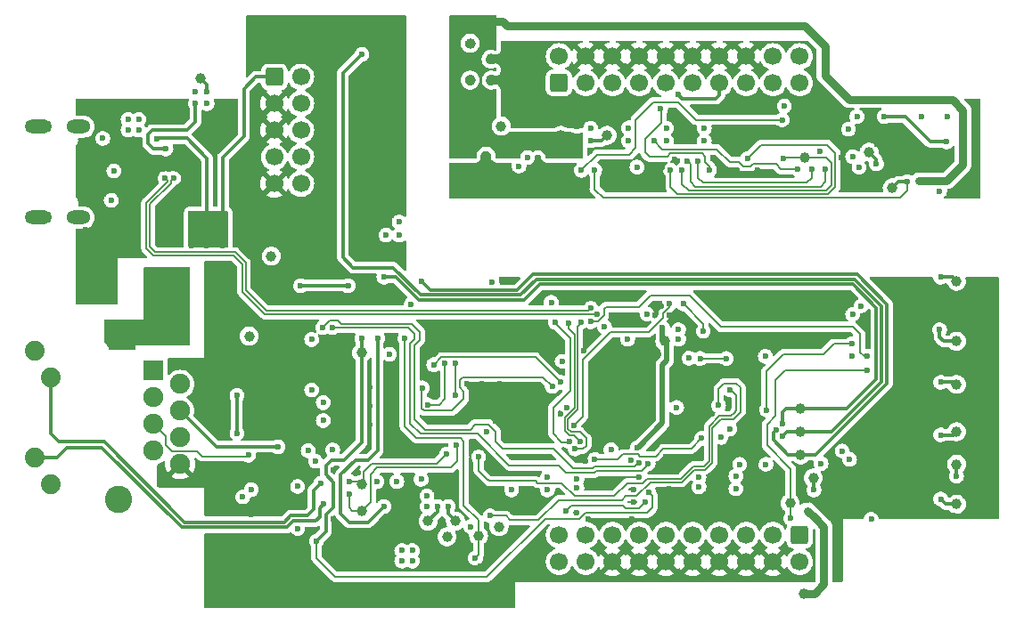
<source format=gbr>
%TF.GenerationSoftware,KiCad,Pcbnew,(5.99.0-11707-g9aa9857685)*%
%TF.CreationDate,2021-10-10T10:39:49+03:00*%
%TF.ProjectId,RubyLink_revA,52756279-4c69-46e6-9b5f-726576412e6b,rev?*%
%TF.SameCoordinates,Original*%
%TF.FileFunction,Copper,L4,Bot*%
%TF.FilePolarity,Positive*%
%FSLAX46Y46*%
G04 Gerber Fmt 4.6, Leading zero omitted, Abs format (unit mm)*
G04 Created by KiCad (PCBNEW (5.99.0-11707-g9aa9857685)) date 2021-10-10 10:39:49*
%MOMM*%
%LPD*%
G01*
G04 APERTURE LIST*
G04 Aperture macros list*
%AMRoundRect*
0 Rectangle with rounded corners*
0 $1 Rounding radius*
0 $2 $3 $4 $5 $6 $7 $8 $9 X,Y pos of 4 corners*
0 Add a 4 corners polygon primitive as box body*
4,1,4,$2,$3,$4,$5,$6,$7,$8,$9,$2,$3,0*
0 Add four circle primitives for the rounded corners*
1,1,$1+$1,$2,$3*
1,1,$1+$1,$4,$5*
1,1,$1+$1,$6,$7*
1,1,$1+$1,$8,$9*
0 Add four rect primitives between the rounded corners*
20,1,$1+$1,$2,$3,$4,$5,0*
20,1,$1+$1,$4,$5,$6,$7,0*
20,1,$1+$1,$6,$7,$8,$9,0*
20,1,$1+$1,$8,$9,$2,$3,0*%
G04 Aperture macros list end*
%TA.AperFunction,ComponentPad*%
%ADD10RoundRect,0.250000X0.600000X-0.600000X0.600000X0.600000X-0.600000X0.600000X-0.600000X-0.600000X0*%
%TD*%
%TA.AperFunction,ComponentPad*%
%ADD11C,1.700000*%
%TD*%
%TA.AperFunction,ComponentPad*%
%ADD12O,2.300000X1.300000*%
%TD*%
%TA.AperFunction,ComponentPad*%
%ADD13O,2.600000X1.300000*%
%TD*%
%TA.AperFunction,ComponentPad*%
%ADD14C,0.600000*%
%TD*%
%TA.AperFunction,ComponentPad*%
%ADD15RoundRect,0.250000X-0.600000X0.600000X-0.600000X-0.600000X0.600000X-0.600000X0.600000X0.600000X0*%
%TD*%
%TA.AperFunction,ComponentPad*%
%ADD16C,2.600000*%
%TD*%
%TA.AperFunction,ComponentPad*%
%ADD17C,1.890000*%
%TD*%
%TA.AperFunction,ComponentPad*%
%ADD18R,1.900000X1.900000*%
%TD*%
%TA.AperFunction,ComponentPad*%
%ADD19C,1.900000*%
%TD*%
%TA.AperFunction,ComponentPad*%
%ADD20RoundRect,0.250000X-0.600000X-0.600000X0.600000X-0.600000X0.600000X0.600000X-0.600000X0.600000X0*%
%TD*%
%TA.AperFunction,SMDPad,CuDef*%
%ADD21C,1.000000*%
%TD*%
%TA.AperFunction,ViaPad*%
%ADD22C,1.000000*%
%TD*%
%TA.AperFunction,ViaPad*%
%ADD23C,0.600000*%
%TD*%
%TA.AperFunction,Conductor*%
%ADD24C,0.800000*%
%TD*%
%TA.AperFunction,Conductor*%
%ADD25C,0.300000*%
%TD*%
%TA.AperFunction,Conductor*%
%ADD26C,0.200000*%
%TD*%
%TA.AperFunction,Conductor*%
%ADD27C,0.500000*%
%TD*%
%TA.AperFunction,Conductor*%
%ADD28C,0.150000*%
%TD*%
%TA.AperFunction,Conductor*%
%ADD29C,0.175000*%
%TD*%
%TA.AperFunction,Conductor*%
%ADD30C,0.130000*%
%TD*%
G04 APERTURE END LIST*
D10*
X139500000Y-54400000D03*
D11*
X139500000Y-51860000D03*
X142040000Y-54400000D03*
X142040000Y-51860000D03*
X144580000Y-54400000D03*
X144580000Y-51860000D03*
X147120000Y-54400000D03*
X147120000Y-51860000D03*
X149660000Y-54400000D03*
X149660000Y-51860000D03*
X152200000Y-54400000D03*
X152200000Y-51860000D03*
X154740000Y-54400000D03*
X154740000Y-51860000D03*
X157280000Y-54400000D03*
X157280000Y-51860000D03*
X159820000Y-54400000D03*
X159820000Y-51860000D03*
X162360000Y-54400000D03*
X162360000Y-51860000D03*
D12*
X93835000Y-58550000D03*
X93835000Y-67190000D03*
D13*
X90010000Y-58550000D03*
X90010000Y-67190000D03*
D14*
X145433133Y-84855000D03*
X145433133Y-83580000D03*
X146708133Y-83580000D03*
X144158133Y-84855000D03*
X144158133Y-83580000D03*
X146708133Y-84855000D03*
X145433133Y-82305000D03*
X144158133Y-82305000D03*
X146708133Y-82305000D03*
D15*
X162360000Y-97390000D03*
D11*
X162360000Y-99930000D03*
X159820000Y-97390000D03*
X159820000Y-99930000D03*
X157280000Y-97390000D03*
X157280000Y-99930000D03*
X154740000Y-97390000D03*
X154740000Y-99930000D03*
X152200000Y-97390000D03*
X152200000Y-99930000D03*
X149660000Y-97390000D03*
X149660000Y-99930000D03*
X147120000Y-97390000D03*
X147120000Y-99930000D03*
X144580000Y-97390000D03*
X144580000Y-99930000D03*
X142040000Y-97390000D03*
X142040000Y-99930000D03*
X139500000Y-97390000D03*
X139500000Y-99930000D03*
D16*
X97680000Y-93975000D03*
X97680000Y-78425000D03*
D17*
X91250000Y-92525000D03*
X89730000Y-89985000D03*
X91250000Y-82415000D03*
X89730000Y-79875000D03*
D18*
X100970000Y-81755000D03*
D19*
X103510000Y-83025000D03*
X100970000Y-84295000D03*
X103510000Y-85565000D03*
X100970000Y-86835000D03*
X103510000Y-88105000D03*
X100970000Y-89375000D03*
X103510000Y-90645000D03*
D20*
X112447500Y-53820000D03*
D11*
X114987500Y-53820000D03*
X112447500Y-56360000D03*
X114987500Y-56360000D03*
X112447500Y-58900000D03*
X114987500Y-58900000D03*
X112447500Y-61440000D03*
X114987500Y-61440000D03*
X112447500Y-63980000D03*
X114987500Y-63980000D03*
D21*
X129660000Y-99470000D03*
X120760000Y-92570000D03*
X177260000Y-83070000D03*
X120760000Y-95070000D03*
X139660000Y-59370000D03*
X129660000Y-96070000D03*
X144060000Y-59370000D03*
X171160000Y-64370000D03*
X131860000Y-97470000D03*
X162460000Y-85370000D03*
X166060000Y-91470000D03*
X106760000Y-60070000D03*
X120760000Y-80070000D03*
X168960000Y-60970000D03*
X106160000Y-68370000D03*
X163660000Y-91970000D03*
X177260000Y-94470000D03*
X149560000Y-78970000D03*
X127060000Y-96070000D03*
X177260000Y-73270000D03*
X123260000Y-96070000D03*
X162460000Y-89770000D03*
X162460000Y-87570000D03*
X177260000Y-90670000D03*
X161460000Y-94370000D03*
X177260000Y-87570000D03*
X139660000Y-62970000D03*
X105460000Y-53970000D03*
X177260000Y-78970000D03*
X162860000Y-61470000D03*
D22*
X135060000Y-64870000D03*
X132560000Y-61370000D03*
X133060000Y-62870000D03*
X133060000Y-64870000D03*
X131060000Y-64870000D03*
X131060000Y-62870000D03*
D23*
X114760000Y-88170000D03*
X114060000Y-70120000D03*
X111060000Y-90870000D03*
X107060000Y-90870000D03*
X123810000Y-75120000D03*
X133060000Y-103870000D03*
X120400000Y-91500000D03*
X137560000Y-89970000D03*
X99310000Y-67370000D03*
X165660000Y-75570000D03*
X136360000Y-83270000D03*
X142260000Y-95870000D03*
X94060000Y-56370000D03*
X133860000Y-82970000D03*
X109060000Y-90870000D03*
X100060000Y-64870000D03*
X172060000Y-75370000D03*
X108360000Y-57470000D03*
X172060000Y-94870000D03*
X180060000Y-92870000D03*
X123060000Y-103870000D03*
X111060000Y-103870000D03*
X134300000Y-87710000D03*
X180060000Y-73870000D03*
X124060000Y-61870000D03*
X116260000Y-88470000D03*
X150000000Y-76500000D03*
X130400000Y-79800000D03*
X125060000Y-103870000D03*
X155560000Y-90100000D03*
X146400000Y-74700000D03*
X96060000Y-66120000D03*
X175060000Y-84870000D03*
X127060000Y-103870000D03*
X142000000Y-90400000D03*
X132060000Y-100370000D03*
X102760000Y-56770000D03*
X99560000Y-60870000D03*
X114060000Y-72870000D03*
X117100000Y-87500000D03*
X108810000Y-68120000D03*
X107060000Y-97870000D03*
X168560000Y-77370000D03*
X139635000Y-85845000D03*
X145500000Y-76500000D03*
X175060000Y-81870000D03*
X172060000Y-73370000D03*
X108810000Y-63120000D03*
X113060000Y-97870000D03*
X111060000Y-89870000D03*
X170060000Y-94100000D03*
X119060000Y-99870000D03*
X164810000Y-76620000D03*
X110810000Y-69620000D03*
X164660000Y-94070000D03*
X149200000Y-75600000D03*
X164000000Y-79200000D03*
X168100000Y-90200000D03*
X121810000Y-68870000D03*
X114060000Y-71370000D03*
X135560000Y-101370000D03*
X108810000Y-69620000D03*
X137660000Y-83270000D03*
X111060000Y-101800000D03*
X154060000Y-85870000D03*
X169060000Y-90870000D03*
X119810000Y-81870000D03*
X130760000Y-82970000D03*
X120560000Y-68870000D03*
X147055921Y-91919500D03*
X94560000Y-68370000D03*
X150000000Y-93000000D03*
X94560000Y-69370000D03*
X115560000Y-77370000D03*
X168860000Y-79170000D03*
X121560000Y-86870000D03*
X115560000Y-75120000D03*
X99310000Y-66370000D03*
X141200000Y-95300000D03*
X160900000Y-79100000D03*
X154900000Y-89100000D03*
X132600000Y-86100000D03*
X180060000Y-84870000D03*
X101860000Y-62570000D03*
X177060000Y-86270000D03*
X135000000Y-89900000D03*
X98660000Y-60370000D03*
X107060000Y-82120000D03*
X124360000Y-88470000D03*
X103560000Y-68870000D03*
X100560000Y-56870000D03*
X135060000Y-83270000D03*
X146460000Y-95870000D03*
X115060000Y-101870000D03*
X175060000Y-94870000D03*
X118060000Y-95870000D03*
X103560000Y-65870000D03*
X95560000Y-57870000D03*
X177060000Y-74470000D03*
X120560000Y-65120000D03*
X159560000Y-79120000D03*
X148660000Y-76470000D03*
X109060000Y-97870000D03*
X101560000Y-67870000D03*
X112810000Y-66370000D03*
X123560000Y-83370000D03*
X133310000Y-99370000D03*
X107060000Y-92870000D03*
X123100000Y-92300000D03*
X175060000Y-73870000D03*
X156300000Y-94000000D03*
X111810000Y-79370000D03*
X133560000Y-84800000D03*
X94560000Y-71370000D03*
X115260000Y-94770000D03*
X123560000Y-85120000D03*
X108810000Y-66870000D03*
X134560000Y-98120000D03*
X115060000Y-97870000D03*
X107060000Y-101870000D03*
X137860000Y-77670000D03*
X99310000Y-68370000D03*
X127700000Y-79800000D03*
X137600000Y-94800000D03*
X148960000Y-80170000D03*
X146560000Y-94270000D03*
X119060000Y-103870000D03*
X133060000Y-98120000D03*
X175060000Y-76870000D03*
X124060000Y-52870000D03*
X158460000Y-92670000D03*
X114060000Y-67620000D03*
X166400000Y-76400000D03*
X109810000Y-82120000D03*
X137800000Y-75100000D03*
X177060000Y-84570000D03*
X172060000Y-77370000D03*
X155560000Y-85370000D03*
X108810000Y-64370000D03*
X133460000Y-86570000D03*
X141860000Y-79870000D03*
X138600000Y-90000000D03*
X98560000Y-56870000D03*
X121810000Y-67620000D03*
X156500000Y-89100000D03*
X110260000Y-95470000D03*
X152900000Y-89900000D03*
X121560000Y-85120000D03*
X94560000Y-70370000D03*
X180060000Y-87870000D03*
X121560000Y-83370000D03*
X95560000Y-71370000D03*
X109460000Y-94770000D03*
X146300000Y-90300000D03*
X109810000Y-70370000D03*
X163060000Y-94070000D03*
X104310000Y-62870000D03*
X151860000Y-90100000D03*
X109060000Y-103870000D03*
X151160000Y-94870000D03*
X101560000Y-66870000D03*
X112810000Y-77370000D03*
X103060000Y-64620000D03*
X123060000Y-67620000D03*
X118060000Y-71870000D03*
X139800000Y-79950000D03*
X118060000Y-91170000D03*
X108810000Y-61870000D03*
X99560000Y-56870000D03*
X152060000Y-87870000D03*
X112810000Y-73620000D03*
X124060000Y-55870000D03*
X125500000Y-93200000D03*
X126560000Y-98370000D03*
X146560000Y-93070000D03*
X151860000Y-84770000D03*
X124060000Y-49870000D03*
X175060000Y-92120000D03*
X180060000Y-76870000D03*
D22*
X156350000Y-75350000D03*
D23*
X102560000Y-65870000D03*
X124060000Y-58870000D03*
X109060000Y-92870000D03*
X114060000Y-66370000D03*
X133700000Y-90800000D03*
D22*
X158450000Y-75350000D03*
D23*
X170060000Y-73370000D03*
X120560000Y-67620000D03*
X151900000Y-79600000D03*
X108360000Y-58670000D03*
X177060000Y-76170000D03*
X119060000Y-97870000D03*
X109060000Y-80120000D03*
X95560000Y-56370000D03*
X132160000Y-82970000D03*
X123560000Y-86870000D03*
X110560000Y-71370000D03*
X117100000Y-83800000D03*
X180060000Y-81870000D03*
X107260000Y-58670000D03*
X169160000Y-93300000D03*
X127560000Y-98370000D03*
X104310000Y-64120000D03*
X107060000Y-84870000D03*
X128460000Y-92300000D03*
X109060000Y-101870000D03*
X114060000Y-68870000D03*
X120560000Y-66370000D03*
X110560000Y-68120000D03*
X102560000Y-68870000D03*
X113060000Y-103870000D03*
X107060000Y-80120000D03*
X101560000Y-68870000D03*
X123160000Y-88470000D03*
X144500000Y-76500000D03*
X162360000Y-92200000D03*
X119310000Y-75120000D03*
X120160000Y-50170000D03*
X134060000Y-73170000D03*
X108810000Y-65620000D03*
X153060000Y-86870000D03*
X176960000Y-95570000D03*
D22*
X132500000Y-94300000D03*
D23*
X149600000Y-89900000D03*
X126560000Y-99370000D03*
X172000000Y-79100000D03*
X135100000Y-95100000D03*
X104060000Y-72370000D03*
X104060000Y-73870000D03*
X102560000Y-72370000D03*
X102560000Y-75370000D03*
X104060000Y-75370000D03*
X102560000Y-73870000D03*
X98560000Y-57870000D03*
X104960000Y-56370000D03*
X96960000Y-65570000D03*
X123060000Y-68870000D03*
D22*
X112160000Y-70870000D03*
D23*
X106060000Y-56370000D03*
X97210000Y-62770000D03*
X99560000Y-57870000D03*
X124310000Y-67620000D03*
X98560000Y-58870000D03*
X106060000Y-55270000D03*
X163060000Y-95070000D03*
X102160000Y-60670000D03*
X104960000Y-55270000D03*
D22*
X110060000Y-78470000D03*
D23*
X96160000Y-59670000D03*
X124310000Y-68870000D03*
D22*
X162760000Y-102970000D03*
D23*
X99560000Y-58870000D03*
X163860000Y-95800000D03*
X112800000Y-89000000D03*
X108900000Y-87700000D03*
X108900000Y-84100000D03*
X110000000Y-89800000D03*
X135000000Y-93100000D03*
X141200000Y-92100000D03*
X168200000Y-75600000D03*
X164400000Y-90600000D03*
X167100000Y-90200000D03*
X125560000Y-98870000D03*
X139800000Y-80850000D03*
X167300000Y-80400000D03*
X133160000Y-73370000D03*
X125560000Y-99870000D03*
X150860000Y-77870000D03*
X109460000Y-93770000D03*
X124560000Y-98870000D03*
X167400000Y-76400000D03*
X132600000Y-87600000D03*
X107560000Y-69870000D03*
X104560000Y-69870000D03*
X151860000Y-80570000D03*
D22*
X128860000Y-97570000D03*
D23*
X152800000Y-91900000D03*
X101300000Y-59700000D03*
X155700000Y-87300000D03*
X106060000Y-66870000D03*
X107560000Y-68370000D03*
X144433133Y-89280000D03*
X138760000Y-75270000D03*
X110260000Y-93070000D03*
X166400000Y-89400000D03*
X107560000Y-66870000D03*
X114660000Y-92770000D03*
X147860000Y-76370000D03*
X106060000Y-69870000D03*
X124560000Y-99870000D03*
X138400000Y-91900000D03*
X125460000Y-75470000D03*
X114660000Y-96770000D03*
X156300000Y-91800000D03*
X159100000Y-80400000D03*
X150860000Y-78770000D03*
X146033133Y-78780000D03*
X154900000Y-88100000D03*
X123400000Y-80200000D03*
X150673555Y-85258771D03*
X140250000Y-85250000D03*
X146960000Y-89070000D03*
X143823763Y-77584363D03*
X149333133Y-77680000D03*
X169160000Y-95900000D03*
X159160000Y-90670000D03*
X141200000Y-92900000D03*
X138400000Y-93100000D03*
X152800000Y-92800000D03*
X156660000Y-90670000D03*
X156300000Y-93000000D03*
X176300000Y-62000000D03*
X142800000Y-57100000D03*
X177860000Y-65070000D03*
D22*
X141200000Y-58300000D03*
D23*
X146385000Y-57095000D03*
X166300000Y-61500000D03*
D22*
X136060000Y-55370000D03*
D23*
X173400000Y-60100000D03*
X137500000Y-61500000D03*
D22*
X133060000Y-54120000D03*
D23*
X142460000Y-60870000D03*
D22*
X131060000Y-50620000D03*
D23*
X150200000Y-57000000D03*
X154105249Y-57010869D03*
X158400000Y-62700000D03*
X150500000Y-61700000D03*
X145400000Y-62700000D03*
X156400000Y-62700000D03*
X154100000Y-61600000D03*
X173700000Y-61300000D03*
X174500000Y-62000000D03*
X149300000Y-62400000D03*
D22*
X131060000Y-54120000D03*
D23*
X157860000Y-56670000D03*
D22*
X135060000Y-56470000D03*
D23*
X138200000Y-62300000D03*
X172600000Y-59300000D03*
X160000000Y-58800000D03*
X156700000Y-59900000D03*
D22*
X139900000Y-57000000D03*
X133060000Y-52120000D03*
D23*
X163500000Y-58800000D03*
X169700000Y-60200000D03*
X173700000Y-63700000D03*
D22*
X133060000Y-48620000D03*
X141200000Y-59800000D03*
X139900000Y-61000000D03*
X131060000Y-48620000D03*
X133060000Y-50620000D03*
D23*
X173900000Y-57600000D03*
X142500000Y-58700000D03*
X160900000Y-56600000D03*
X149700000Y-58700000D03*
X153300000Y-58700000D03*
X175660000Y-64670000D03*
X146100000Y-58670000D03*
X176400000Y-57600000D03*
X153300000Y-59900000D03*
X135700000Y-62300000D03*
X168000000Y-62400000D03*
X142500000Y-59900000D03*
X146900000Y-62400000D03*
X149700000Y-59900000D03*
X176300000Y-60000000D03*
X167000000Y-58800000D03*
X146100000Y-59900000D03*
X170400000Y-57600000D03*
X164300000Y-60900000D03*
X167400000Y-61400000D03*
X167800000Y-57600000D03*
D22*
X134000000Y-58500000D03*
D23*
X136500000Y-61500000D03*
X175760000Y-87870000D03*
X175760000Y-93970000D03*
X177272500Y-91782500D03*
X175760000Y-72870000D03*
X175760000Y-82870000D03*
X175660000Y-77870000D03*
X117160000Y-94470000D03*
X116860000Y-92470000D03*
X147960000Y-90600000D03*
X117960000Y-77670000D03*
X117060000Y-77670000D03*
X147100000Y-90570000D03*
X116460000Y-97970000D03*
X148060000Y-93370000D03*
X114960000Y-73670000D03*
X120760000Y-78670000D03*
X119460000Y-73670000D03*
X131100000Y-96600000D03*
D22*
X133800000Y-96600000D03*
D23*
X150800000Y-55500000D03*
X155760000Y-83570000D03*
X131860000Y-89970000D03*
X150100000Y-62700000D03*
X157400000Y-61600000D03*
X160800000Y-61600000D03*
X151200000Y-62700000D03*
X129700000Y-88800000D03*
X119600000Y-93500000D03*
X119600000Y-92300000D03*
X128800000Y-89700000D03*
X143101573Y-76396321D03*
X102060000Y-63470000D03*
X102860000Y-63470000D03*
X142535887Y-75830635D03*
X147660000Y-94270000D03*
X140160000Y-95070000D03*
X127000000Y-85000000D03*
X128660000Y-81070000D03*
X129660000Y-84070000D03*
X129660000Y-81070000D03*
X138860000Y-83270000D03*
X126500000Y-83400000D03*
X139660000Y-82865500D03*
X127600000Y-81200000D03*
X153200000Y-78000000D03*
X151300000Y-75400000D03*
X152900000Y-80600000D03*
X155400000Y-80600000D03*
X140500000Y-88500000D03*
X139160000Y-77170000D03*
X141502863Y-88485685D03*
X140400000Y-77200000D03*
X141000000Y-89200000D03*
X141560000Y-77170000D03*
X150000000Y-75400000D03*
X140900000Y-87000000D03*
X153060000Y-88200000D03*
X142900000Y-90200000D03*
X131560000Y-99570000D03*
X124860000Y-78670000D03*
X122860000Y-72870000D03*
X160760000Y-86770000D03*
X120760000Y-51670000D03*
X160760000Y-87970000D03*
X160160000Y-87370000D03*
X122260000Y-78670000D03*
X122860000Y-94670000D03*
X126460000Y-73270000D03*
X141600000Y-62700000D03*
X160700000Y-57900000D03*
X151700000Y-61800000D03*
X164800000Y-62600000D03*
X152700000Y-61800000D03*
X163500000Y-62600000D03*
X148500000Y-59900000D03*
X162200000Y-62600000D03*
X153800000Y-62700000D03*
X149160000Y-56800000D03*
X126400000Y-92100000D03*
X117100000Y-84800000D03*
X116000000Y-83600000D03*
X116000000Y-78800000D03*
X116360000Y-90370000D03*
X126960000Y-94670000D03*
X115660000Y-89370000D03*
X118000000Y-89300000D03*
X124100000Y-92300000D03*
X117100000Y-86500000D03*
X127960000Y-94670000D03*
X126960000Y-93670000D03*
X122200000Y-92300000D03*
X163720000Y-93110000D03*
X169660000Y-62070000D03*
X161500000Y-95800000D03*
X168800000Y-81700000D03*
X142900000Y-62700000D03*
X172600000Y-63800000D03*
X159200000Y-85500000D03*
X167300000Y-79200000D03*
X142500000Y-77100000D03*
X168800000Y-80400000D03*
X154660000Y-85070000D03*
X128960000Y-94670000D03*
X132960000Y-95570000D03*
D24*
X163760000Y-102970000D02*
X162760000Y-102970000D01*
D25*
X100460000Y-60170000D02*
X100460000Y-59270000D01*
X106060000Y-54570000D02*
X105460000Y-53970000D01*
X100860000Y-58870000D02*
X104160000Y-58870000D01*
X100960000Y-60670000D02*
X100460000Y-60170000D01*
X104960000Y-58070000D02*
X104960000Y-56370000D01*
X104160000Y-58870000D02*
X104960000Y-58070000D01*
D24*
X163060000Y-95070000D02*
X163130000Y-95070000D01*
X164660000Y-102070000D02*
X163760000Y-102970000D01*
D25*
X100460000Y-59270000D02*
X100860000Y-58870000D01*
X102160000Y-60670000D02*
X100960000Y-60670000D01*
X106060000Y-55270000D02*
X106060000Y-54570000D01*
D24*
X163130000Y-95070000D02*
X163860000Y-95800000D01*
X163860000Y-95800000D02*
X164660000Y-96600000D01*
X164660000Y-96600000D02*
X164660000Y-102070000D01*
D25*
X103510000Y-85565000D02*
X106945000Y-89000000D01*
X106945000Y-89000000D02*
X112800000Y-89000000D01*
D26*
X105100000Y-89400000D02*
X105600000Y-89900000D01*
X102100000Y-88800000D02*
X102700000Y-89400000D01*
X102100000Y-87965000D02*
X102100000Y-88800000D01*
X100970000Y-86835000D02*
X102100000Y-87965000D01*
X102700000Y-89400000D02*
X105100000Y-89400000D01*
X109900000Y-89900000D02*
X110000000Y-89800000D01*
X105600000Y-89900000D02*
X109900000Y-89900000D01*
D25*
X108900000Y-87700000D02*
X108900000Y-84100000D01*
X107560000Y-66870000D02*
X107560000Y-61470000D01*
X109560000Y-54970000D02*
X110710000Y-53820000D01*
X109560000Y-59470000D02*
X109560000Y-54970000D01*
X107560000Y-61470000D02*
X109560000Y-59470000D01*
X110710000Y-53820000D02*
X112447500Y-53820000D01*
X101330000Y-59670000D02*
X101300000Y-59700000D01*
X106060000Y-61570000D02*
X104160000Y-59670000D01*
X104160000Y-59670000D02*
X101330000Y-59670000D01*
X106060000Y-66870000D02*
X106060000Y-61570000D01*
D27*
X149333133Y-81196867D02*
X149760000Y-80770000D01*
X149333133Y-78743133D02*
X149560000Y-78970000D01*
X147020000Y-89080000D02*
X149333133Y-86766867D01*
X146933133Y-89080000D02*
X147020000Y-89080000D01*
X149333133Y-77680000D02*
X149333133Y-78743133D01*
X149760000Y-80770000D02*
X149760000Y-79170000D01*
X149333133Y-86766867D02*
X149333133Y-81196867D01*
X149760000Y-79170000D02*
X149560000Y-78970000D01*
D24*
X176860000Y-55970000D02*
X175460000Y-55970000D01*
X164760000Y-53670000D02*
X164760000Y-50870000D01*
X167060000Y-55970000D02*
X164760000Y-53670000D01*
X177860000Y-56970000D02*
X176860000Y-55970000D01*
X177860000Y-62170000D02*
X177860000Y-56970000D01*
X176330000Y-63700000D02*
X177860000Y-62170000D01*
X162860000Y-48970000D02*
X134560000Y-48970000D01*
X164760000Y-50870000D02*
X162860000Y-48970000D01*
X175460000Y-55970000D02*
X167060000Y-55970000D01*
X134160000Y-48570000D02*
X131110000Y-48570000D01*
X131110000Y-48570000D02*
X131060000Y-48620000D01*
D25*
X140090000Y-59800000D02*
X139660000Y-59370000D01*
X141200000Y-59800000D02*
X140090000Y-59800000D01*
D24*
X134560000Y-48970000D02*
X134160000Y-48570000D01*
X173700000Y-63700000D02*
X176330000Y-63700000D01*
D25*
X176300000Y-60000000D02*
X174800000Y-60000000D01*
X172400000Y-57600000D02*
X170400000Y-57600000D01*
X174800000Y-60000000D02*
X172400000Y-57600000D01*
X142500000Y-59900000D02*
X143530000Y-59900000D01*
X143530000Y-59900000D02*
X144060000Y-59370000D01*
X175760000Y-87870000D02*
X176960000Y-87870000D01*
X176960000Y-87870000D02*
X177260000Y-87570000D01*
X176260000Y-94470000D02*
X175760000Y-93970000D01*
X177260000Y-94470000D02*
X176260000Y-94470000D01*
X177272500Y-91782500D02*
X177272500Y-90682500D01*
X177272500Y-90682500D02*
X177260000Y-90670000D01*
X176860000Y-72870000D02*
X177260000Y-73270000D01*
X175760000Y-72870000D02*
X176860000Y-72870000D01*
X175760000Y-82870000D02*
X177060000Y-82870000D01*
X177060000Y-82870000D02*
X177260000Y-83070000D01*
X176060000Y-78970000D02*
X177260000Y-78970000D01*
X175660000Y-78570000D02*
X176060000Y-78970000D01*
X175660000Y-77870000D02*
X175660000Y-78570000D01*
X92760000Y-89070000D02*
X96060000Y-89070000D01*
X91845000Y-89985000D02*
X92760000Y-89070000D01*
X116760000Y-94870000D02*
X117160000Y-94470000D01*
X96060000Y-89070000D02*
X103660000Y-96670000D01*
X113660000Y-96670000D02*
X114260000Y-96070000D01*
X114260000Y-96070000D02*
X116360000Y-96070000D01*
X89730000Y-89985000D02*
X91845000Y-89985000D01*
X116360000Y-96070000D02*
X116760000Y-95670000D01*
X103660000Y-96670000D02*
X113660000Y-96670000D01*
X116760000Y-95670000D02*
X116760000Y-94870000D01*
X91250000Y-82415000D02*
X91250000Y-87760000D01*
X113360000Y-96170000D02*
X113960000Y-95570000D01*
X96260000Y-88470000D02*
X103960000Y-96170000D01*
X91250000Y-87760000D02*
X91960000Y-88470000D01*
X91960000Y-88470000D02*
X96260000Y-88470000D01*
X103960000Y-96170000D02*
X113360000Y-96170000D01*
X116160000Y-93170000D02*
X116860000Y-92470000D01*
X113960000Y-95570000D02*
X115560000Y-95570000D01*
X115560000Y-95570000D02*
X116160000Y-94970000D01*
X116160000Y-94970000D02*
X116160000Y-93170000D01*
D26*
X125360000Y-86770000D02*
X126360000Y-87770000D01*
X140160000Y-91470000D02*
X142860000Y-91470000D01*
X134760000Y-90770000D02*
X139460000Y-90770000D01*
X117960000Y-77670000D02*
X125160000Y-77670000D01*
X125360000Y-79170000D02*
X125360000Y-86770000D01*
X125760000Y-78270000D02*
X125760000Y-78770000D01*
X142860000Y-91470000D02*
X143060000Y-91270000D01*
X139460000Y-90770000D02*
X140160000Y-91470000D01*
X126360000Y-87770000D02*
X131760000Y-87770000D01*
X143060000Y-91270000D02*
X147360000Y-91270000D01*
X131760000Y-87770000D02*
X134760000Y-90770000D01*
X147960000Y-90670000D02*
X147960000Y-90600000D01*
X125760000Y-78770000D02*
X125360000Y-79170000D01*
X147360000Y-91270000D02*
X147960000Y-90670000D01*
X125160000Y-77670000D02*
X125760000Y-78270000D01*
X142660000Y-91070000D02*
X142860000Y-90870000D01*
X118460000Y-76970000D02*
X118810481Y-77320481D01*
X125760000Y-86370000D02*
X126760000Y-87370000D01*
X142860000Y-90870000D02*
X146660000Y-90870000D01*
X117060000Y-77670000D02*
X117760000Y-76970000D01*
X131060000Y-87370000D02*
X131560000Y-86870000D01*
X117760000Y-76970000D02*
X118460000Y-76970000D01*
X126760000Y-87370000D02*
X131060000Y-87370000D01*
X133460000Y-88470000D02*
X134160000Y-89170000D01*
X138960000Y-89170000D02*
X140860000Y-91070000D01*
X126260000Y-78870000D02*
X125760000Y-79370000D01*
X125510481Y-77320481D02*
X126260000Y-78070000D01*
X140860000Y-91070000D02*
X142660000Y-91070000D01*
X126260000Y-78070000D02*
X126260000Y-78870000D01*
X131560000Y-86870000D02*
X132760000Y-86870000D01*
X146660000Y-90870000D02*
X146930000Y-90600000D01*
X125760000Y-79370000D02*
X125760000Y-86370000D01*
X118810481Y-77320481D02*
X125510481Y-77320481D01*
X132760000Y-86870000D02*
X133460000Y-87570000D01*
X133460000Y-87570000D02*
X133460000Y-88470000D01*
X134160000Y-89170000D02*
X138960000Y-89170000D01*
D25*
X119060000Y-90270000D02*
X117860000Y-90270000D01*
X119460000Y-73670000D02*
X114960000Y-73670000D01*
D26*
X118260000Y-101370000D02*
X132660000Y-101370000D01*
X147860000Y-95270000D02*
X148360000Y-94770000D01*
X138180489Y-95849511D02*
X141427616Y-95849511D01*
X118260000Y-101370000D02*
X116460000Y-99570000D01*
D25*
X117360000Y-95470000D02*
X117360000Y-97070000D01*
X117360000Y-90770000D02*
X117360000Y-91670000D01*
X117860000Y-90270000D02*
X117360000Y-90770000D01*
D26*
X142007127Y-95270000D02*
X147860000Y-95270000D01*
X148360000Y-94770000D02*
X148360000Y-93670000D01*
D25*
X118060000Y-92370000D02*
X118060000Y-94770000D01*
D26*
X132660000Y-101370000D02*
X138180489Y-95849511D01*
D25*
X120760000Y-88570000D02*
X119060000Y-90270000D01*
D26*
X116460000Y-99570000D02*
X116460000Y-97970000D01*
D25*
X117360000Y-91670000D02*
X118060000Y-92370000D01*
D26*
X148360000Y-93670000D02*
X148060000Y-93370000D01*
D25*
X120760000Y-78670000D02*
X120760000Y-88570000D01*
X118060000Y-94770000D02*
X117360000Y-95470000D01*
X117360000Y-97070000D02*
X116460000Y-97970000D01*
D26*
X141427616Y-95849511D02*
X142007127Y-95270000D01*
D25*
X150800000Y-55500000D02*
X151200000Y-55900000D01*
X151200000Y-55900000D02*
X154400000Y-55900000D01*
X154740000Y-55560000D02*
X154740000Y-54400000D01*
X154400000Y-55900000D02*
X154740000Y-55560000D01*
D28*
X132860000Y-92270000D02*
X135060000Y-92270000D01*
X144760000Y-93670000D02*
X145960000Y-92470000D01*
X153060000Y-90870000D02*
X153260000Y-90870000D01*
X154760000Y-86070000D02*
X155760000Y-86070000D01*
X131860000Y-91270000D02*
X132660000Y-92070000D01*
X151036414Y-92070000D02*
X151898207Y-91208207D01*
X135060000Y-92270000D02*
X137260000Y-92270000D01*
X155860000Y-86070000D02*
X156160000Y-85770000D01*
X153760000Y-88070000D02*
X153760000Y-87070000D01*
X147860000Y-92070000D02*
X150260000Y-92070000D01*
X145960000Y-92470000D02*
X146760000Y-92470000D01*
X137260000Y-92270000D02*
X137460000Y-92470000D01*
X146760000Y-92470000D02*
X147460000Y-92470000D01*
X156160000Y-85770000D02*
X156360000Y-85570000D01*
X155760000Y-86070000D02*
X155860000Y-86070000D01*
X150260000Y-92070000D02*
X151036414Y-92070000D01*
X137460000Y-92470000D02*
X138660000Y-92470000D01*
X138660000Y-92470000D02*
X139760000Y-92470000D01*
X139760000Y-92470000D02*
X140960000Y-93670000D01*
X140960000Y-93670000D02*
X144760000Y-93670000D01*
X131860000Y-89970000D02*
X131860000Y-91270000D01*
X132660000Y-92070000D02*
X132860000Y-92270000D01*
X153260000Y-90870000D02*
X153760000Y-90370000D01*
X156360000Y-84070000D02*
X155860000Y-83570000D01*
X147460000Y-92470000D02*
X147860000Y-92070000D01*
X155860000Y-83570000D02*
X155760000Y-83570000D01*
X151898207Y-91208207D02*
X152236414Y-90870000D01*
X156360000Y-85570000D02*
X156360000Y-84070000D01*
X153760000Y-87070000D02*
X154760000Y-86070000D01*
X152236414Y-90870000D02*
X153060000Y-90870000D01*
X153760000Y-90370000D02*
X153760000Y-88070000D01*
D26*
X165000000Y-60300000D02*
X165750489Y-61050489D01*
X165750488Y-62000000D02*
X165750488Y-64249512D01*
X165049520Y-64950480D02*
X150750480Y-64950480D01*
X158700000Y-60300000D02*
X165000000Y-60300000D01*
X150750480Y-64950480D02*
X150100000Y-64300000D01*
X157400000Y-61600000D02*
X158700000Y-60300000D01*
X165750489Y-61050489D02*
X165750488Y-62000000D01*
X165750488Y-64249512D02*
X165049520Y-64950480D01*
X150100000Y-64300000D02*
X150100000Y-62700000D01*
X164870000Y-61470000D02*
X162860000Y-61470000D01*
X151200000Y-64000000D02*
X151800959Y-64600959D01*
X165400969Y-62000969D02*
X164870000Y-61470000D01*
X151800959Y-64600959D02*
X164899041Y-64600959D01*
X165400969Y-64099031D02*
X165400969Y-62000969D01*
X151200000Y-62700000D02*
X151200000Y-64000000D01*
X160930000Y-61470000D02*
X162860000Y-61470000D01*
X164899041Y-64600959D02*
X165400969Y-64099031D01*
X160800000Y-61600000D02*
X160930000Y-61470000D01*
X121600000Y-91600000D02*
X121600000Y-94230000D01*
X129200000Y-91000000D02*
X122200000Y-91000000D01*
X121600000Y-94230000D02*
X120760000Y-95070000D01*
X119860000Y-95070000D02*
X120760000Y-95070000D01*
X119600000Y-93500000D02*
X119600000Y-94810000D01*
X119600000Y-94810000D02*
X119860000Y-95070000D01*
X129700000Y-88800000D02*
X129800000Y-88900000D01*
X129800000Y-90400000D02*
X129200000Y-91000000D01*
X129800000Y-88900000D02*
X129800000Y-90400000D01*
X122200000Y-91000000D02*
X121600000Y-91600000D01*
X128800000Y-89700000D02*
X127900000Y-90600000D01*
X127900000Y-90600000D02*
X121730000Y-90600000D01*
X120960000Y-92370000D02*
X120760000Y-92570000D01*
X119600000Y-92300000D02*
X120490000Y-92300000D01*
X121730000Y-90600000D02*
X120960000Y-91370000D01*
X120490000Y-92300000D02*
X120760000Y-92570000D01*
X120960000Y-91370000D02*
X120960000Y-92370000D01*
D29*
X102297500Y-63707500D02*
X102060000Y-63470000D01*
X109397500Y-71637310D02*
X108592690Y-70832500D01*
X111556511Y-76396321D02*
X109397500Y-74237310D01*
X100297500Y-65802690D02*
X102297500Y-63802690D01*
X109397500Y-74237310D02*
X109397500Y-71637310D01*
X102297500Y-63802690D02*
X102297500Y-63707500D01*
X108592690Y-70832500D02*
X100992690Y-70832500D01*
X100992690Y-70832500D02*
X100297500Y-70137310D01*
X143101573Y-76396321D02*
X111556511Y-76396321D01*
X100297500Y-70137310D02*
X100297500Y-65802690D01*
X142535887Y-75830635D02*
X142295201Y-76071321D01*
X109722500Y-71502690D02*
X108727310Y-70507500D01*
X108727310Y-70507500D02*
X101127310Y-70507500D01*
X142295201Y-76071321D02*
X111691131Y-76071321D01*
X109722500Y-74102690D02*
X109722500Y-71502690D01*
X100622500Y-70002690D02*
X100622500Y-65937310D01*
X100622500Y-65937310D02*
X102622500Y-63937310D01*
X102622500Y-63937310D02*
X102622500Y-63707500D01*
X111691131Y-76071321D02*
X109722500Y-74102690D01*
X101127310Y-70507500D02*
X100622500Y-70002690D01*
X102622500Y-63707500D02*
X102860000Y-63470000D01*
D26*
X145860000Y-94870000D02*
X147060000Y-94870000D01*
X140160000Y-95070000D02*
X140660000Y-94570000D01*
X140660000Y-94570000D02*
X145560000Y-94570000D01*
X145560000Y-94570000D02*
X145860000Y-94870000D01*
X147060000Y-94870000D02*
X147660000Y-94270000D01*
D30*
X127000000Y-85000000D02*
X128130000Y-85000000D01*
X128660000Y-84470000D02*
X128660000Y-81070000D01*
X128130000Y-85000000D02*
X128660000Y-84470000D01*
X129660000Y-84070000D02*
X129660000Y-81070000D01*
X129360000Y-85570000D02*
X130460000Y-84470000D01*
X126460000Y-85370000D02*
X126660000Y-85570000D01*
X137960000Y-82370000D02*
X138860000Y-83270000D01*
X126660000Y-85570000D02*
X129360000Y-85570000D01*
X126460000Y-83440000D02*
X126460000Y-85370000D01*
X130460000Y-83770000D02*
X130060000Y-83370000D01*
X130460000Y-84470000D02*
X130460000Y-83770000D01*
X126500000Y-83400000D02*
X126460000Y-83440000D01*
X130060000Y-82670000D02*
X130360000Y-82370000D01*
X130060000Y-83370000D02*
X130060000Y-82670000D01*
X130360000Y-82370000D02*
X137960000Y-82370000D01*
X137264500Y-80470000D02*
X139660000Y-82865500D01*
X128330000Y-80470000D02*
X137264500Y-80470000D01*
X127600000Y-81200000D02*
X128330000Y-80470000D01*
D28*
X153200000Y-77300000D02*
X153200000Y-78000000D01*
X151300000Y-75400000D02*
X153200000Y-77300000D01*
X152900000Y-80600000D02*
X155400000Y-80600000D01*
X138960000Y-85270000D02*
X140560000Y-83670000D01*
X140560000Y-83670000D02*
X140560000Y-78660000D01*
X139760000Y-88570000D02*
X138960000Y-87770000D01*
X140400000Y-88600000D02*
X140500000Y-88500000D01*
X140560000Y-78660000D02*
X140365000Y-78465000D01*
X138960000Y-87770000D02*
X138960000Y-85270000D01*
X139100000Y-77200000D02*
X140365000Y-78465000D01*
X140430000Y-88570000D02*
X139760000Y-88570000D01*
X140500000Y-88500000D02*
X140430000Y-88570000D01*
X140960000Y-78310000D02*
X140890000Y-78240000D01*
X140900000Y-87900000D02*
X140490000Y-87900000D01*
X141500000Y-88500000D02*
X140900000Y-87900000D01*
X140060480Y-87469520D02*
X140060480Y-86181292D01*
X141502863Y-88497137D02*
X141500000Y-88500000D01*
X140890000Y-78240000D02*
X140400000Y-77750000D01*
X141502863Y-88485685D02*
X141502863Y-88497137D01*
X140400000Y-77750000D02*
X140400000Y-77200000D01*
X140060480Y-86181292D02*
X140960000Y-85281772D01*
X140960000Y-85281772D02*
X140960000Y-78310000D01*
X140060000Y-87470000D02*
X140060480Y-87469520D01*
X140490000Y-87900000D02*
X140060000Y-87470000D01*
X141000000Y-89200000D02*
X141800000Y-89200000D01*
X141800000Y-89200000D02*
X142100000Y-88900000D01*
X140629520Y-87600480D02*
X140360000Y-87330960D01*
X140360000Y-86370000D02*
X141260000Y-85470000D01*
X142100000Y-88200000D02*
X141500480Y-87600480D01*
X141260000Y-77540000D02*
X141600000Y-77200000D01*
X141260000Y-85470000D02*
X141260000Y-77540000D01*
X141500480Y-87600480D02*
X140629520Y-87600480D01*
X142100000Y-88900000D02*
X142100000Y-88200000D01*
X140360000Y-87330960D02*
X140360000Y-86370000D01*
X144400000Y-78100000D02*
X148000000Y-78100000D01*
X149400000Y-76700000D02*
X149400000Y-76300000D01*
X150000000Y-75700000D02*
X150000000Y-75400000D01*
X141800000Y-86100000D02*
X141800000Y-80700000D01*
X140900000Y-87000000D02*
X141800000Y-86100000D01*
X148000000Y-78100000D02*
X149400000Y-76700000D01*
X149400000Y-76300000D02*
X150000000Y-75700000D01*
X141800000Y-80700000D02*
X144400000Y-78100000D01*
X142900000Y-90200000D02*
X145100000Y-90200000D01*
X152060000Y-89200000D02*
X153060000Y-88200000D01*
X148700000Y-89900000D02*
X149400000Y-89200000D01*
X147200000Y-89900000D02*
X148700000Y-89900000D01*
X149400000Y-89200000D02*
X152060000Y-89200000D01*
X145100000Y-90200000D02*
X145600000Y-89700000D01*
X147000000Y-89700000D02*
X147200000Y-89900000D01*
X145600000Y-89700000D02*
X147000000Y-89700000D01*
D26*
X130160000Y-88170000D02*
X130460000Y-88470000D01*
X131860000Y-95970000D02*
X131860000Y-99270000D01*
X131860000Y-99270000D02*
X131560000Y-99570000D01*
X130460000Y-88470000D02*
X130460000Y-94570000D01*
X125960000Y-88170000D02*
X130160000Y-88170000D01*
X130460000Y-94570000D02*
X131860000Y-95970000D01*
X124860000Y-87070000D02*
X125960000Y-88170000D01*
X124860000Y-78670000D02*
X124860000Y-87070000D01*
D25*
X162460000Y-85370000D02*
X161060000Y-85370000D01*
X161060000Y-85370000D02*
X160760000Y-85670000D01*
X169660000Y-82570000D02*
X169660000Y-75770000D01*
X126224282Y-75070000D02*
X124024282Y-72870000D01*
X160760000Y-85670000D02*
X160760000Y-86770000D01*
X167440481Y-73550481D02*
X137679519Y-73550481D01*
X169660000Y-75770000D02*
X167440481Y-73550481D01*
X124024282Y-72870000D02*
X122860000Y-72870000D01*
X169660000Y-82570000D02*
X166860000Y-85370000D01*
X136160000Y-75070000D02*
X126224282Y-75070000D01*
X166860000Y-85370000D02*
X162460000Y-85370000D01*
X137679519Y-73550481D02*
X136160000Y-75070000D01*
X161160000Y-87570000D02*
X160760000Y-87970000D01*
X118960000Y-70970000D02*
X119960000Y-71970000D01*
X137360000Y-73070000D02*
X167595718Y-73070000D01*
X118960000Y-53470000D02*
X118960000Y-70970000D01*
X165424282Y-87570000D02*
X162460000Y-87570000D01*
X120760000Y-51670000D02*
X118960000Y-53470000D01*
X170160000Y-75634282D02*
X170160000Y-82834282D01*
X135860000Y-74570000D02*
X137360000Y-73070000D01*
X167595718Y-73070000D02*
X170160000Y-75634282D01*
X126360000Y-74570000D02*
X135860000Y-74570000D01*
X119960000Y-71970000D02*
X123760000Y-71970000D01*
X170160000Y-82834282D02*
X165424282Y-87570000D01*
X123760000Y-71970000D02*
X126360000Y-74570000D01*
X162460000Y-87570000D02*
X161160000Y-87570000D01*
X122260000Y-78670000D02*
X122260000Y-89370000D01*
X122260000Y-89370000D02*
X121360000Y-90270000D01*
X118760000Y-95370000D02*
X119560000Y-96170000D01*
X159860000Y-88370000D02*
X161260000Y-89770000D01*
X170660000Y-82970000D02*
X170660000Y-75470000D01*
X137009520Y-72620480D02*
X135509520Y-74120480D01*
X159860000Y-87670000D02*
X159860000Y-88370000D01*
X120160000Y-90270000D02*
X118760000Y-91670000D01*
X170660000Y-75470000D02*
X167810480Y-72620480D01*
X118760000Y-91670000D02*
X118760000Y-95370000D01*
X167810480Y-72620480D02*
X137009520Y-72620480D01*
X135509520Y-74120480D02*
X127310480Y-74120480D01*
X121360000Y-90270000D02*
X120160000Y-90270000D01*
X127310480Y-74120480D02*
X126460000Y-73270000D01*
X163860000Y-89770000D02*
X162460000Y-89770000D01*
X121360000Y-96170000D02*
X122860000Y-94670000D01*
X170660000Y-82970000D02*
X163860000Y-89770000D01*
X161260000Y-89770000D02*
X162460000Y-89770000D01*
X160160000Y-87370000D02*
X159860000Y-87670000D01*
X119560000Y-96170000D02*
X121360000Y-96170000D01*
D26*
X152500000Y-57900000D02*
X150850489Y-56250489D01*
X146800000Y-60600000D02*
X146200000Y-61200000D01*
X143100000Y-61200000D02*
X141600000Y-62700000D01*
X148449511Y-56250489D02*
X146800000Y-57900000D01*
X146800000Y-57900000D02*
X146800000Y-60600000D01*
X160700000Y-57900000D02*
X152500000Y-57900000D01*
X146200000Y-61200000D02*
X143100000Y-61200000D01*
X150850489Y-56250489D02*
X148449511Y-56250489D01*
X151700000Y-61800000D02*
X152000000Y-62100000D01*
X164800000Y-63800000D02*
X164800000Y-62600000D01*
X152451439Y-64251439D02*
X164348561Y-64251439D01*
X152000000Y-62100000D02*
X152000000Y-63800000D01*
X152000000Y-63800000D02*
X152451439Y-64251439D01*
X164348561Y-64251439D02*
X164800000Y-63800000D01*
X153200000Y-63900000D02*
X163000000Y-63900000D01*
X152700000Y-61800000D02*
X152700000Y-63400000D01*
X163500000Y-63400000D02*
X163500000Y-62600000D01*
X152700000Y-63400000D02*
X153200000Y-63900000D01*
X163000000Y-63900000D02*
X163500000Y-63400000D01*
X160600000Y-62600000D02*
X162200000Y-62600000D01*
X149300000Y-60700000D02*
X154500000Y-60700000D01*
X157700000Y-62300000D02*
X157900000Y-62100000D01*
X157900000Y-62100000D02*
X160100000Y-62100000D01*
X157000000Y-62300000D02*
X157700000Y-62300000D01*
X154500000Y-60700000D02*
X155700000Y-61900000D01*
X156600000Y-61900000D02*
X157000000Y-62300000D01*
X160100000Y-62100000D02*
X160600000Y-62600000D01*
X148500000Y-59900000D02*
X149300000Y-60700000D01*
X155700000Y-61900000D02*
X156600000Y-61900000D01*
X149800000Y-61400000D02*
X148100000Y-61400000D01*
X153800000Y-62300000D02*
X153400000Y-61900000D01*
X153800000Y-62700000D02*
X153800000Y-62300000D01*
X148100000Y-61400000D02*
X147700000Y-61000000D01*
X147700000Y-59700000D02*
X149200000Y-58200000D01*
X153100000Y-61100000D02*
X150100000Y-61100000D01*
X153400000Y-61400000D02*
X153100000Y-61100000D01*
X147700000Y-61000000D02*
X147700000Y-59700000D01*
X150100000Y-61100000D02*
X149800000Y-61400000D01*
X149200000Y-58200000D02*
X149200000Y-56800000D01*
X153400000Y-61900000D02*
X153400000Y-61400000D01*
D25*
X127960000Y-95170000D02*
X127060000Y-96070000D01*
X127960000Y-94670000D02*
X127960000Y-95170000D01*
X163660000Y-91970000D02*
X163660000Y-93050000D01*
X163660000Y-93050000D02*
X163720000Y-93110000D01*
X169660000Y-61670000D02*
X168960000Y-60970000D01*
X169660000Y-62070000D02*
X169660000Y-61670000D01*
D26*
X159260000Y-88860000D02*
X161500000Y-91100000D01*
X159260000Y-86870000D02*
X159260000Y-88860000D01*
X160060000Y-82640000D02*
X160060000Y-86070000D01*
X160060000Y-86070000D02*
X159260000Y-86870000D01*
X168800000Y-81700000D02*
X161000000Y-81700000D01*
X161500000Y-91100000D02*
X161500000Y-95800000D01*
X161000000Y-81700000D02*
X160060000Y-82640000D01*
D25*
X172600000Y-63800000D02*
X171730000Y-63800000D01*
D26*
X142900000Y-64500000D02*
X143700000Y-65300000D01*
X142900000Y-62700000D02*
X142900000Y-64500000D01*
X172600000Y-64600000D02*
X172600000Y-63800000D01*
X171900000Y-65300000D02*
X172600000Y-64600000D01*
X143700000Y-65300000D02*
X171900000Y-65300000D01*
D25*
X171730000Y-63800000D02*
X171160000Y-64370000D01*
D28*
X159200000Y-81800000D02*
X159200000Y-85500000D01*
X167300000Y-79200000D02*
X165600000Y-79200000D01*
X165600000Y-79200000D02*
X164600000Y-80200000D01*
X164600000Y-80200000D02*
X160800000Y-80200000D01*
X160800000Y-80200000D02*
X159200000Y-81800000D01*
D26*
X168100000Y-80000000D02*
X168500000Y-80400000D01*
X144000000Y-75700000D02*
X147100000Y-75700000D01*
X154900000Y-77600000D02*
X167400000Y-77600000D01*
X168500000Y-80400000D02*
X168800000Y-80400000D01*
X143800000Y-75900000D02*
X144000000Y-75700000D01*
X168100000Y-78300000D02*
X168100000Y-80000000D01*
X147100000Y-75700000D02*
X148200000Y-74600000D01*
X142500000Y-77100000D02*
X143175021Y-77100000D01*
X143175021Y-77100000D02*
X143800000Y-76475021D01*
X167400000Y-77600000D02*
X168100000Y-78300000D01*
X143800000Y-76475021D02*
X143800000Y-75900000D01*
X151900000Y-74600000D02*
X154900000Y-77600000D01*
X148200000Y-74600000D02*
X151900000Y-74600000D01*
D28*
X155160000Y-82970000D02*
X154660000Y-83470000D01*
X156360000Y-82970000D02*
X155160000Y-82970000D01*
X154884066Y-86369520D02*
X156060480Y-86369520D01*
X156060480Y-86369520D02*
X156760000Y-85670000D01*
X132960000Y-95570000D02*
X134460000Y-95570000D01*
X153383586Y-91170000D02*
X154060000Y-90493586D01*
D25*
X128960000Y-95370000D02*
X129660000Y-96070000D01*
D28*
X148160000Y-92370000D02*
X151160000Y-92370000D01*
X152360000Y-91170000D02*
X153383586Y-91170000D01*
X137560000Y-95970000D02*
X139460000Y-94070000D01*
X145860000Y-93670000D02*
X146860000Y-93670000D01*
X154660000Y-83470000D02*
X154660000Y-85070000D01*
X151160000Y-92370000D02*
X152360000Y-91170000D01*
X156760000Y-85670000D02*
X156760000Y-83370000D01*
X154060000Y-90493586D02*
X154060000Y-87193586D01*
X146860000Y-93670000D02*
X148160000Y-92370000D01*
X145460000Y-94070000D02*
X145860000Y-93670000D01*
D25*
X128960000Y-95370000D02*
X128960000Y-94670000D01*
D28*
X134460000Y-95570000D02*
X134860000Y-95970000D01*
X154060000Y-87193586D02*
X154884066Y-86369520D01*
X134860000Y-95970000D02*
X137560000Y-95970000D01*
X156760000Y-83370000D02*
X156360000Y-82970000D01*
X139460000Y-94070000D02*
X145460000Y-94070000D01*
%TA.AperFunction,Conductor*%
G36*
X138590697Y-96368918D02*
G01*
X138626661Y-96418418D01*
X138626661Y-96479604D01*
X138602510Y-96519015D01*
X138538402Y-96583123D01*
X138468767Y-96682573D01*
X138421410Y-96750206D01*
X138412898Y-96762362D01*
X138320425Y-96960670D01*
X138317182Y-96972774D01*
X138268043Y-97156163D01*
X138263793Y-97172023D01*
X138244723Y-97390000D01*
X138263793Y-97607977D01*
X138320425Y-97819330D01*
X138412898Y-98017638D01*
X138415379Y-98021181D01*
X138415380Y-98021183D01*
X138439545Y-98055694D01*
X138538402Y-98196877D01*
X138693123Y-98351598D01*
X138872361Y-98477102D01*
X139043939Y-98557110D01*
X139070670Y-98569575D01*
X139069944Y-98571132D01*
X139112832Y-98604640D01*
X139129697Y-98663455D01*
X139108770Y-98720950D01*
X139070046Y-98749086D01*
X139070670Y-98750425D01*
X138872362Y-98842898D01*
X138868819Y-98845379D01*
X138868817Y-98845380D01*
X138809478Y-98886930D01*
X138693123Y-98968402D01*
X138538402Y-99123123D01*
X138464469Y-99228711D01*
X138419600Y-99292791D01*
X138412898Y-99302362D01*
X138320425Y-99500670D01*
X138304609Y-99559697D01*
X138264978Y-99707602D01*
X138263793Y-99712023D01*
X138244723Y-99930000D01*
X138263793Y-100147977D01*
X138264912Y-100152152D01*
X138264912Y-100152154D01*
X138287181Y-100235262D01*
X138320425Y-100359330D01*
X138412898Y-100557638D01*
X138415379Y-100561181D01*
X138415380Y-100561183D01*
X138437841Y-100593261D01*
X138538402Y-100736877D01*
X138693123Y-100891598D01*
X138872361Y-101017102D01*
X139070670Y-101109575D01*
X139157220Y-101132766D01*
X139277846Y-101165088D01*
X139277848Y-101165088D01*
X139282023Y-101166207D01*
X139500000Y-101185277D01*
X139717977Y-101166207D01*
X139722152Y-101165088D01*
X139722154Y-101165088D01*
X139842780Y-101132766D01*
X139929330Y-101109575D01*
X140127639Y-101017102D01*
X140306877Y-100891598D01*
X140461598Y-100736877D01*
X140562159Y-100593261D01*
X140584620Y-100561183D01*
X140584621Y-100561181D01*
X140587102Y-100557638D01*
X140679575Y-100359330D01*
X140681132Y-100360056D01*
X140714640Y-100317168D01*
X140773455Y-100300303D01*
X140830950Y-100321230D01*
X140859086Y-100359954D01*
X140860425Y-100359330D01*
X140952898Y-100557638D01*
X140955379Y-100561181D01*
X140955380Y-100561183D01*
X140977841Y-100593261D01*
X141078402Y-100736877D01*
X141233123Y-100891598D01*
X141412361Y-101017102D01*
X141610670Y-101109575D01*
X141697220Y-101132766D01*
X141817846Y-101165088D01*
X141817848Y-101165088D01*
X141822023Y-101166207D01*
X142040000Y-101185277D01*
X142257977Y-101166207D01*
X142262152Y-101165088D01*
X142262154Y-101165088D01*
X142382780Y-101132766D01*
X142469330Y-101109575D01*
X142606261Y-101045723D01*
X143823659Y-101045723D01*
X143823757Y-101046346D01*
X143828583Y-101051897D01*
X143898886Y-101101124D01*
X143906338Y-101105426D01*
X144112589Y-101201603D01*
X144120682Y-101204549D01*
X144340502Y-101263450D01*
X144348990Y-101264946D01*
X144575691Y-101284780D01*
X144584309Y-101284780D01*
X144811010Y-101264946D01*
X144819498Y-101263450D01*
X145039318Y-101204549D01*
X145047411Y-101201603D01*
X145253662Y-101105426D01*
X145261114Y-101101124D01*
X145328531Y-101053918D01*
X145334707Y-101045723D01*
X146363659Y-101045723D01*
X146363757Y-101046346D01*
X146368583Y-101051897D01*
X146438886Y-101101124D01*
X146446338Y-101105426D01*
X146652589Y-101201603D01*
X146660682Y-101204549D01*
X146880502Y-101263450D01*
X146888990Y-101264946D01*
X147115691Y-101284780D01*
X147124309Y-101284780D01*
X147351010Y-101264946D01*
X147359498Y-101263450D01*
X147579318Y-101204549D01*
X147587411Y-101201603D01*
X147793662Y-101105426D01*
X147801114Y-101101124D01*
X147868531Y-101053918D01*
X147874707Y-101045723D01*
X148903659Y-101045723D01*
X148903757Y-101046346D01*
X148908583Y-101051897D01*
X148978886Y-101101124D01*
X148986338Y-101105426D01*
X149192589Y-101201603D01*
X149200682Y-101204549D01*
X149420502Y-101263450D01*
X149428990Y-101264946D01*
X149655691Y-101284780D01*
X149664309Y-101284780D01*
X149891010Y-101264946D01*
X149899498Y-101263450D01*
X150119318Y-101204549D01*
X150127411Y-101201603D01*
X150333662Y-101105426D01*
X150341114Y-101101124D01*
X150408531Y-101053918D01*
X150414707Y-101045723D01*
X151443659Y-101045723D01*
X151443757Y-101046346D01*
X151448583Y-101051897D01*
X151518886Y-101101124D01*
X151526338Y-101105426D01*
X151732589Y-101201603D01*
X151740682Y-101204549D01*
X151960502Y-101263450D01*
X151968990Y-101264946D01*
X152195691Y-101284780D01*
X152204309Y-101284780D01*
X152431010Y-101264946D01*
X152439498Y-101263450D01*
X152659318Y-101204549D01*
X152667411Y-101201603D01*
X152873662Y-101105426D01*
X152881114Y-101101124D01*
X152948531Y-101053918D01*
X152954707Y-101045723D01*
X153983659Y-101045723D01*
X153983757Y-101046346D01*
X153988583Y-101051897D01*
X154058886Y-101101124D01*
X154066338Y-101105426D01*
X154272589Y-101201603D01*
X154280682Y-101204549D01*
X154500502Y-101263450D01*
X154508990Y-101264946D01*
X154735691Y-101284780D01*
X154744309Y-101284780D01*
X154971010Y-101264946D01*
X154979498Y-101263450D01*
X155199318Y-101204549D01*
X155207411Y-101201603D01*
X155413662Y-101105426D01*
X155421114Y-101101124D01*
X155488531Y-101053918D01*
X155494707Y-101045723D01*
X156523659Y-101045723D01*
X156523757Y-101046346D01*
X156528583Y-101051897D01*
X156598886Y-101101124D01*
X156606338Y-101105426D01*
X156812589Y-101201603D01*
X156820682Y-101204549D01*
X157040502Y-101263450D01*
X157048990Y-101264946D01*
X157275691Y-101284780D01*
X157284309Y-101284780D01*
X157511010Y-101264946D01*
X157519498Y-101263450D01*
X157739318Y-101204549D01*
X157747411Y-101201603D01*
X157953662Y-101105426D01*
X157961114Y-101101124D01*
X158028531Y-101053918D01*
X158034707Y-101045723D01*
X159063659Y-101045723D01*
X159063757Y-101046346D01*
X159068583Y-101051897D01*
X159138886Y-101101124D01*
X159146338Y-101105426D01*
X159352589Y-101201603D01*
X159360682Y-101204549D01*
X159580502Y-101263450D01*
X159588990Y-101264946D01*
X159815691Y-101284780D01*
X159824309Y-101284780D01*
X160051010Y-101264946D01*
X160059498Y-101263450D01*
X160279318Y-101204549D01*
X160287411Y-101201603D01*
X160493662Y-101105426D01*
X160501114Y-101101124D01*
X160568531Y-101053918D01*
X160576556Y-101043269D01*
X160576567Y-101042636D01*
X160572779Y-101036332D01*
X159831086Y-100294639D01*
X159819203Y-100288585D01*
X159814172Y-100289381D01*
X159069713Y-101033840D01*
X159063659Y-101045723D01*
X158034707Y-101045723D01*
X158036556Y-101043269D01*
X158036567Y-101042636D01*
X158032779Y-101036332D01*
X157291086Y-100294639D01*
X157279203Y-100288585D01*
X157274172Y-100289381D01*
X156529713Y-101033840D01*
X156523659Y-101045723D01*
X155494707Y-101045723D01*
X155496556Y-101043269D01*
X155496567Y-101042636D01*
X155492779Y-101036332D01*
X154751086Y-100294639D01*
X154739203Y-100288585D01*
X154734172Y-100289381D01*
X153989713Y-101033840D01*
X153983659Y-101045723D01*
X152954707Y-101045723D01*
X152956556Y-101043269D01*
X152956567Y-101042636D01*
X152952779Y-101036332D01*
X152211086Y-100294639D01*
X152199203Y-100288585D01*
X152194172Y-100289381D01*
X151449713Y-101033840D01*
X151443659Y-101045723D01*
X150414707Y-101045723D01*
X150416556Y-101043269D01*
X150416567Y-101042636D01*
X150412779Y-101036332D01*
X149671086Y-100294639D01*
X149659203Y-100288585D01*
X149654172Y-100289381D01*
X148909713Y-101033840D01*
X148903659Y-101045723D01*
X147874707Y-101045723D01*
X147876556Y-101043269D01*
X147876567Y-101042636D01*
X147872779Y-101036332D01*
X147131086Y-100294639D01*
X147119203Y-100288585D01*
X147114172Y-100289381D01*
X146369713Y-101033840D01*
X146363659Y-101045723D01*
X145334707Y-101045723D01*
X145336556Y-101043269D01*
X145336567Y-101042636D01*
X145332779Y-101036332D01*
X144591086Y-100294639D01*
X144579203Y-100288585D01*
X144574172Y-100289381D01*
X143829713Y-101033840D01*
X143823659Y-101045723D01*
X142606261Y-101045723D01*
X142667639Y-101017102D01*
X142846877Y-100891598D01*
X143001598Y-100736877D01*
X143102159Y-100593261D01*
X143124620Y-100561183D01*
X143124621Y-100561181D01*
X143127102Y-100557638D01*
X143165384Y-100475543D01*
X143207111Y-100430796D01*
X143267172Y-100419121D01*
X143322625Y-100444979D01*
X143344831Y-100475543D01*
X143404572Y-100603657D01*
X143408882Y-100611123D01*
X143456081Y-100678529D01*
X143466732Y-100686555D01*
X143467364Y-100686567D01*
X143473668Y-100682779D01*
X144215361Y-99941086D01*
X144220603Y-99930797D01*
X144938585Y-99930797D01*
X144939381Y-99935828D01*
X145683840Y-100680287D01*
X145695723Y-100686341D01*
X145696345Y-100686243D01*
X145701898Y-100681416D01*
X145751118Y-100611123D01*
X145755425Y-100603663D01*
X145760275Y-100593261D01*
X145802003Y-100548513D01*
X145862064Y-100536838D01*
X145917517Y-100562695D01*
X145939725Y-100593261D01*
X145944575Y-100603663D01*
X145948882Y-100611123D01*
X145996081Y-100678529D01*
X146006732Y-100686555D01*
X146007364Y-100686567D01*
X146013668Y-100682779D01*
X146755361Y-99941086D01*
X146760603Y-99930797D01*
X147478585Y-99930797D01*
X147479381Y-99935828D01*
X148223840Y-100680287D01*
X148235723Y-100686341D01*
X148236345Y-100686243D01*
X148241898Y-100681416D01*
X148291118Y-100611123D01*
X148295425Y-100603663D01*
X148300275Y-100593261D01*
X148342003Y-100548513D01*
X148402064Y-100536838D01*
X148457517Y-100562695D01*
X148479725Y-100593261D01*
X148484575Y-100603663D01*
X148488882Y-100611123D01*
X148536081Y-100678529D01*
X148546732Y-100686555D01*
X148547364Y-100686567D01*
X148553668Y-100682779D01*
X149295361Y-99941086D01*
X149300603Y-99930797D01*
X150018585Y-99930797D01*
X150019381Y-99935828D01*
X150763840Y-100680287D01*
X150775723Y-100686341D01*
X150776345Y-100686243D01*
X150781898Y-100681416D01*
X150831118Y-100611123D01*
X150835425Y-100603663D01*
X150840275Y-100593261D01*
X150882003Y-100548513D01*
X150942064Y-100536838D01*
X150997517Y-100562695D01*
X151019725Y-100593261D01*
X151024575Y-100603663D01*
X151028882Y-100611123D01*
X151076081Y-100678529D01*
X151086732Y-100686555D01*
X151087364Y-100686567D01*
X151093668Y-100682779D01*
X151835361Y-99941086D01*
X151840603Y-99930797D01*
X152558585Y-99930797D01*
X152559381Y-99935828D01*
X153303840Y-100680287D01*
X153315723Y-100686341D01*
X153316345Y-100686243D01*
X153321898Y-100681416D01*
X153371118Y-100611123D01*
X153375425Y-100603663D01*
X153380275Y-100593261D01*
X153422003Y-100548513D01*
X153482064Y-100536838D01*
X153537517Y-100562695D01*
X153559725Y-100593261D01*
X153564575Y-100603663D01*
X153568882Y-100611123D01*
X153616081Y-100678529D01*
X153626732Y-100686555D01*
X153627364Y-100686567D01*
X153633668Y-100682779D01*
X154375361Y-99941086D01*
X154380603Y-99930797D01*
X155098585Y-99930797D01*
X155099381Y-99935828D01*
X155843840Y-100680287D01*
X155855723Y-100686341D01*
X155856345Y-100686243D01*
X155861898Y-100681416D01*
X155911118Y-100611123D01*
X155915425Y-100603663D01*
X155920275Y-100593261D01*
X155962003Y-100548513D01*
X156022064Y-100536838D01*
X156077517Y-100562695D01*
X156099725Y-100593261D01*
X156104575Y-100603663D01*
X156108882Y-100611123D01*
X156156081Y-100678529D01*
X156166732Y-100686555D01*
X156167364Y-100686567D01*
X156173668Y-100682779D01*
X156915361Y-99941086D01*
X156920603Y-99930797D01*
X157638585Y-99930797D01*
X157639381Y-99935828D01*
X158383840Y-100680287D01*
X158395723Y-100686341D01*
X158396345Y-100686243D01*
X158401898Y-100681416D01*
X158451118Y-100611123D01*
X158455425Y-100603663D01*
X158460275Y-100593261D01*
X158502003Y-100548513D01*
X158562064Y-100536838D01*
X158617517Y-100562695D01*
X158639725Y-100593261D01*
X158644575Y-100603663D01*
X158648882Y-100611123D01*
X158696081Y-100678529D01*
X158706732Y-100686555D01*
X158707364Y-100686567D01*
X158713668Y-100682779D01*
X159455361Y-99941086D01*
X159461415Y-99929203D01*
X159460619Y-99924172D01*
X158716160Y-99179713D01*
X158704277Y-99173659D01*
X158703655Y-99173757D01*
X158698102Y-99178584D01*
X158648882Y-99248877D01*
X158644575Y-99256337D01*
X158639725Y-99266739D01*
X158597997Y-99311487D01*
X158537936Y-99323162D01*
X158482483Y-99297305D01*
X158460275Y-99266739D01*
X158455425Y-99256337D01*
X158451118Y-99248877D01*
X158403919Y-99181471D01*
X158393268Y-99173445D01*
X158392636Y-99173433D01*
X158386332Y-99177221D01*
X157644639Y-99918914D01*
X157638585Y-99930797D01*
X156920603Y-99930797D01*
X156921415Y-99929203D01*
X156920619Y-99924172D01*
X156176160Y-99179713D01*
X156164277Y-99173659D01*
X156163655Y-99173757D01*
X156158102Y-99178584D01*
X156108882Y-99248877D01*
X156104575Y-99256337D01*
X156099725Y-99266739D01*
X156057997Y-99311487D01*
X155997936Y-99323162D01*
X155942483Y-99297305D01*
X155920275Y-99266739D01*
X155915425Y-99256337D01*
X155911118Y-99248877D01*
X155863919Y-99181471D01*
X155853268Y-99173445D01*
X155852636Y-99173433D01*
X155846332Y-99177221D01*
X155104639Y-99918914D01*
X155098585Y-99930797D01*
X154380603Y-99930797D01*
X154381415Y-99929203D01*
X154380619Y-99924172D01*
X153636160Y-99179713D01*
X153624277Y-99173659D01*
X153623655Y-99173757D01*
X153618102Y-99178584D01*
X153568882Y-99248877D01*
X153564575Y-99256337D01*
X153559725Y-99266739D01*
X153517997Y-99311487D01*
X153457936Y-99323162D01*
X153402483Y-99297305D01*
X153380275Y-99266739D01*
X153375425Y-99256337D01*
X153371118Y-99248877D01*
X153323919Y-99181471D01*
X153313268Y-99173445D01*
X153312636Y-99173433D01*
X153306332Y-99177221D01*
X152564639Y-99918914D01*
X152558585Y-99930797D01*
X151840603Y-99930797D01*
X151841415Y-99929203D01*
X151840619Y-99924172D01*
X151096160Y-99179713D01*
X151084277Y-99173659D01*
X151083655Y-99173757D01*
X151078102Y-99178584D01*
X151028882Y-99248877D01*
X151024575Y-99256337D01*
X151019725Y-99266739D01*
X150977997Y-99311487D01*
X150917936Y-99323162D01*
X150862483Y-99297305D01*
X150840275Y-99266739D01*
X150835425Y-99256337D01*
X150831118Y-99248877D01*
X150783919Y-99181471D01*
X150773268Y-99173445D01*
X150772636Y-99173433D01*
X150766332Y-99177221D01*
X150024639Y-99918914D01*
X150018585Y-99930797D01*
X149300603Y-99930797D01*
X149301415Y-99929203D01*
X149300619Y-99924172D01*
X148556160Y-99179713D01*
X148544277Y-99173659D01*
X148543655Y-99173757D01*
X148538102Y-99178584D01*
X148488882Y-99248877D01*
X148484575Y-99256337D01*
X148479725Y-99266739D01*
X148437997Y-99311487D01*
X148377936Y-99323162D01*
X148322483Y-99297305D01*
X148300275Y-99266739D01*
X148295425Y-99256337D01*
X148291118Y-99248877D01*
X148243919Y-99181471D01*
X148233268Y-99173445D01*
X148232636Y-99173433D01*
X148226332Y-99177221D01*
X147484639Y-99918914D01*
X147478585Y-99930797D01*
X146760603Y-99930797D01*
X146761415Y-99929203D01*
X146760619Y-99924172D01*
X146016160Y-99179713D01*
X146004277Y-99173659D01*
X146003655Y-99173757D01*
X145998102Y-99178584D01*
X145948882Y-99248877D01*
X145944575Y-99256337D01*
X145939725Y-99266739D01*
X145897997Y-99311487D01*
X145837936Y-99323162D01*
X145782483Y-99297305D01*
X145760275Y-99266739D01*
X145755425Y-99256337D01*
X145751118Y-99248877D01*
X145703919Y-99181471D01*
X145693268Y-99173445D01*
X145692636Y-99173433D01*
X145686332Y-99177221D01*
X144944639Y-99918914D01*
X144938585Y-99930797D01*
X144220603Y-99930797D01*
X144221415Y-99929203D01*
X144220619Y-99924172D01*
X143476160Y-99179713D01*
X143464277Y-99173659D01*
X143463655Y-99173757D01*
X143458102Y-99178584D01*
X143408882Y-99248877D01*
X143404572Y-99256343D01*
X143344831Y-99384457D01*
X143303103Y-99429205D01*
X143243042Y-99440879D01*
X143187589Y-99415021D01*
X143165383Y-99384456D01*
X143127102Y-99302362D01*
X143120401Y-99292791D01*
X143075531Y-99228711D01*
X143001598Y-99123123D01*
X142846877Y-98968402D01*
X142667639Y-98842898D01*
X142469330Y-98750425D01*
X142470056Y-98748868D01*
X142427168Y-98715360D01*
X142410303Y-98656545D01*
X142431230Y-98599050D01*
X142469954Y-98570914D01*
X142469330Y-98569575D01*
X142496061Y-98557110D01*
X142667639Y-98477102D01*
X142846877Y-98351598D01*
X143001598Y-98196877D01*
X143100455Y-98055694D01*
X143124620Y-98021183D01*
X143124621Y-98021181D01*
X143127102Y-98017638D01*
X143219575Y-97819330D01*
X143221132Y-97820056D01*
X143254640Y-97777168D01*
X143313455Y-97760303D01*
X143370950Y-97781230D01*
X143399086Y-97819954D01*
X143400425Y-97819330D01*
X143492898Y-98017638D01*
X143495379Y-98021181D01*
X143495380Y-98021183D01*
X143519545Y-98055694D01*
X143618402Y-98196877D01*
X143773123Y-98351598D01*
X143952361Y-98477102D01*
X144034459Y-98515385D01*
X144079204Y-98557110D01*
X144090879Y-98617172D01*
X144065021Y-98672624D01*
X144034457Y-98694831D01*
X143906343Y-98754572D01*
X143898877Y-98758882D01*
X143831471Y-98806081D01*
X143823445Y-98816732D01*
X143823433Y-98817364D01*
X143827221Y-98823668D01*
X144568914Y-99565361D01*
X144580797Y-99571415D01*
X144585828Y-99570619D01*
X145330287Y-98826160D01*
X145336341Y-98814277D01*
X145336243Y-98813654D01*
X145331417Y-98808103D01*
X145261114Y-98758876D01*
X145253666Y-98754576D01*
X145125544Y-98694831D01*
X145080796Y-98653103D01*
X145069122Y-98593042D01*
X145094980Y-98537589D01*
X145125545Y-98515383D01*
X145185364Y-98487489D01*
X145207639Y-98477102D01*
X145386877Y-98351598D01*
X145541598Y-98196877D01*
X145640455Y-98055694D01*
X145664620Y-98021183D01*
X145664621Y-98021181D01*
X145667102Y-98017638D01*
X145759575Y-97819330D01*
X145761132Y-97820056D01*
X145794640Y-97777168D01*
X145853455Y-97760303D01*
X145910950Y-97781230D01*
X145939086Y-97819954D01*
X145940425Y-97819330D01*
X146032898Y-98017638D01*
X146035379Y-98021181D01*
X146035380Y-98021183D01*
X146059545Y-98055694D01*
X146158402Y-98196877D01*
X146313123Y-98351598D01*
X146492361Y-98477102D01*
X146574459Y-98515385D01*
X146619204Y-98557110D01*
X146630879Y-98617172D01*
X146605021Y-98672624D01*
X146574457Y-98694831D01*
X146446343Y-98754572D01*
X146438877Y-98758882D01*
X146371471Y-98806081D01*
X146363445Y-98816732D01*
X146363433Y-98817364D01*
X146367221Y-98823668D01*
X147108914Y-99565361D01*
X147120797Y-99571415D01*
X147125828Y-99570619D01*
X147870287Y-98826160D01*
X147876341Y-98814277D01*
X147876243Y-98813654D01*
X147871417Y-98808103D01*
X147801114Y-98758876D01*
X147793666Y-98754576D01*
X147665544Y-98694831D01*
X147620796Y-98653103D01*
X147609122Y-98593042D01*
X147634980Y-98537589D01*
X147665545Y-98515383D01*
X147725364Y-98487489D01*
X147747639Y-98477102D01*
X147926877Y-98351598D01*
X148081598Y-98196877D01*
X148180455Y-98055694D01*
X148204620Y-98021183D01*
X148204621Y-98021181D01*
X148207102Y-98017638D01*
X148299575Y-97819330D01*
X148301132Y-97820056D01*
X148334640Y-97777168D01*
X148393455Y-97760303D01*
X148450950Y-97781230D01*
X148479086Y-97819954D01*
X148480425Y-97819330D01*
X148572898Y-98017638D01*
X148575379Y-98021181D01*
X148575380Y-98021183D01*
X148599545Y-98055694D01*
X148698402Y-98196877D01*
X148853123Y-98351598D01*
X149032361Y-98477102D01*
X149114459Y-98515385D01*
X149159204Y-98557110D01*
X149170879Y-98617172D01*
X149145021Y-98672624D01*
X149114457Y-98694831D01*
X148986343Y-98754572D01*
X148978877Y-98758882D01*
X148911471Y-98806081D01*
X148903445Y-98816732D01*
X148903433Y-98817364D01*
X148907221Y-98823668D01*
X149648914Y-99565361D01*
X149660797Y-99571415D01*
X149665828Y-99570619D01*
X150410287Y-98826160D01*
X150416341Y-98814277D01*
X150416243Y-98813654D01*
X150411417Y-98808103D01*
X150341114Y-98758876D01*
X150333666Y-98754576D01*
X150205544Y-98694831D01*
X150160796Y-98653103D01*
X150149122Y-98593042D01*
X150174980Y-98537589D01*
X150205545Y-98515383D01*
X150265364Y-98487489D01*
X150287639Y-98477102D01*
X150466877Y-98351598D01*
X150621598Y-98196877D01*
X150720455Y-98055694D01*
X150744620Y-98021183D01*
X150744621Y-98021181D01*
X150747102Y-98017638D01*
X150839575Y-97819330D01*
X150841132Y-97820056D01*
X150874640Y-97777168D01*
X150933455Y-97760303D01*
X150990950Y-97781230D01*
X151019086Y-97819954D01*
X151020425Y-97819330D01*
X151112898Y-98017638D01*
X151115379Y-98021181D01*
X151115380Y-98021183D01*
X151139545Y-98055694D01*
X151238402Y-98196877D01*
X151393123Y-98351598D01*
X151572361Y-98477102D01*
X151654459Y-98515385D01*
X151699204Y-98557110D01*
X151710879Y-98617172D01*
X151685021Y-98672624D01*
X151654457Y-98694831D01*
X151526343Y-98754572D01*
X151518877Y-98758882D01*
X151451471Y-98806081D01*
X151443445Y-98816732D01*
X151443433Y-98817364D01*
X151447221Y-98823668D01*
X152188914Y-99565361D01*
X152200797Y-99571415D01*
X152205828Y-99570619D01*
X152950287Y-98826160D01*
X152956341Y-98814277D01*
X152956243Y-98813654D01*
X152951417Y-98808103D01*
X152881114Y-98758876D01*
X152873666Y-98754576D01*
X152745544Y-98694831D01*
X152700796Y-98653103D01*
X152689122Y-98593042D01*
X152714980Y-98537589D01*
X152745545Y-98515383D01*
X152805364Y-98487489D01*
X152827639Y-98477102D01*
X153006877Y-98351598D01*
X153161598Y-98196877D01*
X153260455Y-98055694D01*
X153284620Y-98021183D01*
X153284621Y-98021181D01*
X153287102Y-98017638D01*
X153379575Y-97819330D01*
X153381132Y-97820056D01*
X153414640Y-97777168D01*
X153473455Y-97760303D01*
X153530950Y-97781230D01*
X153559086Y-97819954D01*
X153560425Y-97819330D01*
X153652898Y-98017638D01*
X153655379Y-98021181D01*
X153655380Y-98021183D01*
X153679545Y-98055694D01*
X153778402Y-98196877D01*
X153933123Y-98351598D01*
X154112361Y-98477102D01*
X154194459Y-98515385D01*
X154239204Y-98557110D01*
X154250879Y-98617172D01*
X154225021Y-98672624D01*
X154194457Y-98694831D01*
X154066343Y-98754572D01*
X154058877Y-98758882D01*
X153991471Y-98806081D01*
X153983445Y-98816732D01*
X153983433Y-98817364D01*
X153987221Y-98823668D01*
X154728914Y-99565361D01*
X154740797Y-99571415D01*
X154745828Y-99570619D01*
X155490287Y-98826160D01*
X155496341Y-98814277D01*
X155496243Y-98813654D01*
X155491417Y-98808103D01*
X155421114Y-98758876D01*
X155413666Y-98754576D01*
X155285544Y-98694831D01*
X155240796Y-98653103D01*
X155229122Y-98593042D01*
X155254980Y-98537589D01*
X155285545Y-98515383D01*
X155345364Y-98487489D01*
X155367639Y-98477102D01*
X155546877Y-98351598D01*
X155701598Y-98196877D01*
X155800455Y-98055694D01*
X155824620Y-98021183D01*
X155824621Y-98021181D01*
X155827102Y-98017638D01*
X155919575Y-97819330D01*
X155921132Y-97820056D01*
X155954640Y-97777168D01*
X156013455Y-97760303D01*
X156070950Y-97781230D01*
X156099086Y-97819954D01*
X156100425Y-97819330D01*
X156192898Y-98017638D01*
X156195379Y-98021181D01*
X156195380Y-98021183D01*
X156219545Y-98055694D01*
X156318402Y-98196877D01*
X156473123Y-98351598D01*
X156652361Y-98477102D01*
X156734459Y-98515385D01*
X156779204Y-98557110D01*
X156790879Y-98617172D01*
X156765021Y-98672624D01*
X156734457Y-98694831D01*
X156606343Y-98754572D01*
X156598877Y-98758882D01*
X156531471Y-98806081D01*
X156523445Y-98816732D01*
X156523433Y-98817364D01*
X156527221Y-98823668D01*
X157268914Y-99565361D01*
X157280797Y-99571415D01*
X157285828Y-99570619D01*
X158030287Y-98826160D01*
X158036341Y-98814277D01*
X158036243Y-98813654D01*
X158031417Y-98808103D01*
X157961114Y-98758876D01*
X157953666Y-98754576D01*
X157825544Y-98694831D01*
X157780796Y-98653103D01*
X157769122Y-98593042D01*
X157794980Y-98537589D01*
X157825545Y-98515383D01*
X157885364Y-98487489D01*
X157907639Y-98477102D01*
X158086877Y-98351598D01*
X158241598Y-98196877D01*
X158340455Y-98055694D01*
X158364620Y-98021183D01*
X158364621Y-98021181D01*
X158367102Y-98017638D01*
X158459575Y-97819330D01*
X158461132Y-97820056D01*
X158494640Y-97777168D01*
X158553455Y-97760303D01*
X158610950Y-97781230D01*
X158639086Y-97819954D01*
X158640425Y-97819330D01*
X158732898Y-98017638D01*
X158735379Y-98021181D01*
X158735380Y-98021183D01*
X158759545Y-98055694D01*
X158858402Y-98196877D01*
X159013123Y-98351598D01*
X159192361Y-98477102D01*
X159274459Y-98515385D01*
X159319204Y-98557110D01*
X159330879Y-98617172D01*
X159305021Y-98672624D01*
X159274457Y-98694831D01*
X159146343Y-98754572D01*
X159138877Y-98758882D01*
X159071471Y-98806081D01*
X159063445Y-98816732D01*
X159063433Y-98817364D01*
X159067221Y-98823668D01*
X159808914Y-99565361D01*
X159820797Y-99571415D01*
X159825828Y-99570619D01*
X160570287Y-98826160D01*
X160576341Y-98814277D01*
X160576243Y-98813654D01*
X160571417Y-98808103D01*
X160501114Y-98758876D01*
X160493666Y-98754576D01*
X160365544Y-98694831D01*
X160320796Y-98653103D01*
X160309122Y-98593042D01*
X160334980Y-98537589D01*
X160365545Y-98515383D01*
X160425364Y-98487489D01*
X160447639Y-98477102D01*
X160626877Y-98351598D01*
X160781598Y-98196877D01*
X160880455Y-98055694D01*
X160904620Y-98021183D01*
X160904621Y-98021181D01*
X160907102Y-98017638D01*
X160920776Y-97988314D01*
X160962504Y-97943566D01*
X161022565Y-97931891D01*
X161078018Y-97957749D01*
X161107681Y-98011263D01*
X161109500Y-98030153D01*
X161109500Y-98055694D01*
X161112402Y-98092569D01*
X161113812Y-98097423D01*
X161113813Y-98097427D01*
X161147012Y-98211696D01*
X161158256Y-98250398D01*
X161241919Y-98391865D01*
X161358135Y-98508081D01*
X161363491Y-98511249D01*
X161363493Y-98511250D01*
X161408991Y-98538157D01*
X161499602Y-98591744D01*
X161505586Y-98593482D01*
X161505587Y-98593483D01*
X161652573Y-98636187D01*
X161652577Y-98636188D01*
X161657431Y-98637598D01*
X161662471Y-98637995D01*
X161662473Y-98637995D01*
X161678839Y-98639283D01*
X161694306Y-98640500D01*
X161719847Y-98640500D01*
X161778038Y-98659407D01*
X161814002Y-98708907D01*
X161814002Y-98770093D01*
X161778038Y-98819593D01*
X161761687Y-98829224D01*
X161732362Y-98842898D01*
X161728819Y-98845379D01*
X161728817Y-98845380D01*
X161669478Y-98886930D01*
X161553123Y-98968402D01*
X161398402Y-99123123D01*
X161324469Y-99228711D01*
X161279600Y-99292791D01*
X161272898Y-99302362D01*
X161234617Y-99384456D01*
X161192889Y-99429204D01*
X161132828Y-99440879D01*
X161077375Y-99415021D01*
X161055169Y-99384457D01*
X160995428Y-99256343D01*
X160991118Y-99248877D01*
X160943919Y-99181471D01*
X160933268Y-99173445D01*
X160932636Y-99173433D01*
X160926332Y-99177221D01*
X160184639Y-99918914D01*
X160178585Y-99930797D01*
X160179381Y-99935828D01*
X160923840Y-100680287D01*
X160935723Y-100686341D01*
X160936345Y-100686243D01*
X160941898Y-100681416D01*
X160991118Y-100611123D01*
X160995428Y-100603657D01*
X161055169Y-100475543D01*
X161096897Y-100430795D01*
X161156958Y-100419121D01*
X161212411Y-100444979D01*
X161234616Y-100475543D01*
X161272898Y-100557638D01*
X161275379Y-100561181D01*
X161275380Y-100561183D01*
X161297841Y-100593261D01*
X161398402Y-100736877D01*
X161553123Y-100891598D01*
X161732361Y-101017102D01*
X161930670Y-101109575D01*
X162017220Y-101132766D01*
X162137846Y-101165088D01*
X162137848Y-101165088D01*
X162142023Y-101166207D01*
X162360000Y-101185277D01*
X162577977Y-101166207D01*
X162582152Y-101165088D01*
X162582154Y-101165088D01*
X162702780Y-101132766D01*
X162789330Y-101109575D01*
X162987639Y-101017102D01*
X163166877Y-100891598D01*
X163321598Y-100736877D01*
X163422159Y-100593261D01*
X163444620Y-100561183D01*
X163444621Y-100561181D01*
X163447102Y-100557638D01*
X163539575Y-100359330D01*
X163572819Y-100235262D01*
X163595088Y-100152154D01*
X163595088Y-100152152D01*
X163596207Y-100147977D01*
X163615277Y-99930000D01*
X163596207Y-99712023D01*
X163595023Y-99707602D01*
X163555391Y-99559697D01*
X163539575Y-99500670D01*
X163447102Y-99302362D01*
X163440401Y-99292791D01*
X163395531Y-99228711D01*
X163321598Y-99123123D01*
X163166877Y-98968402D01*
X162987639Y-98842898D01*
X162958315Y-98829224D01*
X162913567Y-98787496D01*
X162901892Y-98727435D01*
X162927750Y-98671982D01*
X162981264Y-98642319D01*
X163000154Y-98640500D01*
X163025694Y-98640500D01*
X163041161Y-98639283D01*
X163057527Y-98637995D01*
X163057529Y-98637995D01*
X163062569Y-98637598D01*
X163067423Y-98636188D01*
X163067427Y-98636187D01*
X163214413Y-98593483D01*
X163214414Y-98593482D01*
X163220398Y-98591744D01*
X163311009Y-98538157D01*
X163356507Y-98511250D01*
X163356509Y-98511249D01*
X163361865Y-98508081D01*
X163478081Y-98391865D01*
X163561744Y-98250398D01*
X163572988Y-98211696D01*
X163606187Y-98097427D01*
X163606188Y-98097423D01*
X163607598Y-98092569D01*
X163610500Y-98055694D01*
X163610500Y-96921584D01*
X163629407Y-96863393D01*
X163678907Y-96827429D01*
X163740093Y-96827429D01*
X163779501Y-96851578D01*
X163830505Y-96902582D01*
X163858281Y-96957097D01*
X163859500Y-96972584D01*
X163859500Y-101697414D01*
X163840593Y-101755605D01*
X163830504Y-101767418D01*
X163756918Y-101841004D01*
X163702401Y-101868781D01*
X163686914Y-101870000D01*
X135320000Y-101870000D01*
X135320000Y-104271000D01*
X135301093Y-104329191D01*
X135251593Y-104365155D01*
X135221000Y-104370000D01*
X105919000Y-104370000D01*
X105860809Y-104351093D01*
X105824845Y-104301593D01*
X105820000Y-104271000D01*
X105820000Y-97319500D01*
X105838907Y-97261309D01*
X105888407Y-97225345D01*
X105919000Y-97220500D01*
X113645565Y-97220500D01*
X113649711Y-97220587D01*
X113712294Y-97223210D01*
X113718867Y-97221668D01*
X113718870Y-97221668D01*
X113755893Y-97212984D01*
X113765063Y-97211284D01*
X113774477Y-97209994D01*
X113809432Y-97205206D01*
X113825446Y-97198276D01*
X113842144Y-97192753D01*
X113859136Y-97188768D01*
X113865049Y-97185517D01*
X113865055Y-97185515D01*
X113898387Y-97167191D01*
X113906760Y-97163089D01*
X113941663Y-97147985D01*
X113941666Y-97147983D01*
X113947855Y-97145305D01*
X113952449Y-97141585D01*
X114011663Y-97127699D01*
X114068067Y-97151411D01*
X114085546Y-97171134D01*
X114099186Y-97191432D01*
X114125830Y-97231083D01*
X114181506Y-97281744D01*
X114230766Y-97326567D01*
X114251233Y-97345191D01*
X114400235Y-97426092D01*
X114435189Y-97435262D01*
X114558464Y-97467603D01*
X114558468Y-97467604D01*
X114564233Y-97469116D01*
X114570194Y-97469210D01*
X114570197Y-97469210D01*
X114648965Y-97470447D01*
X114733760Y-97471779D01*
X114739575Y-97470447D01*
X114739577Y-97470447D01*
X114893206Y-97435262D01*
X114893209Y-97435261D01*
X114899029Y-97433928D01*
X114914610Y-97426092D01*
X114992530Y-97386902D01*
X115050498Y-97357747D01*
X115055035Y-97353872D01*
X115055038Y-97353870D01*
X115174888Y-97251508D01*
X115174891Y-97251505D01*
X115179423Y-97247634D01*
X115195399Y-97225401D01*
X115274877Y-97114796D01*
X115274878Y-97114794D01*
X115278361Y-97109947D01*
X115282692Y-97099175D01*
X115339377Y-96958167D01*
X115339378Y-96958165D01*
X115341601Y-96952634D01*
X115342442Y-96946727D01*
X115365034Y-96787985D01*
X115365034Y-96787979D01*
X115365490Y-96784778D01*
X115365645Y-96770000D01*
X115360973Y-96731394D01*
X115372752Y-96671353D01*
X115417573Y-96629703D01*
X115459256Y-96620500D01*
X116345565Y-96620500D01*
X116349711Y-96620587D01*
X116412294Y-96623210D01*
X116418867Y-96621668D01*
X116418870Y-96621668D01*
X116455893Y-96612984D01*
X116465063Y-96611284D01*
X116480983Y-96609103D01*
X116509432Y-96605206D01*
X116525446Y-96598276D01*
X116542144Y-96592753D01*
X116559136Y-96588768D01*
X116565049Y-96585517D01*
X116565055Y-96585515D01*
X116598387Y-96567191D01*
X116606760Y-96563089D01*
X116641661Y-96547986D01*
X116641665Y-96547984D01*
X116647855Y-96545305D01*
X116653098Y-96541059D01*
X116658873Y-96537562D01*
X116660535Y-96540306D01*
X116705243Y-96523105D01*
X116764356Y-96538896D01*
X116802897Y-96586416D01*
X116809500Y-96621965D01*
X116809500Y-96800967D01*
X116790593Y-96859158D01*
X116780504Y-96870971D01*
X116403308Y-97248167D01*
X116356415Y-97274428D01*
X116219836Y-97307218D01*
X116219832Y-97307220D01*
X116214032Y-97308612D01*
X116192937Y-97319500D01*
X116068675Y-97383636D01*
X116068673Y-97383638D01*
X116063369Y-97386375D01*
X115935604Y-97497831D01*
X115932173Y-97502713D01*
X115932172Y-97502714D01*
X115861222Y-97603666D01*
X115838113Y-97636547D01*
X115835945Y-97642108D01*
X115783287Y-97777168D01*
X115776524Y-97794513D01*
X115754394Y-97962611D01*
X115755049Y-97968544D01*
X115755049Y-97968548D01*
X115769806Y-98102216D01*
X115772999Y-98131135D01*
X115831266Y-98290356D01*
X115834591Y-98295305D01*
X115834592Y-98295306D01*
X115847689Y-98314796D01*
X115925830Y-98431083D01*
X115930244Y-98435099D01*
X115934145Y-98439619D01*
X115932253Y-98441252D01*
X115957442Y-98485408D01*
X115959500Y-98505488D01*
X115959500Y-99502834D01*
X115958081Y-99515535D01*
X115958103Y-99515537D01*
X115957537Y-99522569D01*
X115955981Y-99529447D01*
X115958407Y-99568548D01*
X115959310Y-99583102D01*
X115959500Y-99589233D01*
X115959500Y-99605940D01*
X115959999Y-99609427D01*
X115960000Y-99609435D01*
X115961101Y-99617121D01*
X115961911Y-99625024D01*
X115964859Y-99672538D01*
X115967252Y-99679167D01*
X115967253Y-99679171D01*
X115968342Y-99682187D01*
X115973223Y-99701763D01*
X115974677Y-99711918D01*
X115977596Y-99718337D01*
X115977597Y-99718342D01*
X115994381Y-99755257D01*
X115997377Y-99762615D01*
X116013540Y-99807387D01*
X116019592Y-99815672D01*
X116029768Y-99833086D01*
X116034016Y-99842428D01*
X116038621Y-99847772D01*
X116065093Y-99878495D01*
X116070033Y-99884716D01*
X116078522Y-99896336D01*
X116089986Y-99907800D01*
X116094981Y-99913181D01*
X116119026Y-99941086D01*
X116127600Y-99951037D01*
X116133520Y-99954874D01*
X116134811Y-99955711D01*
X116150968Y-99968782D01*
X117858605Y-101676419D01*
X117866579Y-101686399D01*
X117866596Y-101686384D01*
X117871166Y-101691754D01*
X117874930Y-101697720D01*
X117880215Y-101702388D01*
X117880218Y-101702391D01*
X117915208Y-101733292D01*
X117919678Y-101737492D01*
X117931506Y-101749320D01*
X117938203Y-101754339D01*
X117940550Y-101756098D01*
X117946699Y-101761104D01*
X117982388Y-101792623D01*
X117991671Y-101796982D01*
X118008966Y-101807373D01*
X118017176Y-101813526D01*
X118023782Y-101816002D01*
X118023783Y-101816003D01*
X118061752Y-101830237D01*
X118069074Y-101833323D01*
X118105775Y-101850554D01*
X118105776Y-101850554D01*
X118112163Y-101853553D01*
X118122300Y-101855131D01*
X118141816Y-101860252D01*
X118144816Y-101861377D01*
X118144818Y-101861377D01*
X118151419Y-101863852D01*
X118198904Y-101867381D01*
X118206792Y-101868287D01*
X118217228Y-101869912D01*
X118217236Y-101869913D01*
X118221009Y-101870500D01*
X118237208Y-101870500D01*
X118244545Y-101870772D01*
X118294391Y-101874476D01*
X118301286Y-101873004D01*
X118301288Y-101873004D01*
X118302800Y-101872681D01*
X118323467Y-101870500D01*
X132592834Y-101870500D01*
X132605535Y-101871919D01*
X132605537Y-101871897D01*
X132612569Y-101872463D01*
X132619447Y-101874019D01*
X132673101Y-101870690D01*
X132679233Y-101870500D01*
X132695940Y-101870500D01*
X132699427Y-101870001D01*
X132699435Y-101870000D01*
X132707121Y-101868899D01*
X132715024Y-101868089D01*
X132755501Y-101865578D01*
X132755504Y-101865577D01*
X132762538Y-101865141D01*
X132769167Y-101862748D01*
X132769171Y-101862747D01*
X132772187Y-101861658D01*
X132791763Y-101856777D01*
X132792955Y-101856606D01*
X132794936Y-101856323D01*
X132794937Y-101856323D01*
X132801918Y-101855323D01*
X132808337Y-101852404D01*
X132808342Y-101852403D01*
X132845257Y-101835619D01*
X132852615Y-101832623D01*
X132866810Y-101827498D01*
X132897387Y-101816460D01*
X132905672Y-101810408D01*
X132923086Y-101800232D01*
X132932428Y-101795984D01*
X132948341Y-101782272D01*
X132968495Y-101764907D01*
X132974716Y-101759967D01*
X132976751Y-101758480D01*
X132986336Y-101751478D01*
X132997800Y-101740014D01*
X133003181Y-101735019D01*
X133035693Y-101707005D01*
X133035694Y-101707004D01*
X133041037Y-101702400D01*
X133045711Y-101695189D01*
X133058782Y-101679032D01*
X138358807Y-96379007D01*
X138413324Y-96351230D01*
X138428811Y-96350011D01*
X138532506Y-96350011D01*
X138590697Y-96368918D01*
G37*
%TD.AperFunction*%
%TA.AperFunction,Conductor*%
G36*
X175024729Y-72888907D02*
G01*
X175060693Y-72938407D01*
X175064940Y-72958136D01*
X175070359Y-73007219D01*
X175072999Y-73031135D01*
X175075048Y-73036735D01*
X175075049Y-73036738D01*
X175096192Y-73094513D01*
X175131266Y-73190356D01*
X175134591Y-73195305D01*
X175134592Y-73195306D01*
X175145312Y-73211259D01*
X175225830Y-73331083D01*
X175351233Y-73445191D01*
X175500235Y-73526092D01*
X175557000Y-73540984D01*
X175658464Y-73567603D01*
X175658468Y-73567604D01*
X175664233Y-73569116D01*
X175670194Y-73569210D01*
X175670197Y-73569210D01*
X175748965Y-73570447D01*
X175833760Y-73571779D01*
X175839575Y-73570447D01*
X175839577Y-73570447D01*
X175993206Y-73535262D01*
X175993209Y-73535261D01*
X175999029Y-73533928D01*
X176004583Y-73531135D01*
X176088543Y-73488907D01*
X176150498Y-73457747D01*
X176155035Y-73453872D01*
X176155038Y-73453870D01*
X176166336Y-73444220D01*
X176222864Y-73420805D01*
X176230632Y-73420500D01*
X176290130Y-73420500D01*
X176348321Y-73439407D01*
X176384285Y-73488907D01*
X176411212Y-73571779D01*
X176432821Y-73638284D01*
X176435412Y-73642772D01*
X176435413Y-73642774D01*
X176524874Y-73797725D01*
X176527467Y-73802216D01*
X176530939Y-73806072D01*
X176650659Y-73939035D01*
X176650663Y-73939038D01*
X176654129Y-73942888D01*
X176807270Y-74054151D01*
X176812002Y-74056258D01*
X176812004Y-74056259D01*
X176975460Y-74129035D01*
X176980197Y-74131144D01*
X176985267Y-74132222D01*
X176985268Y-74132222D01*
X177022610Y-74140159D01*
X177165354Y-74170500D01*
X177354646Y-74170500D01*
X177497390Y-74140159D01*
X177534732Y-74132222D01*
X177534733Y-74132222D01*
X177539803Y-74131144D01*
X177544540Y-74129035D01*
X177707996Y-74056259D01*
X177707998Y-74056258D01*
X177712730Y-74054151D01*
X177865871Y-73942888D01*
X177869337Y-73939038D01*
X177869341Y-73939035D01*
X177989061Y-73806072D01*
X177992533Y-73802216D01*
X177995126Y-73797725D01*
X178084587Y-73642774D01*
X178084588Y-73642772D01*
X178087179Y-73638284D01*
X178108788Y-73571779D01*
X178144072Y-73463188D01*
X178144073Y-73463183D01*
X178145674Y-73458256D01*
X178165460Y-73270000D01*
X178145674Y-73081744D01*
X178144072Y-73076814D01*
X178144070Y-73076804D01*
X178118982Y-72999593D01*
X178118981Y-72938408D01*
X178154945Y-72888908D01*
X178213136Y-72870000D01*
X181221000Y-72870000D01*
X181279191Y-72888907D01*
X181315155Y-72938407D01*
X181320000Y-72969000D01*
X181320000Y-95771000D01*
X181301093Y-95829191D01*
X181251593Y-95865155D01*
X181221000Y-95870000D01*
X169949757Y-95870000D01*
X169891566Y-95851093D01*
X169855602Y-95801593D01*
X169851474Y-95782894D01*
X169845993Y-95737603D01*
X169845993Y-95737601D01*
X169845276Y-95731680D01*
X169785345Y-95573077D01*
X169781864Y-95568011D01*
X169692692Y-95438267D01*
X169689312Y-95433349D01*
X169562721Y-95320560D01*
X169412881Y-95241224D01*
X169326069Y-95219418D01*
X169254231Y-95201373D01*
X169254228Y-95201373D01*
X169248441Y-95199919D01*
X169162841Y-95199471D01*
X169084861Y-95199062D01*
X169084859Y-95199062D01*
X169078895Y-95199031D01*
X169073099Y-95200423D01*
X169073095Y-95200423D01*
X168979409Y-95222916D01*
X168914032Y-95238612D01*
X168853391Y-95269911D01*
X168768675Y-95313636D01*
X168768673Y-95313638D01*
X168763369Y-95316375D01*
X168635604Y-95427831D01*
X168632173Y-95432713D01*
X168632172Y-95432714D01*
X168541544Y-95561665D01*
X168538113Y-95566547D01*
X168526037Y-95597521D01*
X168481913Y-95710692D01*
X168476524Y-95724513D01*
X168475745Y-95730428D01*
X168475745Y-95730429D01*
X168468703Y-95783922D01*
X168442362Y-95839147D01*
X168388592Y-95868342D01*
X168370550Y-95870000D01*
X166460000Y-95870000D01*
X166460000Y-101771000D01*
X166441093Y-101829191D01*
X166391593Y-101865155D01*
X166361000Y-101870000D01*
X165559500Y-101870000D01*
X165501309Y-101851093D01*
X165465345Y-101801593D01*
X165460500Y-101771000D01*
X165460500Y-96608991D01*
X165460505Y-96607954D01*
X165460932Y-96567191D01*
X165461441Y-96518593D01*
X165452093Y-96475359D01*
X165450476Y-96465481D01*
X165446163Y-96427025D01*
X165446162Y-96427021D01*
X165445546Y-96421528D01*
X165443728Y-96416308D01*
X165443727Y-96416303D01*
X165434108Y-96388683D01*
X165430837Y-96377045D01*
X165424659Y-96348470D01*
X165423489Y-96343058D01*
X165421151Y-96338044D01*
X165421149Y-96338038D01*
X165404799Y-96302976D01*
X165401030Y-96293694D01*
X165388306Y-96257156D01*
X165386485Y-96251927D01*
X165375006Y-96233557D01*
X165368056Y-96222434D01*
X165362290Y-96211813D01*
X165349930Y-96185307D01*
X165349926Y-96185300D01*
X165347591Y-96180293D01*
X165344204Y-96175927D01*
X165344200Y-96175920D01*
X165320480Y-96145341D01*
X165314748Y-96137125D01*
X165309490Y-96128710D01*
X165291316Y-96099625D01*
X165263061Y-96071172D01*
X165262398Y-96070463D01*
X165261901Y-96069823D01*
X165236041Y-96043963D01*
X165223251Y-96031083D01*
X165167162Y-95974601D01*
X165167155Y-95974595D01*
X165164770Y-95972193D01*
X165163769Y-95971558D01*
X165162476Y-95970398D01*
X163702366Y-94510288D01*
X163701637Y-94509551D01*
X163643012Y-94449685D01*
X163639141Y-94445732D01*
X163628205Y-94438684D01*
X163601967Y-94421775D01*
X163593832Y-94415929D01*
X163563593Y-94391790D01*
X163563592Y-94391789D01*
X163559266Y-94388336D01*
X163554289Y-94385930D01*
X163554281Y-94385925D01*
X163527952Y-94373197D01*
X163517411Y-94367282D01*
X163492834Y-94351443D01*
X163492832Y-94351442D01*
X163488183Y-94348446D01*
X163446604Y-94333312D01*
X163437397Y-94329422D01*
X163402566Y-94312584D01*
X163402564Y-94312583D01*
X163397578Y-94310173D01*
X163363687Y-94302349D01*
X163352102Y-94298916D01*
X163324631Y-94288917D01*
X163324624Y-94288915D01*
X163319422Y-94287022D01*
X163277643Y-94281744D01*
X163275546Y-94281479D01*
X163265685Y-94279723D01*
X163244360Y-94274800D01*
X163222589Y-94269774D01*
X163182508Y-94269634D01*
X163181519Y-94269601D01*
X163180717Y-94269500D01*
X163144168Y-94269500D01*
X163143822Y-94269499D01*
X163142509Y-94269494D01*
X163043000Y-94269147D01*
X163041841Y-94269406D01*
X163040106Y-94269500D01*
X163014845Y-94269500D01*
X163012091Y-94269809D01*
X163012089Y-94269809D01*
X162993475Y-94271897D01*
X162881528Y-94284454D01*
X162868769Y-94288897D01*
X162719790Y-94340777D01*
X162711927Y-94343515D01*
X162689151Y-94357747D01*
X162564315Y-94435753D01*
X162564313Y-94435755D01*
X162559625Y-94438684D01*
X162532050Y-94466068D01*
X162477437Y-94493654D01*
X162417039Y-94483871D01*
X162373926Y-94440456D01*
X162363834Y-94385471D01*
X162365460Y-94370000D01*
X162345674Y-94181744D01*
X162344073Y-94176817D01*
X162344072Y-94176812D01*
X162288781Y-94006646D01*
X162288780Y-94006645D01*
X162287179Y-94001716D01*
X162282607Y-93993796D01*
X162264602Y-93962611D01*
X175054394Y-93962611D01*
X175055049Y-93968544D01*
X175055049Y-93968548D01*
X175071640Y-94118825D01*
X175072999Y-94131135D01*
X175131266Y-94290356D01*
X175134591Y-94295305D01*
X175134592Y-94295306D01*
X175144454Y-94309982D01*
X175225830Y-94431083D01*
X175351233Y-94545191D01*
X175500235Y-94626092D01*
X175603176Y-94653098D01*
X175660482Y-94668132D01*
X175705364Y-94693888D01*
X175860525Y-94849049D01*
X175863395Y-94852042D01*
X175905799Y-94898156D01*
X175937542Y-94917837D01*
X175943864Y-94921757D01*
X175951551Y-94927041D01*
X175981834Y-94950027D01*
X175981839Y-94950030D01*
X175987217Y-94954112D01*
X176003434Y-94960533D01*
X176019155Y-94968440D01*
X176028248Y-94974078D01*
X176028253Y-94974080D01*
X176033986Y-94977635D01*
X176074916Y-94989526D01*
X176076988Y-94990128D01*
X176085813Y-94993150D01*
X176121174Y-95007151D01*
X176121181Y-95007153D01*
X176127453Y-95009636D01*
X176144806Y-95011460D01*
X176162068Y-95014847D01*
X176178825Y-95019715D01*
X176183998Y-95020095D01*
X176183999Y-95020095D01*
X176187714Y-95020368D01*
X176187721Y-95020368D01*
X176189515Y-95020500D01*
X176225631Y-95020500D01*
X176235979Y-95021042D01*
X176270745Y-95024696D01*
X176270746Y-95024696D01*
X176277454Y-95025401D01*
X176298237Y-95021886D01*
X176314746Y-95020500D01*
X176499853Y-95020500D01*
X176558044Y-95039407D01*
X176573423Y-95053255D01*
X176593536Y-95075593D01*
X176650659Y-95139035D01*
X176650663Y-95139038D01*
X176654129Y-95142888D01*
X176807270Y-95254151D01*
X176812002Y-95256258D01*
X176812004Y-95256259D01*
X176955201Y-95320015D01*
X176980197Y-95331144D01*
X176985267Y-95332222D01*
X176985268Y-95332222D01*
X177013732Y-95338272D01*
X177165354Y-95370500D01*
X177354646Y-95370500D01*
X177506268Y-95338272D01*
X177534732Y-95332222D01*
X177534733Y-95332222D01*
X177539803Y-95331144D01*
X177564799Y-95320015D01*
X177707996Y-95256259D01*
X177707998Y-95256258D01*
X177712730Y-95254151D01*
X177865871Y-95142888D01*
X177869337Y-95139038D01*
X177869341Y-95139035D01*
X177989061Y-95006072D01*
X177992533Y-95002216D01*
X177995126Y-94997725D01*
X178084587Y-94842774D01*
X178084588Y-94842772D01*
X178087179Y-94838284D01*
X178095368Y-94813081D01*
X178144072Y-94663188D01*
X178144073Y-94663183D01*
X178145674Y-94658256D01*
X178165460Y-94470000D01*
X178145674Y-94281744D01*
X178144073Y-94276817D01*
X178144072Y-94276812D01*
X178088781Y-94106646D01*
X178088780Y-94106645D01*
X178087179Y-94101716D01*
X178080621Y-94090356D01*
X177995126Y-93942275D01*
X177995125Y-93942274D01*
X177992533Y-93937784D01*
X177946244Y-93886375D01*
X177869341Y-93800965D01*
X177869337Y-93800962D01*
X177865871Y-93797112D01*
X177712730Y-93685849D01*
X177707998Y-93683742D01*
X177707996Y-93683741D01*
X177544540Y-93610965D01*
X177544539Y-93610965D01*
X177539803Y-93608856D01*
X177534733Y-93607778D01*
X177534732Y-93607778D01*
X177494158Y-93599154D01*
X177354646Y-93569500D01*
X177165354Y-93569500D01*
X177025842Y-93599154D01*
X176985268Y-93607778D01*
X176985267Y-93607778D01*
X176980197Y-93608856D01*
X176975461Y-93610965D01*
X176975460Y-93610965D01*
X176812004Y-93683741D01*
X176812002Y-93683742D01*
X176807270Y-93685849D01*
X176654129Y-93797112D01*
X176650663Y-93800962D01*
X176650659Y-93800965D01*
X176613690Y-93842024D01*
X176560702Y-93872617D01*
X176499852Y-93866221D01*
X176454382Y-93825280D01*
X176445440Y-93803038D01*
X176445276Y-93801680D01*
X176440467Y-93788952D01*
X176401507Y-93685849D01*
X176385345Y-93643077D01*
X176371464Y-93622879D01*
X176304721Y-93525769D01*
X176289312Y-93503349D01*
X176162721Y-93390560D01*
X176151431Y-93384582D01*
X176093425Y-93353870D01*
X176012881Y-93311224D01*
X175930661Y-93290572D01*
X175854231Y-93271373D01*
X175854228Y-93271373D01*
X175848441Y-93269919D01*
X175762841Y-93269471D01*
X175684861Y-93269062D01*
X175684859Y-93269062D01*
X175678895Y-93269031D01*
X175673099Y-93270423D01*
X175673095Y-93270423D01*
X175575277Y-93293908D01*
X175514032Y-93308612D01*
X175481688Y-93325306D01*
X175368675Y-93383636D01*
X175368673Y-93383638D01*
X175363369Y-93386375D01*
X175235604Y-93497831D01*
X175232173Y-93502713D01*
X175232172Y-93502714D01*
X175157530Y-93608919D01*
X175138113Y-93636547D01*
X175112680Y-93701779D01*
X175080320Y-93784778D01*
X175076524Y-93794513D01*
X175075745Y-93800428D01*
X175075745Y-93800429D01*
X175071703Y-93831135D01*
X175054394Y-93962611D01*
X162264602Y-93962611D01*
X162195126Y-93842275D01*
X162195125Y-93842274D01*
X162192533Y-93837784D01*
X162153169Y-93794066D01*
X162069341Y-93700965D01*
X162069337Y-93700962D01*
X162065871Y-93697112D01*
X162061678Y-93694066D01*
X162061674Y-93694062D01*
X162041310Y-93679267D01*
X162005346Y-93629768D01*
X162000500Y-93599174D01*
X162000500Y-91167161D01*
X162001919Y-91154464D01*
X162001896Y-91154462D01*
X162002462Y-91147430D01*
X162004018Y-91140552D01*
X162000690Y-91086906D01*
X162000500Y-91080777D01*
X162000500Y-91064060D01*
X162000002Y-91060580D01*
X162000001Y-91060570D01*
X161998898Y-91052864D01*
X161998089Y-91044968D01*
X161995578Y-91004501D01*
X161995578Y-91004500D01*
X161995141Y-90997461D01*
X161991657Y-90987809D01*
X161986777Y-90968234D01*
X161986323Y-90965065D01*
X161985323Y-90958082D01*
X161982405Y-90951663D01*
X161982403Y-90951658D01*
X161965616Y-90914738D01*
X161962619Y-90907376D01*
X161948855Y-90869248D01*
X161946460Y-90862613D01*
X161940408Y-90854328D01*
X161930232Y-90836914D01*
X161925984Y-90827572D01*
X161894893Y-90791489D01*
X161889957Y-90785272D01*
X161883734Y-90776753D01*
X161883732Y-90776751D01*
X161881477Y-90773664D01*
X161870020Y-90762207D01*
X161865025Y-90756826D01*
X161837005Y-90724307D01*
X161837004Y-90724306D01*
X161832400Y-90718963D01*
X161825182Y-90714284D01*
X161809029Y-90701216D01*
X161597317Y-90489504D01*
X161569540Y-90434987D01*
X161579111Y-90374555D01*
X161622376Y-90331290D01*
X161667321Y-90320500D01*
X161699853Y-90320500D01*
X161758044Y-90339407D01*
X161773423Y-90353255D01*
X161793214Y-90375235D01*
X161850659Y-90439035D01*
X161850663Y-90439038D01*
X161854129Y-90442888D01*
X162007270Y-90554151D01*
X162012002Y-90556258D01*
X162012004Y-90556259D01*
X162175460Y-90629035D01*
X162180197Y-90631144D01*
X162185267Y-90632222D01*
X162185268Y-90632222D01*
X162193812Y-90634038D01*
X162365354Y-90670500D01*
X162554646Y-90670500D01*
X162726188Y-90634038D01*
X162734732Y-90632222D01*
X162734733Y-90632222D01*
X162739803Y-90631144D01*
X162744540Y-90629035D01*
X162907996Y-90556259D01*
X162907998Y-90556258D01*
X162912730Y-90554151D01*
X163065871Y-90442888D01*
X163069337Y-90439038D01*
X163069341Y-90439035D01*
X163126786Y-90375235D01*
X163146577Y-90353256D01*
X163199564Y-90322663D01*
X163220147Y-90320500D01*
X163617330Y-90320500D01*
X163675521Y-90339407D01*
X163711485Y-90388907D01*
X163715483Y-90432421D01*
X163694394Y-90592611D01*
X163695049Y-90598544D01*
X163695049Y-90598548D01*
X163711656Y-90748971D01*
X163712999Y-90761135D01*
X163733370Y-90816802D01*
X163762940Y-90897603D01*
X163771266Y-90920356D01*
X163774596Y-90925311D01*
X163774720Y-90925555D01*
X163784291Y-90985987D01*
X163756513Y-91040504D01*
X163701997Y-91068281D01*
X163686510Y-91069500D01*
X163565354Y-91069500D01*
X163457674Y-91092388D01*
X163385268Y-91107778D01*
X163385267Y-91107778D01*
X163380197Y-91108856D01*
X163375461Y-91110965D01*
X163375460Y-91110965D01*
X163212004Y-91183741D01*
X163212002Y-91183742D01*
X163207270Y-91185849D01*
X163054129Y-91297112D01*
X163050663Y-91300962D01*
X163050659Y-91300965D01*
X162968410Y-91392312D01*
X162927467Y-91437784D01*
X162924875Y-91442274D01*
X162924874Y-91442275D01*
X162838604Y-91591700D01*
X162832821Y-91601716D01*
X162831220Y-91606645D01*
X162831219Y-91606646D01*
X162775928Y-91776812D01*
X162775927Y-91776817D01*
X162774326Y-91781744D01*
X162754540Y-91970000D01*
X162774326Y-92158256D01*
X162775927Y-92163183D01*
X162775928Y-92163188D01*
X162831219Y-92333354D01*
X162832821Y-92338284D01*
X162835412Y-92342772D01*
X162835413Y-92342774D01*
X162915628Y-92481710D01*
X162927467Y-92502216D01*
X163054129Y-92642888D01*
X163058329Y-92645939D01*
X163058334Y-92645944D01*
X163068074Y-92653020D01*
X163104038Y-92702520D01*
X163104037Y-92763705D01*
X163099250Y-92774930D01*
X163098113Y-92776547D01*
X163095944Y-92782110D01*
X163095943Y-92782112D01*
X163040423Y-92924513D01*
X163036524Y-92934513D01*
X163035745Y-92940428D01*
X163035745Y-92940429D01*
X163032588Y-92964407D01*
X163014394Y-93102611D01*
X163015049Y-93108544D01*
X163015049Y-93108548D01*
X163030304Y-93246727D01*
X163032999Y-93271135D01*
X163091266Y-93430356D01*
X163094591Y-93435305D01*
X163094592Y-93435306D01*
X163112023Y-93461246D01*
X163185830Y-93571083D01*
X163311233Y-93685191D01*
X163460235Y-93766092D01*
X163495189Y-93775262D01*
X163618464Y-93807603D01*
X163618468Y-93807604D01*
X163624233Y-93809116D01*
X163630194Y-93809210D01*
X163630197Y-93809210D01*
X163708996Y-93810447D01*
X163793760Y-93811779D01*
X163799575Y-93810447D01*
X163799577Y-93810447D01*
X163953206Y-93775262D01*
X163953209Y-93775261D01*
X163959029Y-93773928D01*
X163965762Y-93770542D01*
X164085589Y-93710275D01*
X164110498Y-93697747D01*
X164115035Y-93693872D01*
X164115038Y-93693870D01*
X164234888Y-93591508D01*
X164234891Y-93591505D01*
X164239423Y-93587634D01*
X164243825Y-93581508D01*
X164334877Y-93454796D01*
X164334878Y-93454794D01*
X164338361Y-93449947D01*
X164341513Y-93442108D01*
X164399377Y-93298167D01*
X164399378Y-93298165D01*
X164401601Y-93292634D01*
X164402442Y-93286727D01*
X164425034Y-93127985D01*
X164425034Y-93127979D01*
X164425490Y-93124778D01*
X164425645Y-93110000D01*
X164413207Y-93007219D01*
X164405993Y-92947602D01*
X164405992Y-92947599D01*
X164405276Y-92941680D01*
X164345345Y-92783077D01*
X164341605Y-92777634D01*
X164306392Y-92726401D01*
X164300506Y-92717837D01*
X164283128Y-92659171D01*
X164303552Y-92601495D01*
X164308523Y-92595518D01*
X164328988Y-92572790D01*
X164392533Y-92502216D01*
X164404372Y-92481710D01*
X164484587Y-92342774D01*
X164484588Y-92342772D01*
X164487179Y-92338284D01*
X164488781Y-92333354D01*
X164544072Y-92163188D01*
X164544073Y-92163183D01*
X164545674Y-92158256D01*
X164565460Y-91970000D01*
X164545674Y-91781744D01*
X164544073Y-91776817D01*
X164544072Y-91776812D01*
X164488781Y-91606646D01*
X164488780Y-91606645D01*
X164487179Y-91601716D01*
X164481397Y-91591700D01*
X164398981Y-91448952D01*
X164386260Y-91389104D01*
X164411147Y-91333208D01*
X164464135Y-91302615D01*
X164469805Y-91301717D01*
X164473760Y-91301779D01*
X164546805Y-91285050D01*
X164633206Y-91265262D01*
X164633209Y-91265261D01*
X164639029Y-91263928D01*
X164653419Y-91256691D01*
X164725776Y-91220299D01*
X164790498Y-91187747D01*
X164795035Y-91183872D01*
X164795038Y-91183870D01*
X164914888Y-91081508D01*
X164914891Y-91081505D01*
X164919423Y-91077634D01*
X164924493Y-91070579D01*
X165014877Y-90944796D01*
X165014878Y-90944794D01*
X165018361Y-90939947D01*
X165031464Y-90907354D01*
X165079377Y-90788167D01*
X165079378Y-90788165D01*
X165081601Y-90782634D01*
X165082442Y-90776727D01*
X165105034Y-90617985D01*
X165105034Y-90617979D01*
X165105490Y-90614778D01*
X165105645Y-90600000D01*
X165093596Y-90500429D01*
X165085993Y-90437602D01*
X165085992Y-90437599D01*
X165085276Y-90431680D01*
X165025345Y-90273077D01*
X165020838Y-90266518D01*
X164942566Y-90152634D01*
X164929312Y-90133349D01*
X164802721Y-90020560D01*
X164790364Y-90014017D01*
X164652881Y-89941224D01*
X164653805Y-89939479D01*
X164612988Y-89906416D01*
X164597160Y-89847313D01*
X164619096Y-89790195D01*
X164626020Y-89782505D01*
X165015914Y-89392611D01*
X165694394Y-89392611D01*
X165695049Y-89398544D01*
X165695049Y-89398548D01*
X165712344Y-89555204D01*
X165712999Y-89561135D01*
X165771266Y-89720356D01*
X165774591Y-89725305D01*
X165774592Y-89725306D01*
X165798633Y-89761083D01*
X165865830Y-89861083D01*
X165935877Y-89924821D01*
X165985544Y-89970014D01*
X165991233Y-89975191D01*
X166140235Y-90056092D01*
X166304233Y-90099116D01*
X166309674Y-90099201D01*
X166364578Y-90125741D01*
X166393493Y-90179663D01*
X166394508Y-90191746D01*
X166394394Y-90192611D01*
X166402553Y-90266518D01*
X166411622Y-90348659D01*
X166412999Y-90361135D01*
X166471266Y-90520356D01*
X166474591Y-90525305D01*
X166474592Y-90525306D01*
X166489756Y-90547872D01*
X166565830Y-90661083D01*
X166691233Y-90775191D01*
X166840235Y-90856092D01*
X166875189Y-90865262D01*
X166998464Y-90897603D01*
X166998468Y-90897604D01*
X167004233Y-90899116D01*
X167010194Y-90899210D01*
X167010197Y-90899210D01*
X167088965Y-90900447D01*
X167173760Y-90901779D01*
X167179575Y-90900447D01*
X167179577Y-90900447D01*
X167333206Y-90865262D01*
X167333209Y-90865261D01*
X167339029Y-90863928D01*
X167347991Y-90859421D01*
X167428422Y-90818968D01*
X167490498Y-90787747D01*
X167495035Y-90783872D01*
X167495038Y-90783870D01*
X167614888Y-90681508D01*
X167614891Y-90681505D01*
X167619423Y-90677634D01*
X167622904Y-90672790D01*
X167624909Y-90670000D01*
X176354540Y-90670000D01*
X176374326Y-90858256D01*
X176375927Y-90863183D01*
X176375928Y-90863188D01*
X176430790Y-91032034D01*
X176432821Y-91038284D01*
X176435412Y-91042772D01*
X176435413Y-91042774D01*
X176520662Y-91190429D01*
X176527467Y-91202216D01*
X176633078Y-91319508D01*
X176641554Y-91328922D01*
X176666441Y-91384818D01*
X176655234Y-91441944D01*
X176654040Y-91444170D01*
X176650613Y-91449047D01*
X176648446Y-91454605D01*
X176594036Y-91594159D01*
X176589024Y-91607013D01*
X176588245Y-91612928D01*
X176588245Y-91612929D01*
X176585941Y-91630429D01*
X176566894Y-91775111D01*
X176567549Y-91781044D01*
X176567549Y-91781048D01*
X176583388Y-91924513D01*
X176585499Y-91943635D01*
X176643766Y-92102856D01*
X176647091Y-92107805D01*
X176647092Y-92107806D01*
X176660189Y-92127296D01*
X176738330Y-92243583D01*
X176863733Y-92357691D01*
X177012735Y-92438592D01*
X177059113Y-92450759D01*
X177170964Y-92480103D01*
X177170968Y-92480104D01*
X177176733Y-92481616D01*
X177182694Y-92481710D01*
X177182697Y-92481710D01*
X177261465Y-92482947D01*
X177346260Y-92484279D01*
X177352075Y-92482947D01*
X177352077Y-92482947D01*
X177505706Y-92447762D01*
X177505709Y-92447761D01*
X177511529Y-92446428D01*
X177520119Y-92442108D01*
X177590201Y-92406860D01*
X177662998Y-92370247D01*
X177667535Y-92366372D01*
X177667538Y-92366370D01*
X177787388Y-92264008D01*
X177787391Y-92264005D01*
X177791923Y-92260134D01*
X177800930Y-92247600D01*
X177887377Y-92127296D01*
X177887378Y-92127294D01*
X177890861Y-92122447D01*
X177895754Y-92110277D01*
X177951877Y-91970667D01*
X177951878Y-91970665D01*
X177954101Y-91965134D01*
X177955185Y-91957518D01*
X177977534Y-91800485D01*
X177977534Y-91800479D01*
X177977990Y-91797278D01*
X177978145Y-91782500D01*
X177965692Y-91679593D01*
X177958493Y-91620102D01*
X177958492Y-91620099D01*
X177957776Y-91614180D01*
X177927733Y-91534673D01*
X177899955Y-91461160D01*
X177899954Y-91461157D01*
X177897845Y-91455577D01*
X177884287Y-91435850D01*
X177866909Y-91377185D01*
X177887332Y-91319508D01*
X177892304Y-91313531D01*
X177892907Y-91312862D01*
X177992533Y-91202216D01*
X177999338Y-91190429D01*
X178084587Y-91042774D01*
X178084588Y-91042772D01*
X178087179Y-91038284D01*
X178089210Y-91032034D01*
X178144072Y-90863188D01*
X178144073Y-90863183D01*
X178145674Y-90858256D01*
X178165460Y-90670000D01*
X178145674Y-90481744D01*
X178144073Y-90476817D01*
X178144072Y-90476812D01*
X178088781Y-90306646D01*
X178088780Y-90306645D01*
X178087179Y-90301716D01*
X178080621Y-90290356D01*
X177995126Y-90142275D01*
X177995125Y-90142274D01*
X177992533Y-90137784D01*
X177981206Y-90125204D01*
X177869341Y-90000965D01*
X177869337Y-90000962D01*
X177865871Y-89997112D01*
X177712730Y-89885849D01*
X177707998Y-89883742D01*
X177707996Y-89883741D01*
X177544540Y-89810965D01*
X177544539Y-89810965D01*
X177539803Y-89808856D01*
X177534733Y-89807778D01*
X177534732Y-89807778D01*
X177483022Y-89796787D01*
X177354646Y-89769500D01*
X177165354Y-89769500D01*
X177036978Y-89796787D01*
X176985268Y-89807778D01*
X176985267Y-89807778D01*
X176980197Y-89808856D01*
X176975461Y-89810965D01*
X176975460Y-89810965D01*
X176812004Y-89883741D01*
X176812002Y-89883742D01*
X176807270Y-89885849D01*
X176654129Y-89997112D01*
X176650663Y-90000962D01*
X176650659Y-90000965D01*
X176538794Y-90125204D01*
X176527467Y-90137784D01*
X176524875Y-90142274D01*
X176524874Y-90142275D01*
X176439380Y-90290356D01*
X176432821Y-90301716D01*
X176431220Y-90306645D01*
X176431219Y-90306646D01*
X176375928Y-90476812D01*
X176375927Y-90476817D01*
X176374326Y-90481744D01*
X176354540Y-90670000D01*
X167624909Y-90670000D01*
X167714877Y-90544796D01*
X167714878Y-90544794D01*
X167718361Y-90539947D01*
X167721904Y-90531135D01*
X167779377Y-90388167D01*
X167779378Y-90388165D01*
X167781601Y-90382634D01*
X167782442Y-90376727D01*
X167805034Y-90217985D01*
X167805034Y-90217979D01*
X167805490Y-90214778D01*
X167805645Y-90200000D01*
X167793097Y-90096311D01*
X167785993Y-90037602D01*
X167785992Y-90037599D01*
X167785276Y-90031680D01*
X167725345Y-89873077D01*
X167713672Y-89856092D01*
X167632692Y-89738267D01*
X167629312Y-89733349D01*
X167502721Y-89620560D01*
X167352881Y-89541224D01*
X167221675Y-89508267D01*
X167194230Y-89501373D01*
X167194229Y-89501373D01*
X167191064Y-89500578D01*
X167191062Y-89500577D01*
X167188441Y-89499919D01*
X167188570Y-89499405D01*
X167136849Y-89475066D01*
X167107373Y-89421449D01*
X167106039Y-89406466D01*
X167105790Y-89406480D01*
X167105611Y-89403233D01*
X167105645Y-89400000D01*
X167092912Y-89294778D01*
X167085993Y-89237602D01*
X167085992Y-89237599D01*
X167085276Y-89231680D01*
X167025345Y-89073077D01*
X167019387Y-89064407D01*
X166933722Y-88939765D01*
X166929312Y-88933349D01*
X166802721Y-88820560D01*
X166787903Y-88812714D01*
X166759363Y-88797603D01*
X166652881Y-88741224D01*
X166559504Y-88717769D01*
X166494231Y-88701373D01*
X166494228Y-88701373D01*
X166488441Y-88699919D01*
X166402841Y-88699471D01*
X166324861Y-88699062D01*
X166324859Y-88699062D01*
X166318895Y-88699031D01*
X166313099Y-88700423D01*
X166313095Y-88700423D01*
X166240847Y-88717769D01*
X166154032Y-88738612D01*
X166104983Y-88763928D01*
X166008675Y-88813636D01*
X166008673Y-88813638D01*
X166003369Y-88816375D01*
X165875604Y-88927831D01*
X165872173Y-88932713D01*
X165872172Y-88932714D01*
X165782880Y-89059764D01*
X165778113Y-89066547D01*
X165752718Y-89131680D01*
X165721370Y-89212085D01*
X165716524Y-89224513D01*
X165715745Y-89230428D01*
X165715745Y-89230429D01*
X165711957Y-89259202D01*
X165694394Y-89392611D01*
X165015914Y-89392611D01*
X166545914Y-87862611D01*
X175054394Y-87862611D01*
X175055049Y-87868544D01*
X175055049Y-87868548D01*
X175072035Y-88022401D01*
X175072999Y-88031135D01*
X175131266Y-88190356D01*
X175134591Y-88195305D01*
X175134592Y-88195306D01*
X175172981Y-88252435D01*
X175225830Y-88331083D01*
X175351233Y-88445191D01*
X175356482Y-88448041D01*
X175367155Y-88453836D01*
X175500235Y-88526092D01*
X175559680Y-88541687D01*
X175658464Y-88567603D01*
X175658468Y-88567604D01*
X175664233Y-88569116D01*
X175670194Y-88569210D01*
X175670197Y-88569210D01*
X175748965Y-88570447D01*
X175833760Y-88571779D01*
X175839575Y-88570447D01*
X175839577Y-88570447D01*
X175993206Y-88535262D01*
X175993209Y-88535261D01*
X175999029Y-88533928D01*
X176014584Y-88526105D01*
X176093562Y-88486383D01*
X176150498Y-88457747D01*
X176155035Y-88453872D01*
X176155038Y-88453870D01*
X176166336Y-88444220D01*
X176222864Y-88420805D01*
X176230632Y-88420500D01*
X176935248Y-88420500D01*
X176970350Y-88427962D01*
X176970523Y-88427430D01*
X176975456Y-88429033D01*
X176980197Y-88431144D01*
X176985269Y-88432222D01*
X176985272Y-88432223D01*
X177048987Y-88445766D01*
X177165354Y-88470500D01*
X177354646Y-88470500D01*
X177524447Y-88434408D01*
X177534732Y-88432222D01*
X177534733Y-88432222D01*
X177539803Y-88431144D01*
X177548145Y-88427430D01*
X177707996Y-88356259D01*
X177707998Y-88356258D01*
X177712730Y-88354151D01*
X177865871Y-88242888D01*
X177869337Y-88239038D01*
X177869341Y-88239035D01*
X177989061Y-88106072D01*
X177992533Y-88102216D01*
X177999809Y-88089614D01*
X178084587Y-87942774D01*
X178084588Y-87942772D01*
X178087179Y-87938284D01*
X178089467Y-87931242D01*
X178144072Y-87763188D01*
X178144073Y-87763183D01*
X178145674Y-87758256D01*
X178165460Y-87570000D01*
X178145674Y-87381744D01*
X178144073Y-87376817D01*
X178144072Y-87376812D01*
X178088781Y-87206646D01*
X178088780Y-87206645D01*
X178087179Y-87201716D01*
X178082902Y-87194307D01*
X177995126Y-87042275D01*
X177995125Y-87042274D01*
X177992533Y-87037784D01*
X177941862Y-86981508D01*
X177869341Y-86900965D01*
X177869337Y-86900962D01*
X177865871Y-86897112D01*
X177712730Y-86785849D01*
X177707998Y-86783742D01*
X177707996Y-86783741D01*
X177544540Y-86710965D01*
X177544539Y-86710965D01*
X177539803Y-86708856D01*
X177534733Y-86707778D01*
X177534732Y-86707778D01*
X177479710Y-86696083D01*
X177354646Y-86669500D01*
X177165354Y-86669500D01*
X177040290Y-86696083D01*
X176985268Y-86707778D01*
X176985267Y-86707778D01*
X176980197Y-86708856D01*
X176975461Y-86710965D01*
X176975460Y-86710965D01*
X176812004Y-86783741D01*
X176812002Y-86783742D01*
X176807270Y-86785849D01*
X176654129Y-86897112D01*
X176650663Y-86900962D01*
X176650659Y-86900965D01*
X176578138Y-86981508D01*
X176527467Y-87037784D01*
X176524875Y-87042274D01*
X176524874Y-87042275D01*
X176449667Y-87172538D01*
X176432821Y-87201716D01*
X176431217Y-87206653D01*
X176431216Y-87206655D01*
X176416777Y-87251093D01*
X176380813Y-87300593D01*
X176322623Y-87319500D01*
X176232908Y-87319500D01*
X176174717Y-87300593D01*
X176167271Y-87294595D01*
X176167174Y-87294528D01*
X176162721Y-87290560D01*
X176012881Y-87211224D01*
X175901872Y-87183340D01*
X175854231Y-87171373D01*
X175854228Y-87171373D01*
X175848441Y-87169919D01*
X175762841Y-87169471D01*
X175684861Y-87169062D01*
X175684859Y-87169062D01*
X175678895Y-87169031D01*
X175673099Y-87170423D01*
X175673095Y-87170423D01*
X175584378Y-87191723D01*
X175514032Y-87208612D01*
X175453012Y-87240107D01*
X175368675Y-87283636D01*
X175368673Y-87283638D01*
X175363369Y-87286375D01*
X175235604Y-87397831D01*
X175232173Y-87402713D01*
X175232172Y-87402714D01*
X175145456Y-87526099D01*
X175138113Y-87536547D01*
X175076524Y-87694513D01*
X175075745Y-87700428D01*
X175075745Y-87700429D01*
X175073489Y-87717564D01*
X175054394Y-87862611D01*
X166545914Y-87862611D01*
X171039048Y-83369476D01*
X171042041Y-83366606D01*
X171061521Y-83348693D01*
X171088156Y-83324201D01*
X171091711Y-83318468D01*
X171091713Y-83318465D01*
X171103689Y-83299149D01*
X171111760Y-83286131D01*
X171117040Y-83278449D01*
X171120036Y-83274503D01*
X171144112Y-83242784D01*
X171150537Y-83226558D01*
X171158438Y-83210847D01*
X171167635Y-83196014D01*
X171180133Y-83152997D01*
X171183150Y-83144185D01*
X171199635Y-83102547D01*
X171201457Y-83085208D01*
X171204847Y-83067931D01*
X171208266Y-83056163D01*
X171208266Y-83056161D01*
X171209715Y-83051175D01*
X171210500Y-83040485D01*
X171210500Y-83004367D01*
X171211042Y-82994018D01*
X171214696Y-82959254D01*
X171215401Y-82952546D01*
X171211886Y-82931763D01*
X171210500Y-82915254D01*
X171210500Y-82862611D01*
X175054394Y-82862611D01*
X175055049Y-82868544D01*
X175055049Y-82868548D01*
X175072344Y-83025204D01*
X175072999Y-83031135D01*
X175131266Y-83190356D01*
X175134591Y-83195305D01*
X175134592Y-83195306D01*
X175163014Y-83237602D01*
X175225830Y-83331083D01*
X175351233Y-83445191D01*
X175356482Y-83448041D01*
X175366070Y-83453247D01*
X175500235Y-83526092D01*
X175535189Y-83535262D01*
X175658464Y-83567603D01*
X175658468Y-83567604D01*
X175664233Y-83569116D01*
X175670194Y-83569210D01*
X175670197Y-83569210D01*
X175748996Y-83570447D01*
X175833760Y-83571779D01*
X175839575Y-83570447D01*
X175839577Y-83570447D01*
X175993206Y-83535262D01*
X175993209Y-83535261D01*
X175999029Y-83533928D01*
X176007977Y-83529428D01*
X176089028Y-83488663D01*
X176150498Y-83457747D01*
X176155035Y-83453872D01*
X176155038Y-83453870D01*
X176166336Y-83444220D01*
X176222864Y-83420805D01*
X176230632Y-83420500D01*
X176365395Y-83420500D01*
X176423586Y-83439407D01*
X176451131Y-83470000D01*
X176524869Y-83597718D01*
X176524874Y-83597725D01*
X176527467Y-83602216D01*
X176530939Y-83606072D01*
X176650659Y-83739035D01*
X176650663Y-83739038D01*
X176654129Y-83742888D01*
X176807270Y-83854151D01*
X176812002Y-83856258D01*
X176812004Y-83856259D01*
X176975460Y-83929035D01*
X176980197Y-83931144D01*
X176985267Y-83932222D01*
X176985268Y-83932222D01*
X177008641Y-83937190D01*
X177165354Y-83970500D01*
X177354646Y-83970500D01*
X177511359Y-83937190D01*
X177534732Y-83932222D01*
X177534733Y-83932222D01*
X177539803Y-83931144D01*
X177544540Y-83929035D01*
X177707996Y-83856259D01*
X177707998Y-83856258D01*
X177712730Y-83854151D01*
X177865871Y-83742888D01*
X177869337Y-83739038D01*
X177869341Y-83739035D01*
X177989061Y-83606072D01*
X177992533Y-83602216D01*
X177995666Y-83596789D01*
X178084587Y-83442774D01*
X178084588Y-83442772D01*
X178087179Y-83438284D01*
X178091429Y-83425204D01*
X178144072Y-83263188D01*
X178144073Y-83263183D01*
X178145674Y-83258256D01*
X178165460Y-83070000D01*
X178145674Y-82881744D01*
X178144073Y-82876817D01*
X178144072Y-82876812D01*
X178088781Y-82706646D01*
X178088780Y-82706645D01*
X178087179Y-82701716D01*
X178083021Y-82694513D01*
X177995126Y-82542275D01*
X177995125Y-82542274D01*
X177992533Y-82537784D01*
X177962166Y-82504058D01*
X177869341Y-82400965D01*
X177869337Y-82400962D01*
X177865871Y-82397112D01*
X177712730Y-82285849D01*
X177707998Y-82283742D01*
X177707996Y-82283741D01*
X177544540Y-82210965D01*
X177544539Y-82210965D01*
X177539803Y-82208856D01*
X177534733Y-82207778D01*
X177534732Y-82207778D01*
X177497390Y-82199841D01*
X177354646Y-82169500D01*
X177165354Y-82169500D01*
X177022610Y-82199841D01*
X176985268Y-82207778D01*
X176985267Y-82207778D01*
X176980197Y-82208856D01*
X176975461Y-82210965D01*
X176975460Y-82210965D01*
X176812010Y-82283738D01*
X176812006Y-82283741D01*
X176807270Y-82285849D01*
X176786974Y-82300595D01*
X176728786Y-82319500D01*
X176232908Y-82319500D01*
X176174717Y-82300593D01*
X176167271Y-82294595D01*
X176167174Y-82294528D01*
X176162721Y-82290560D01*
X176153824Y-82285849D01*
X176095427Y-82254930D01*
X176012881Y-82211224D01*
X175930661Y-82190571D01*
X175854231Y-82171373D01*
X175854228Y-82171373D01*
X175848441Y-82169919D01*
X175762841Y-82169471D01*
X175684861Y-82169062D01*
X175684859Y-82169062D01*
X175678895Y-82169031D01*
X175673099Y-82170423D01*
X175673095Y-82170423D01*
X175565703Y-82196207D01*
X175514032Y-82208612D01*
X175473570Y-82229496D01*
X175368675Y-82283636D01*
X175368673Y-82283638D01*
X175363369Y-82286375D01*
X175235604Y-82397831D01*
X175232173Y-82402713D01*
X175232172Y-82402714D01*
X175159461Y-82506172D01*
X175138113Y-82536547D01*
X175126821Y-82565510D01*
X175088731Y-82663205D01*
X175076524Y-82694513D01*
X175075746Y-82700424D01*
X175075745Y-82700429D01*
X175070994Y-82736518D01*
X175054394Y-82862611D01*
X171210500Y-82862611D01*
X171210500Y-77862611D01*
X174954394Y-77862611D01*
X174955049Y-77868544D01*
X174955049Y-77868548D01*
X174972344Y-78025204D01*
X174972999Y-78031135D01*
X175031266Y-78190356D01*
X175034595Y-78195310D01*
X175092671Y-78281738D01*
X175109500Y-78336954D01*
X175109500Y-78555565D01*
X175109413Y-78559711D01*
X175106790Y-78622294D01*
X175108332Y-78628867D01*
X175108332Y-78628870D01*
X175117016Y-78665893D01*
X175118716Y-78675063D01*
X175124794Y-78719432D01*
X175131724Y-78735446D01*
X175137247Y-78752144D01*
X175141232Y-78769136D01*
X175144483Y-78775049D01*
X175144485Y-78775055D01*
X175162809Y-78808387D01*
X175166911Y-78816760D01*
X175182014Y-78851661D01*
X175182016Y-78851665D01*
X175184695Y-78857855D01*
X175188940Y-78863098D01*
X175188941Y-78863099D01*
X175195671Y-78871410D01*
X175205484Y-78886014D01*
X175211395Y-78896765D01*
X175213893Y-78901308D01*
X175220897Y-78909422D01*
X175246444Y-78934969D01*
X175253376Y-78942669D01*
X175279614Y-78975070D01*
X175293244Y-78984756D01*
X175296791Y-78987277D01*
X175309446Y-78997971D01*
X175660536Y-79349061D01*
X175663406Y-79352054D01*
X175705799Y-79398156D01*
X175711536Y-79401713D01*
X175743857Y-79421753D01*
X175751543Y-79427035D01*
X175781838Y-79450030D01*
X175787216Y-79454112D01*
X175803442Y-79460537D01*
X175819153Y-79468438D01*
X175833986Y-79477635D01*
X175870562Y-79488262D01*
X175877003Y-79490133D01*
X175885815Y-79493150D01*
X175927453Y-79509635D01*
X175934162Y-79510340D01*
X175934166Y-79510341D01*
X175944791Y-79511457D01*
X175962069Y-79514847D01*
X175973837Y-79518266D01*
X175973839Y-79518266D01*
X175978825Y-79519715D01*
X175985458Y-79520202D01*
X175987714Y-79520368D01*
X175987721Y-79520368D01*
X175989515Y-79520500D01*
X176025633Y-79520500D01*
X176035982Y-79521042D01*
X176070746Y-79524696D01*
X176077454Y-79525401D01*
X176098237Y-79521886D01*
X176114746Y-79520500D01*
X176499853Y-79520500D01*
X176558044Y-79539407D01*
X176573424Y-79553256D01*
X176650659Y-79639035D01*
X176650663Y-79639038D01*
X176654129Y-79642888D01*
X176807270Y-79754151D01*
X176812002Y-79756258D01*
X176812004Y-79756259D01*
X176955839Y-79820299D01*
X176980197Y-79831144D01*
X176985267Y-79832222D01*
X176985268Y-79832222D01*
X177010457Y-79837576D01*
X177165354Y-79870500D01*
X177354646Y-79870500D01*
X177509543Y-79837576D01*
X177534732Y-79832222D01*
X177534733Y-79832222D01*
X177539803Y-79831144D01*
X177564161Y-79820299D01*
X177707996Y-79756259D01*
X177707998Y-79756258D01*
X177712730Y-79754151D01*
X177865871Y-79642888D01*
X177869337Y-79639038D01*
X177869341Y-79639035D01*
X177989061Y-79506072D01*
X177992533Y-79502216D01*
X178005638Y-79479517D01*
X178084587Y-79342774D01*
X178084588Y-79342772D01*
X178087179Y-79338284D01*
X178105627Y-79281508D01*
X178144072Y-79163188D01*
X178144073Y-79163183D01*
X178145674Y-79158256D01*
X178165460Y-78970000D01*
X178145674Y-78781744D01*
X178144073Y-78776817D01*
X178144072Y-78776812D01*
X178088781Y-78606646D01*
X178088780Y-78606645D01*
X178087179Y-78601716D01*
X178080663Y-78590429D01*
X177995126Y-78442275D01*
X177995125Y-78442274D01*
X177992533Y-78437784D01*
X177933017Y-78371685D01*
X177869341Y-78300965D01*
X177869337Y-78300962D01*
X177865871Y-78297112D01*
X177712730Y-78185849D01*
X177707998Y-78183742D01*
X177707996Y-78183741D01*
X177544540Y-78110965D01*
X177544539Y-78110965D01*
X177539803Y-78108856D01*
X177534733Y-78107778D01*
X177534732Y-78107778D01*
X177485812Y-78097380D01*
X177354646Y-78069500D01*
X177165354Y-78069500D01*
X177034188Y-78097380D01*
X176985268Y-78107778D01*
X176985267Y-78107778D01*
X176980197Y-78108856D01*
X176975461Y-78110965D01*
X176975460Y-78110965D01*
X176812004Y-78183741D01*
X176812002Y-78183742D01*
X176807270Y-78185849D01*
X176654129Y-78297112D01*
X176650663Y-78300962D01*
X176650659Y-78300965D01*
X176613614Y-78342108D01*
X176574775Y-78385244D01*
X176573424Y-78386744D01*
X176520436Y-78417337D01*
X176499853Y-78419500D01*
X176329032Y-78419500D01*
X176270841Y-78400593D01*
X176259028Y-78390504D01*
X176254255Y-78385731D01*
X176226478Y-78331214D01*
X176236049Y-78270782D01*
X176243862Y-78257957D01*
X176244013Y-78257747D01*
X176278361Y-78209947D01*
X176321352Y-78103004D01*
X176339377Y-78058167D01*
X176339378Y-78058165D01*
X176341601Y-78052634D01*
X176342624Y-78045446D01*
X176365034Y-77887985D01*
X176365034Y-77887979D01*
X176365490Y-77884778D01*
X176365645Y-77870000D01*
X176352484Y-77761246D01*
X176345993Y-77707602D01*
X176345992Y-77707599D01*
X176345276Y-77701680D01*
X176285345Y-77543077D01*
X176281439Y-77537393D01*
X176192692Y-77408267D01*
X176189312Y-77403349D01*
X176062721Y-77290560D01*
X175912881Y-77211224D01*
X175826853Y-77189615D01*
X175754231Y-77171373D01*
X175754228Y-77171373D01*
X175748441Y-77169919D01*
X175662841Y-77169471D01*
X175584861Y-77169062D01*
X175584859Y-77169062D01*
X175578895Y-77169031D01*
X175573099Y-77170423D01*
X175573095Y-77170423D01*
X175493158Y-77189615D01*
X175414032Y-77208612D01*
X175359599Y-77236707D01*
X175268675Y-77283636D01*
X175268673Y-77283638D01*
X175263369Y-77286375D01*
X175135604Y-77397831D01*
X175132173Y-77402713D01*
X175132172Y-77402714D01*
X175063497Y-77500429D01*
X175038113Y-77536547D01*
X175035945Y-77542108D01*
X174987428Y-77666547D01*
X174976524Y-77694513D01*
X174954394Y-77862611D01*
X171210500Y-77862611D01*
X171210500Y-75484435D01*
X171210587Y-75480289D01*
X171212677Y-75430429D01*
X171213210Y-75417706D01*
X171208717Y-75398548D01*
X171202984Y-75374107D01*
X171201284Y-75364937D01*
X171196122Y-75327258D01*
X171195206Y-75320568D01*
X171188276Y-75304554D01*
X171182753Y-75287856D01*
X171178768Y-75270864D01*
X171175517Y-75264951D01*
X171175515Y-75264945D01*
X171157191Y-75231613D01*
X171153089Y-75223240D01*
X171137986Y-75188339D01*
X171137984Y-75188335D01*
X171135305Y-75182145D01*
X171124329Y-75168590D01*
X171114516Y-75153986D01*
X171108605Y-75143235D01*
X171108603Y-75143232D01*
X171106107Y-75138692D01*
X171100947Y-75132714D01*
X171100278Y-75131939D01*
X171100275Y-75131936D01*
X171099103Y-75130578D01*
X171073556Y-75105031D01*
X171066623Y-75097330D01*
X171044633Y-75070175D01*
X171040386Y-75064930D01*
X171023208Y-75052722D01*
X171010554Y-75042029D01*
X169007528Y-73039003D01*
X168979751Y-72984487D01*
X168989322Y-72924055D01*
X169032587Y-72880790D01*
X169077532Y-72870000D01*
X174966538Y-72870000D01*
X175024729Y-72888907D01*
G37*
%TD.AperFunction*%
%TA.AperFunction,Conductor*%
G36*
X129905445Y-91099112D02*
G01*
X129948710Y-91142377D01*
X129959500Y-91187322D01*
X129959500Y-94502834D01*
X129958081Y-94515535D01*
X129958103Y-94515537D01*
X129957537Y-94522569D01*
X129955981Y-94529447D01*
X129958201Y-94565230D01*
X129959310Y-94583102D01*
X129959500Y-94589233D01*
X129959500Y-94605940D01*
X129959999Y-94609427D01*
X129960000Y-94609435D01*
X129961101Y-94617121D01*
X129961911Y-94625024D01*
X129963876Y-94656690D01*
X129964859Y-94672538D01*
X129967252Y-94679167D01*
X129967253Y-94679171D01*
X129968342Y-94682187D01*
X129973223Y-94701763D01*
X129974677Y-94711918D01*
X129977596Y-94718337D01*
X129977597Y-94718342D01*
X129994381Y-94755257D01*
X129997377Y-94762615D01*
X130013540Y-94807387D01*
X130019592Y-94815672D01*
X130029768Y-94833086D01*
X130034016Y-94842428D01*
X130038621Y-94847772D01*
X130065093Y-94878495D01*
X130070033Y-94884716D01*
X130078522Y-94896336D01*
X130089986Y-94907800D01*
X130094981Y-94913181D01*
X130106924Y-94927041D01*
X130127600Y-94951037D01*
X130133520Y-94954874D01*
X130134811Y-94955711D01*
X130150968Y-94968782D01*
X130944151Y-95761965D01*
X130971928Y-95816482D01*
X130962357Y-95876914D01*
X130919092Y-95920179D01*
X130897258Y-95928234D01*
X130859836Y-95937218D01*
X130859832Y-95937220D01*
X130854032Y-95938612D01*
X130703369Y-96016375D01*
X130703248Y-96016141D01*
X130647531Y-96032325D01*
X130589964Y-96011596D01*
X130555575Y-95960989D01*
X130552188Y-95943722D01*
X130546216Y-95886902D01*
X130545674Y-95881744D01*
X130544073Y-95876817D01*
X130544072Y-95876812D01*
X130488781Y-95706646D01*
X130488780Y-95706645D01*
X130487179Y-95701716D01*
X130478114Y-95686014D01*
X130395126Y-95542275D01*
X130395125Y-95542274D01*
X130392533Y-95537784D01*
X130342458Y-95482170D01*
X130269341Y-95400965D01*
X130269337Y-95400962D01*
X130265871Y-95397112D01*
X130112730Y-95285849D01*
X130107998Y-95283742D01*
X130107996Y-95283741D01*
X129944540Y-95210965D01*
X129944539Y-95210965D01*
X129939803Y-95208856D01*
X129934733Y-95207778D01*
X129934732Y-95207778D01*
X129893580Y-95199031D01*
X129754646Y-95169500D01*
X129656757Y-95169500D01*
X129598566Y-95150593D01*
X129562602Y-95101093D01*
X129562602Y-95039907D01*
X129572525Y-95020307D01*
X129572004Y-95020020D01*
X129574874Y-95014800D01*
X129578361Y-95009947D01*
X129626117Y-94891151D01*
X129639377Y-94858167D01*
X129639378Y-94858165D01*
X129641601Y-94852634D01*
X129642442Y-94846727D01*
X129665034Y-94687985D01*
X129665034Y-94687979D01*
X129665490Y-94684778D01*
X129665645Y-94670000D01*
X129645276Y-94501680D01*
X129585345Y-94343077D01*
X129575961Y-94329422D01*
X129492692Y-94208267D01*
X129489312Y-94203349D01*
X129362721Y-94090560D01*
X129212881Y-94011224D01*
X129107509Y-93984756D01*
X129054231Y-93971373D01*
X129054228Y-93971373D01*
X129048441Y-93969919D01*
X128962841Y-93969471D01*
X128884861Y-93969062D01*
X128884859Y-93969062D01*
X128878895Y-93969031D01*
X128873099Y-93970423D01*
X128873095Y-93970423D01*
X128765703Y-93996207D01*
X128714032Y-94008612D01*
X128661449Y-94035752D01*
X128568675Y-94083636D01*
X128568673Y-94083638D01*
X128563369Y-94086375D01*
X128558874Y-94090297D01*
X128558870Y-94090299D01*
X128530789Y-94114796D01*
X128526171Y-94118825D01*
X128525383Y-94119512D01*
X128469103Y-94143517D01*
X128409462Y-94129857D01*
X128394449Y-94118829D01*
X128362721Y-94090560D01*
X128212881Y-94011224D01*
X128107509Y-93984756D01*
X128054231Y-93971373D01*
X128054228Y-93971373D01*
X128048441Y-93969919D01*
X127962841Y-93969471D01*
X127884861Y-93969062D01*
X127884859Y-93969062D01*
X127878895Y-93969031D01*
X127873098Y-93970423D01*
X127873087Y-93970424D01*
X127750974Y-93999742D01*
X127689977Y-93994942D01*
X127643451Y-93955206D01*
X127629167Y-93895711D01*
X127636006Y-93866552D01*
X127639377Y-93858167D01*
X127639378Y-93858165D01*
X127641601Y-93852634D01*
X127642442Y-93846727D01*
X127665034Y-93687985D01*
X127665034Y-93687979D01*
X127665490Y-93684778D01*
X127665645Y-93670000D01*
X127645276Y-93501680D01*
X127585345Y-93343077D01*
X127573132Y-93325306D01*
X127492692Y-93208267D01*
X127489312Y-93203349D01*
X127362721Y-93090560D01*
X127347752Y-93082634D01*
X127295193Y-93054806D01*
X127212881Y-93011224D01*
X127130661Y-92990571D01*
X127054231Y-92971373D01*
X127054228Y-92971373D01*
X127048441Y-92969919D01*
X126962841Y-92969471D01*
X126884861Y-92969062D01*
X126884859Y-92969062D01*
X126878895Y-92969031D01*
X126873099Y-92970423D01*
X126873095Y-92970423D01*
X126785407Y-92991476D01*
X126714032Y-93008612D01*
X126681320Y-93025496D01*
X126568675Y-93083636D01*
X126568673Y-93083638D01*
X126563369Y-93086375D01*
X126435604Y-93197831D01*
X126432173Y-93202713D01*
X126432172Y-93202714D01*
X126373127Y-93286727D01*
X126338113Y-93336547D01*
X126311818Y-93403989D01*
X126284994Y-93472790D01*
X126276524Y-93494513D01*
X126254394Y-93662611D01*
X126255049Y-93668544D01*
X126255049Y-93668548D01*
X126270862Y-93811779D01*
X126272999Y-93831135D01*
X126331266Y-93990356D01*
X126334595Y-93995310D01*
X126415587Y-94115841D01*
X126432349Y-94174685D01*
X126414413Y-94227982D01*
X126341587Y-94331604D01*
X126338113Y-94336547D01*
X126322015Y-94377837D01*
X126303201Y-94426092D01*
X126276524Y-94494513D01*
X126275745Y-94500428D01*
X126275745Y-94500429D01*
X126274544Y-94509551D01*
X126254394Y-94662611D01*
X126255049Y-94668544D01*
X126255049Y-94668548D01*
X126272344Y-94825204D01*
X126272999Y-94831135D01*
X126331266Y-94990356D01*
X126334591Y-94995305D01*
X126334592Y-94995306D01*
X126373533Y-95053256D01*
X126425830Y-95131083D01*
X126510117Y-95207778D01*
X126511016Y-95208596D01*
X126541330Y-95261743D01*
X126534616Y-95322559D01*
X126502577Y-95361912D01*
X126458326Y-95394062D01*
X126458322Y-95394066D01*
X126454129Y-95397112D01*
X126450663Y-95400962D01*
X126450659Y-95400965D01*
X126377542Y-95482170D01*
X126327467Y-95537784D01*
X126324875Y-95542274D01*
X126324874Y-95542275D01*
X126241887Y-95686014D01*
X126232821Y-95701716D01*
X126231220Y-95706645D01*
X126231219Y-95706646D01*
X126175928Y-95876812D01*
X126175927Y-95876817D01*
X126174326Y-95881744D01*
X126154540Y-96070000D01*
X126174326Y-96258256D01*
X126175927Y-96263183D01*
X126175928Y-96263188D01*
X126228970Y-96426431D01*
X126232821Y-96438284D01*
X126235412Y-96442772D01*
X126235413Y-96442774D01*
X126312691Y-96576623D01*
X126327467Y-96602216D01*
X126330939Y-96606072D01*
X126450659Y-96739035D01*
X126450663Y-96739038D01*
X126454129Y-96742888D01*
X126607270Y-96854151D01*
X126612002Y-96856258D01*
X126612004Y-96856259D01*
X126716042Y-96902580D01*
X126780197Y-96931144D01*
X126785267Y-96932222D01*
X126785268Y-96932222D01*
X126811436Y-96937784D01*
X126965354Y-96970500D01*
X127154646Y-96970500D01*
X127308564Y-96937784D01*
X127334732Y-96932222D01*
X127334733Y-96932222D01*
X127339803Y-96931144D01*
X127403958Y-96902580D01*
X127507996Y-96856259D01*
X127507998Y-96856258D01*
X127512730Y-96854151D01*
X127665871Y-96742888D01*
X127669337Y-96739038D01*
X127669341Y-96739035D01*
X127789061Y-96606072D01*
X127792533Y-96602216D01*
X127807309Y-96576623D01*
X127884587Y-96442774D01*
X127884588Y-96442772D01*
X127887179Y-96438284D01*
X127891030Y-96426431D01*
X127944072Y-96263188D01*
X127944073Y-96263183D01*
X127945674Y-96258256D01*
X127965460Y-96070000D01*
X127962698Y-96043718D01*
X127958324Y-96002097D01*
X127971046Y-95942249D01*
X127986778Y-95921747D01*
X128311003Y-95597521D01*
X128365520Y-95569743D01*
X128425952Y-95579314D01*
X128471865Y-95628206D01*
X128484695Y-95657855D01*
X128488940Y-95663098D01*
X128488941Y-95663099D01*
X128495671Y-95671410D01*
X128505484Y-95686014D01*
X128510966Y-95695984D01*
X128513893Y-95701308D01*
X128520897Y-95709422D01*
X128546444Y-95734969D01*
X128553376Y-95742669D01*
X128579614Y-95775070D01*
X128585113Y-95778978D01*
X128596791Y-95787277D01*
X128609446Y-95797971D01*
X128733222Y-95921747D01*
X128760999Y-95976264D01*
X128761676Y-96002098D01*
X128757302Y-96043718D01*
X128754540Y-96070000D01*
X128774326Y-96258256D01*
X128775927Y-96263183D01*
X128775928Y-96263188D01*
X128828970Y-96426431D01*
X128832821Y-96438284D01*
X128835412Y-96442772D01*
X128835413Y-96442774D01*
X128880577Y-96521000D01*
X128893298Y-96580848D01*
X128868411Y-96636744D01*
X128815423Y-96667337D01*
X128794840Y-96669500D01*
X128765354Y-96669500D01*
X128654089Y-96693150D01*
X128585268Y-96707778D01*
X128585267Y-96707778D01*
X128580197Y-96708856D01*
X128575461Y-96710965D01*
X128575460Y-96710965D01*
X128412004Y-96783741D01*
X128412002Y-96783742D01*
X128407270Y-96785849D01*
X128254129Y-96897112D01*
X128250663Y-96900962D01*
X128250659Y-96900965D01*
X128186102Y-96972663D01*
X128127467Y-97037784D01*
X128124875Y-97042274D01*
X128124874Y-97042275D01*
X128037998Y-97192750D01*
X128032821Y-97201716D01*
X128031220Y-97206645D01*
X128031219Y-97206646D01*
X127975928Y-97376812D01*
X127975927Y-97376817D01*
X127974326Y-97381744D01*
X127954540Y-97570000D01*
X127974326Y-97758256D01*
X127975927Y-97763183D01*
X127975928Y-97763188D01*
X128030744Y-97931891D01*
X128032821Y-97938284D01*
X128035412Y-97942772D01*
X128035413Y-97942774D01*
X128101729Y-98057636D01*
X128127467Y-98102216D01*
X128130939Y-98106072D01*
X128250659Y-98239035D01*
X128250663Y-98239038D01*
X128254129Y-98242888D01*
X128407270Y-98354151D01*
X128412002Y-98356258D01*
X128412004Y-98356259D01*
X128575460Y-98429035D01*
X128580197Y-98431144D01*
X128585267Y-98432222D01*
X128585268Y-98432222D01*
X128620069Y-98439619D01*
X128765354Y-98470500D01*
X128954646Y-98470500D01*
X129099931Y-98439619D01*
X129134732Y-98432222D01*
X129134733Y-98432222D01*
X129139803Y-98431144D01*
X129144540Y-98429035D01*
X129307996Y-98356259D01*
X129307998Y-98356258D01*
X129312730Y-98354151D01*
X129465871Y-98242888D01*
X129469337Y-98239038D01*
X129469341Y-98239035D01*
X129589061Y-98106072D01*
X129592533Y-98102216D01*
X129618271Y-98057636D01*
X129684587Y-97942774D01*
X129684588Y-97942772D01*
X129687179Y-97938284D01*
X129689256Y-97931891D01*
X129744072Y-97763188D01*
X129744073Y-97763183D01*
X129745674Y-97758256D01*
X129765460Y-97570000D01*
X129745674Y-97381744D01*
X129744073Y-97376817D01*
X129744072Y-97376812D01*
X129688781Y-97206646D01*
X129688780Y-97206645D01*
X129687179Y-97201716D01*
X129682003Y-97192750D01*
X129639423Y-97119000D01*
X129626702Y-97059152D01*
X129651589Y-97003256D01*
X129704577Y-96972663D01*
X129725160Y-96970500D01*
X129754646Y-96970500D01*
X129908564Y-96937784D01*
X129934732Y-96932222D01*
X129934733Y-96932222D01*
X129939803Y-96931144D01*
X130003958Y-96902580D01*
X130107996Y-96856259D01*
X130107998Y-96856258D01*
X130112730Y-96854151D01*
X130265871Y-96742888D01*
X130266327Y-96743515D01*
X130318343Y-96720359D01*
X130378191Y-96733083D01*
X130419130Y-96778554D01*
X130421651Y-96784778D01*
X130471266Y-96920356D01*
X130474591Y-96925305D01*
X130474592Y-96925306D01*
X130506415Y-96972663D01*
X130565830Y-97061083D01*
X130639040Y-97127699D01*
X130670322Y-97156163D01*
X130691233Y-97175191D01*
X130840235Y-97256092D01*
X130846007Y-97257606D01*
X130846009Y-97257607D01*
X130891130Y-97269444D01*
X130942619Y-97302499D01*
X130964845Y-97359505D01*
X130964467Y-97375549D01*
X130954540Y-97470000D01*
X130974326Y-97658256D01*
X130975927Y-97663183D01*
X130975928Y-97663188D01*
X131026662Y-97819330D01*
X131032821Y-97838284D01*
X131035412Y-97842772D01*
X131035413Y-97842774D01*
X131101794Y-97957749D01*
X131127467Y-98002216D01*
X131254129Y-98142888D01*
X131258330Y-98145940D01*
X131258332Y-98145942D01*
X131318690Y-98189794D01*
X131354654Y-98239294D01*
X131359500Y-98269887D01*
X131359500Y-98824833D01*
X131340593Y-98883024D01*
X131305906Y-98912806D01*
X131168675Y-98983636D01*
X131168673Y-98983638D01*
X131163369Y-98986375D01*
X131035604Y-99097831D01*
X131032173Y-99102713D01*
X131032172Y-99102714D01*
X130959208Y-99206532D01*
X130938113Y-99236547D01*
X130935945Y-99242108D01*
X130878992Y-99388184D01*
X130876524Y-99394513D01*
X130854394Y-99562611D01*
X130855049Y-99568544D01*
X130855049Y-99568548D01*
X130872344Y-99725204D01*
X130872999Y-99731135D01*
X130931266Y-99890356D01*
X130934591Y-99895305D01*
X130934592Y-99895306D01*
X130947689Y-99914796D01*
X131025830Y-100031083D01*
X131151233Y-100145191D01*
X131300235Y-100226092D01*
X131335189Y-100235262D01*
X131458464Y-100267603D01*
X131458468Y-100267604D01*
X131464233Y-100269116D01*
X131470194Y-100269210D01*
X131470197Y-100269210D01*
X131548965Y-100270447D01*
X131633760Y-100271779D01*
X131639575Y-100270447D01*
X131639577Y-100270447D01*
X131793206Y-100235262D01*
X131793209Y-100235261D01*
X131799029Y-100233928D01*
X131814610Y-100226092D01*
X131885662Y-100190356D01*
X131950498Y-100157747D01*
X131955035Y-100153872D01*
X131955038Y-100153870D01*
X132074888Y-100051508D01*
X132074891Y-100051505D01*
X132079423Y-100047634D01*
X132095541Y-100025204D01*
X132174877Y-99914796D01*
X132174878Y-99914794D01*
X132178361Y-99909947D01*
X132185073Y-99893252D01*
X132239377Y-99758167D01*
X132239378Y-99758165D01*
X132241601Y-99752634D01*
X132246482Y-99718342D01*
X132259762Y-99625024D01*
X132264717Y-99590211D01*
X132279461Y-99551192D01*
X132282623Y-99547612D01*
X132286982Y-99538329D01*
X132297373Y-99521034D01*
X132303526Y-99512824D01*
X132308316Y-99500046D01*
X132320237Y-99468248D01*
X132323323Y-99460926D01*
X132340554Y-99424225D01*
X132340554Y-99424224D01*
X132343553Y-99417837D01*
X132345131Y-99407700D01*
X132350252Y-99388184D01*
X132351377Y-99385184D01*
X132351377Y-99385182D01*
X132353852Y-99378581D01*
X132357382Y-99331083D01*
X132358287Y-99323208D01*
X132359912Y-99312772D01*
X132359913Y-99312764D01*
X132360500Y-99308991D01*
X132360500Y-99292791D01*
X132360772Y-99285455D01*
X132362163Y-99266739D01*
X132364476Y-99235608D01*
X132362681Y-99227199D01*
X132360500Y-99206532D01*
X132360500Y-98269887D01*
X132379407Y-98211696D01*
X132401310Y-98189794D01*
X132461668Y-98145942D01*
X132461670Y-98145940D01*
X132465871Y-98142888D01*
X132592533Y-98002216D01*
X132618206Y-97957749D01*
X132684587Y-97842774D01*
X132684588Y-97842772D01*
X132687179Y-97838284D01*
X132693338Y-97819330D01*
X132744072Y-97663188D01*
X132744073Y-97663183D01*
X132745674Y-97658256D01*
X132765460Y-97470000D01*
X132745674Y-97281744D01*
X132744073Y-97276817D01*
X132744072Y-97276812D01*
X132688781Y-97106646D01*
X132688780Y-97106645D01*
X132687179Y-97101716D01*
X132680621Y-97090356D01*
X132595126Y-96942275D01*
X132595125Y-96942274D01*
X132592533Y-96937784D01*
X132465871Y-96797112D01*
X132460471Y-96793188D01*
X132401310Y-96750206D01*
X132365346Y-96700706D01*
X132360500Y-96670113D01*
X132360500Y-96195570D01*
X132379407Y-96137379D01*
X132428907Y-96101415D01*
X132490093Y-96101415D01*
X132526126Y-96122345D01*
X132551233Y-96145191D01*
X132700235Y-96226092D01*
X132706010Y-96227607D01*
X132706015Y-96227609D01*
X132851653Y-96265817D01*
X132903141Y-96298871D01*
X132925367Y-96355877D01*
X132920686Y-96392167D01*
X132915930Y-96406806D01*
X132914326Y-96411744D01*
X132902272Y-96526431D01*
X132895721Y-96588768D01*
X132894540Y-96600000D01*
X132914326Y-96788256D01*
X132915927Y-96793183D01*
X132915928Y-96793188D01*
X132967736Y-96952634D01*
X132972821Y-96968284D01*
X132975412Y-96972772D01*
X132975413Y-96972774D01*
X133058166Y-97116107D01*
X133067467Y-97132216D01*
X133070939Y-97136072D01*
X133190659Y-97269035D01*
X133190663Y-97269038D01*
X133194129Y-97272888D01*
X133347270Y-97384151D01*
X133352002Y-97386258D01*
X133352004Y-97386259D01*
X133515460Y-97459035D01*
X133520197Y-97461144D01*
X133525267Y-97462222D01*
X133525268Y-97462222D01*
X133545889Y-97466605D01*
X133705354Y-97500500D01*
X133894646Y-97500500D01*
X134054111Y-97466605D01*
X134074732Y-97462222D01*
X134074733Y-97462222D01*
X134079803Y-97461144D01*
X134084540Y-97459035D01*
X134247996Y-97386259D01*
X134247998Y-97386258D01*
X134252730Y-97384151D01*
X134405871Y-97272888D01*
X134409337Y-97269038D01*
X134409341Y-97269035D01*
X134529061Y-97136072D01*
X134532533Y-97132216D01*
X134541834Y-97116107D01*
X134624587Y-96972774D01*
X134624588Y-96972772D01*
X134627179Y-96968284D01*
X134632264Y-96952634D01*
X134684072Y-96793188D01*
X134684073Y-96793183D01*
X134685674Y-96788256D01*
X134705460Y-96600000D01*
X134700446Y-96552296D01*
X134713167Y-96492448D01*
X134758637Y-96451507D01*
X134814132Y-96444126D01*
X134822956Y-96445500D01*
X134838171Y-96445500D01*
X134845508Y-96445772D01*
X134892674Y-96449277D01*
X134899574Y-96447804D01*
X134899575Y-96447804D01*
X134900149Y-96447682D01*
X134920818Y-96445500D01*
X136637679Y-96445500D01*
X136695870Y-96464407D01*
X136731834Y-96513907D01*
X136731834Y-96575093D01*
X136707683Y-96614504D01*
X134573318Y-98748868D01*
X132481682Y-100840504D01*
X132427165Y-100868281D01*
X132411678Y-100869500D01*
X118508321Y-100869500D01*
X118450130Y-100850593D01*
X118438317Y-100840504D01*
X116989496Y-99391682D01*
X116961719Y-99337165D01*
X116960500Y-99321678D01*
X116960500Y-98862611D01*
X123854394Y-98862611D01*
X123855049Y-98868544D01*
X123855049Y-98868548D01*
X123871592Y-99018388D01*
X123872999Y-99031135D01*
X123931266Y-99190356D01*
X123939803Y-99203061D01*
X124015587Y-99315841D01*
X124032349Y-99374685D01*
X124014413Y-99427982D01*
X123961807Y-99502834D01*
X123938113Y-99536547D01*
X123876524Y-99694513D01*
X123875745Y-99700428D01*
X123875745Y-99700429D01*
X123871703Y-99731135D01*
X123854394Y-99862611D01*
X123855049Y-99868544D01*
X123855049Y-99868548D01*
X123872344Y-100025204D01*
X123872999Y-100031135D01*
X123931266Y-100190356D01*
X123934591Y-100195305D01*
X123934592Y-100195306D01*
X123947107Y-100213930D01*
X124025830Y-100331083D01*
X124151233Y-100445191D01*
X124300235Y-100526092D01*
X124359680Y-100541687D01*
X124458464Y-100567603D01*
X124458468Y-100567604D01*
X124464233Y-100569116D01*
X124470194Y-100569210D01*
X124470197Y-100569210D01*
X124548965Y-100570447D01*
X124633760Y-100571779D01*
X124639575Y-100570447D01*
X124639577Y-100570447D01*
X124793206Y-100535262D01*
X124793209Y-100535261D01*
X124799029Y-100533928D01*
X124811599Y-100527606D01*
X124945172Y-100460426D01*
X124945174Y-100460425D01*
X124950498Y-100457747D01*
X124994794Y-100419914D01*
X125051321Y-100396501D01*
X125110816Y-100410785D01*
X125125715Y-100421972D01*
X125151233Y-100445191D01*
X125156479Y-100448039D01*
X125156480Y-100448040D01*
X125179298Y-100460429D01*
X125300235Y-100526092D01*
X125359680Y-100541687D01*
X125458464Y-100567603D01*
X125458468Y-100567604D01*
X125464233Y-100569116D01*
X125470194Y-100569210D01*
X125470197Y-100569210D01*
X125548965Y-100570447D01*
X125633760Y-100571779D01*
X125639575Y-100570447D01*
X125639577Y-100570447D01*
X125793206Y-100535262D01*
X125793209Y-100535261D01*
X125799029Y-100533928D01*
X125814610Y-100526092D01*
X125874764Y-100495837D01*
X125950498Y-100457747D01*
X125955035Y-100453872D01*
X125955038Y-100453870D01*
X126074888Y-100351508D01*
X126074891Y-100351505D01*
X126079423Y-100347634D01*
X126121854Y-100288585D01*
X126174877Y-100214796D01*
X126174878Y-100214794D01*
X126178361Y-100209947D01*
X126198268Y-100160429D01*
X126239377Y-100058167D01*
X126239378Y-100058165D01*
X126241601Y-100052634D01*
X126243863Y-100036739D01*
X126265034Y-99887985D01*
X126265034Y-99887979D01*
X126265490Y-99884778D01*
X126265645Y-99870000D01*
X126249519Y-99736739D01*
X126245993Y-99707602D01*
X126245992Y-99707599D01*
X126245276Y-99701680D01*
X126185345Y-99543077D01*
X126104314Y-99425177D01*
X126086937Y-99366514D01*
X126105507Y-99311334D01*
X126114502Y-99298817D01*
X126145022Y-99256343D01*
X126174877Y-99214796D01*
X126174878Y-99214794D01*
X126178361Y-99209947D01*
X126189809Y-99181471D01*
X126239377Y-99058167D01*
X126239378Y-99058165D01*
X126241601Y-99052634D01*
X126243028Y-99042607D01*
X126265034Y-98887985D01*
X126265034Y-98887979D01*
X126265490Y-98884778D01*
X126265645Y-98870000D01*
X126252198Y-98758882D01*
X126245993Y-98707602D01*
X126245992Y-98707599D01*
X126245276Y-98701680D01*
X126185345Y-98543077D01*
X126181574Y-98537589D01*
X126092692Y-98408267D01*
X126089312Y-98403349D01*
X125962721Y-98290560D01*
X125812881Y-98211224D01*
X125727566Y-98189794D01*
X125654231Y-98171373D01*
X125654228Y-98171373D01*
X125648441Y-98169919D01*
X125562841Y-98169471D01*
X125484861Y-98169062D01*
X125484859Y-98169062D01*
X125478895Y-98169031D01*
X125473099Y-98170423D01*
X125473095Y-98170423D01*
X125365703Y-98196207D01*
X125314032Y-98208612D01*
X125244669Y-98244413D01*
X125168675Y-98283636D01*
X125168673Y-98283638D01*
X125163369Y-98286375D01*
X125158874Y-98290297D01*
X125158870Y-98290299D01*
X125130789Y-98314796D01*
X125126171Y-98318825D01*
X125125383Y-98319512D01*
X125069103Y-98343517D01*
X125009462Y-98329857D01*
X124994449Y-98318829D01*
X124962721Y-98290560D01*
X124812881Y-98211224D01*
X124727566Y-98189794D01*
X124654231Y-98171373D01*
X124654228Y-98171373D01*
X124648441Y-98169919D01*
X124562841Y-98169471D01*
X124484861Y-98169062D01*
X124484859Y-98169062D01*
X124478895Y-98169031D01*
X124473099Y-98170423D01*
X124473095Y-98170423D01*
X124365703Y-98196207D01*
X124314032Y-98208612D01*
X124244669Y-98244413D01*
X124168675Y-98283636D01*
X124168673Y-98283638D01*
X124163369Y-98286375D01*
X124035604Y-98397831D01*
X124032173Y-98402713D01*
X124032172Y-98402714D01*
X123959756Y-98505752D01*
X123938113Y-98536547D01*
X123935945Y-98542108D01*
X123885309Y-98671982D01*
X123876524Y-98694513D01*
X123875745Y-98700428D01*
X123875745Y-98700429D01*
X123873044Y-98720950D01*
X123854394Y-98862611D01*
X116960500Y-98862611D01*
X116960500Y-98505752D01*
X116979368Y-98447681D01*
X116979423Y-98447634D01*
X116984009Y-98441252D01*
X117074877Y-98314796D01*
X117074878Y-98314794D01*
X117078361Y-98309947D01*
X117084560Y-98294528D01*
X117139377Y-98158167D01*
X117139378Y-98158165D01*
X117141601Y-98152634D01*
X117142554Y-98145942D01*
X117151169Y-98085403D01*
X117179177Y-98029347D01*
X117739049Y-97469475D01*
X117742042Y-97466605D01*
X117777578Y-97433928D01*
X117788156Y-97424201D01*
X117791711Y-97418468D01*
X117791713Y-97418465D01*
X117803689Y-97399149D01*
X117811760Y-97386131D01*
X117817040Y-97378449D01*
X117830719Y-97360429D01*
X117844112Y-97342784D01*
X117850537Y-97326558D01*
X117858438Y-97310847D01*
X117867635Y-97296014D01*
X117880133Y-97252997D01*
X117883150Y-97244185D01*
X117899635Y-97202547D01*
X117900340Y-97195838D01*
X117900341Y-97195834D01*
X117901457Y-97185209D01*
X117904847Y-97167931D01*
X117908266Y-97156163D01*
X117908266Y-97156161D01*
X117909715Y-97151175D01*
X117910500Y-97140485D01*
X117910500Y-97104367D01*
X117911042Y-97094018D01*
X117914696Y-97059254D01*
X117915401Y-97052546D01*
X117911886Y-97031763D01*
X117910500Y-97015254D01*
X117910500Y-95739033D01*
X117929407Y-95680842D01*
X117939496Y-95669029D01*
X118078157Y-95530368D01*
X118132674Y-95502591D01*
X118193106Y-95512162D01*
X118236371Y-95555427D01*
X118239849Y-95563240D01*
X118241232Y-95569136D01*
X118244483Y-95575049D01*
X118244485Y-95575055D01*
X118262809Y-95608387D01*
X118266911Y-95616760D01*
X118282014Y-95651661D01*
X118282016Y-95651664D01*
X118284695Y-95657855D01*
X118288940Y-95663098D01*
X118288941Y-95663099D01*
X118295671Y-95671410D01*
X118305484Y-95686014D01*
X118310966Y-95695984D01*
X118313893Y-95701308D01*
X118320897Y-95709422D01*
X118346444Y-95734969D01*
X118353376Y-95742669D01*
X118379614Y-95775070D01*
X118385113Y-95778978D01*
X118396791Y-95787277D01*
X118409446Y-95797971D01*
X119160525Y-96549049D01*
X119163395Y-96552042D01*
X119205799Y-96598156D01*
X119241837Y-96620500D01*
X119243864Y-96621757D01*
X119251551Y-96627041D01*
X119281834Y-96650027D01*
X119281839Y-96650030D01*
X119287217Y-96654112D01*
X119303434Y-96660533D01*
X119319155Y-96668440D01*
X119328248Y-96674078D01*
X119328253Y-96674080D01*
X119333986Y-96677635D01*
X119372307Y-96688768D01*
X119376988Y-96690128D01*
X119385813Y-96693150D01*
X119421174Y-96707151D01*
X119421181Y-96707153D01*
X119427453Y-96709636D01*
X119444806Y-96711460D01*
X119462068Y-96714847D01*
X119478825Y-96719715D01*
X119483998Y-96720095D01*
X119483999Y-96720095D01*
X119487714Y-96720368D01*
X119487721Y-96720368D01*
X119489515Y-96720500D01*
X119525631Y-96720500D01*
X119535979Y-96721042D01*
X119570745Y-96724696D01*
X119570746Y-96724696D01*
X119577454Y-96725401D01*
X119598237Y-96721886D01*
X119614746Y-96720500D01*
X121345565Y-96720500D01*
X121349711Y-96720587D01*
X121412294Y-96723210D01*
X121418867Y-96721668D01*
X121418870Y-96721668D01*
X121455893Y-96712984D01*
X121465063Y-96711284D01*
X121474477Y-96709994D01*
X121509432Y-96705206D01*
X121525446Y-96698276D01*
X121542144Y-96692753D01*
X121559136Y-96688768D01*
X121565049Y-96685517D01*
X121565055Y-96685515D01*
X121598387Y-96667191D01*
X121606760Y-96663089D01*
X121641661Y-96647986D01*
X121641665Y-96647984D01*
X121647855Y-96645305D01*
X121658428Y-96636744D01*
X121661410Y-96634329D01*
X121676014Y-96624516D01*
X121686765Y-96618605D01*
X121686768Y-96618603D01*
X121691308Y-96616107D01*
X121699422Y-96609103D01*
X121724969Y-96583556D01*
X121732670Y-96576623D01*
X121734559Y-96575093D01*
X121765070Y-96550386D01*
X121777278Y-96533208D01*
X121787971Y-96520554D01*
X122347536Y-95960989D01*
X122917494Y-95391030D01*
X122965397Y-95364533D01*
X122976842Y-95361912D01*
X123033172Y-95349011D01*
X123093206Y-95335262D01*
X123093209Y-95335261D01*
X123099029Y-95333928D01*
X123104565Y-95331144D01*
X123207692Y-95279276D01*
X123250498Y-95257747D01*
X123255035Y-95253872D01*
X123255038Y-95253870D01*
X123374888Y-95151508D01*
X123374891Y-95151505D01*
X123379423Y-95147634D01*
X123385694Y-95138907D01*
X123474877Y-95014796D01*
X123474878Y-95014794D01*
X123478361Y-95009947D01*
X123480589Y-95004406D01*
X123539377Y-94858167D01*
X123539378Y-94858165D01*
X123541601Y-94852634D01*
X123542442Y-94846727D01*
X123565034Y-94687985D01*
X123565034Y-94687979D01*
X123565490Y-94684778D01*
X123565645Y-94670000D01*
X123545276Y-94501680D01*
X123485345Y-94343077D01*
X123475961Y-94329422D01*
X123392692Y-94208267D01*
X123389312Y-94203349D01*
X123262721Y-94090560D01*
X123112881Y-94011224D01*
X123007509Y-93984756D01*
X122954231Y-93971373D01*
X122954228Y-93971373D01*
X122948441Y-93969919D01*
X122862841Y-93969471D01*
X122784861Y-93969062D01*
X122784859Y-93969062D01*
X122778895Y-93969031D01*
X122773099Y-93970423D01*
X122773095Y-93970423D01*
X122665703Y-93996207D01*
X122614032Y-94008612D01*
X122561449Y-94035752D01*
X122468675Y-94083636D01*
X122468673Y-94083638D01*
X122463369Y-94086375D01*
X122407106Y-94135456D01*
X122352812Y-94182820D01*
X122335604Y-94197831D01*
X122332173Y-94202713D01*
X122332172Y-94202714D01*
X122326469Y-94210829D01*
X122283278Y-94272284D01*
X122234350Y-94309020D01*
X122173173Y-94309982D01*
X122123114Y-94274800D01*
X122103294Y-94216914D01*
X122103554Y-94208025D01*
X122103954Y-94202645D01*
X122103954Y-94202639D01*
X122104476Y-94195609D01*
X122102681Y-94187200D01*
X122100500Y-94166533D01*
X122100500Y-93099625D01*
X122119407Y-93041434D01*
X122168907Y-93005470D01*
X122201055Y-93000637D01*
X122214586Y-93000849D01*
X122273760Y-93001779D01*
X122279575Y-93000447D01*
X122279577Y-93000447D01*
X122433206Y-92965262D01*
X122433209Y-92965261D01*
X122439029Y-92963928D01*
X122444583Y-92961135D01*
X122551858Y-92907181D01*
X122590498Y-92887747D01*
X122595035Y-92883872D01*
X122595038Y-92883870D01*
X122714888Y-92781508D01*
X122714891Y-92781505D01*
X122719423Y-92777634D01*
X122731316Y-92761083D01*
X122814877Y-92644796D01*
X122814878Y-92644794D01*
X122818361Y-92639947D01*
X122821685Y-92631680D01*
X122879377Y-92488167D01*
X122879378Y-92488165D01*
X122881601Y-92482634D01*
X122882961Y-92473077D01*
X122905034Y-92317985D01*
X122905034Y-92317979D01*
X122905490Y-92314778D01*
X122905645Y-92300000D01*
X122894792Y-92210314D01*
X122885993Y-92137602D01*
X122885992Y-92137599D01*
X122885276Y-92131680D01*
X122825345Y-91973077D01*
X122821633Y-91967675D01*
X122732692Y-91838267D01*
X122729312Y-91833349D01*
X122602721Y-91720560D01*
X122540231Y-91687473D01*
X122539324Y-91686993D01*
X122496744Y-91643054D01*
X122488123Y-91582479D01*
X122516754Y-91528405D01*
X122571700Y-91501488D01*
X122585649Y-91500500D01*
X123713960Y-91500500D01*
X123772151Y-91519407D01*
X123808115Y-91568907D01*
X123808115Y-91630093D01*
X123772151Y-91679593D01*
X123759366Y-91687473D01*
X123708675Y-91713636D01*
X123708673Y-91713638D01*
X123703369Y-91716375D01*
X123575604Y-91827831D01*
X123572173Y-91832713D01*
X123572172Y-91832714D01*
X123481549Y-91961658D01*
X123478113Y-91966547D01*
X123462099Y-92007620D01*
X123418934Y-92118333D01*
X123416524Y-92124513D01*
X123415745Y-92130428D01*
X123415745Y-92130429D01*
X123412615Y-92154204D01*
X123394394Y-92292611D01*
X123395049Y-92298544D01*
X123395049Y-92298548D01*
X123411772Y-92450023D01*
X123412999Y-92461135D01*
X123471266Y-92620356D01*
X123474591Y-92625305D01*
X123474592Y-92625306D01*
X123511262Y-92679877D01*
X123565830Y-92761083D01*
X123691233Y-92875191D01*
X123696482Y-92878041D01*
X123714358Y-92887747D01*
X123840235Y-92956092D01*
X123894862Y-92970423D01*
X123998464Y-92997603D01*
X123998468Y-92997604D01*
X124004233Y-92999116D01*
X124010194Y-92999210D01*
X124010197Y-92999210D01*
X124088996Y-93000447D01*
X124173760Y-93001779D01*
X124179575Y-93000447D01*
X124179577Y-93000447D01*
X124333206Y-92965262D01*
X124333209Y-92965261D01*
X124339029Y-92963928D01*
X124344583Y-92961135D01*
X124451858Y-92907181D01*
X124490498Y-92887747D01*
X124495035Y-92883872D01*
X124495038Y-92883870D01*
X124614888Y-92781508D01*
X124614891Y-92781505D01*
X124619423Y-92777634D01*
X124631316Y-92761083D01*
X124714877Y-92644796D01*
X124714878Y-92644794D01*
X124718361Y-92639947D01*
X124721685Y-92631680D01*
X124779377Y-92488167D01*
X124779378Y-92488165D01*
X124781601Y-92482634D01*
X124782961Y-92473077D01*
X124805034Y-92317985D01*
X124805034Y-92317979D01*
X124805490Y-92314778D01*
X124805645Y-92300000D01*
X124794792Y-92210314D01*
X124785993Y-92137602D01*
X124785992Y-92137599D01*
X124785276Y-92131680D01*
X124725345Y-91973077D01*
X124721633Y-91967675D01*
X124632692Y-91838267D01*
X124629312Y-91833349D01*
X124502721Y-91720560D01*
X124440231Y-91687473D01*
X124439324Y-91686993D01*
X124396744Y-91643054D01*
X124388123Y-91582479D01*
X124416754Y-91528405D01*
X124471700Y-91501488D01*
X124485649Y-91500500D01*
X125774511Y-91500500D01*
X125832702Y-91519407D01*
X125868666Y-91568907D01*
X125868666Y-91630093D01*
X125855510Y-91656422D01*
X125778113Y-91766547D01*
X125760569Y-91811545D01*
X125720320Y-91914778D01*
X125716524Y-91924513D01*
X125715745Y-91930428D01*
X125715745Y-91930429D01*
X125711345Y-91963852D01*
X125694394Y-92092611D01*
X125695049Y-92098544D01*
X125695049Y-92098548D01*
X125710048Y-92234408D01*
X125712999Y-92261135D01*
X125771266Y-92420356D01*
X125774591Y-92425305D01*
X125774592Y-92425306D01*
X125807761Y-92474666D01*
X125865830Y-92561083D01*
X125957829Y-92644796D01*
X125978083Y-92663225D01*
X125991233Y-92675191D01*
X125996482Y-92678041D01*
X126014358Y-92687747D01*
X126140235Y-92756092D01*
X126187715Y-92768548D01*
X126298464Y-92797603D01*
X126298468Y-92797604D01*
X126304233Y-92799116D01*
X126310194Y-92799210D01*
X126310197Y-92799210D01*
X126388996Y-92800447D01*
X126473760Y-92801779D01*
X126479575Y-92800447D01*
X126479577Y-92800447D01*
X126633206Y-92765262D01*
X126633209Y-92765261D01*
X126639029Y-92763928D01*
X126653421Y-92756690D01*
X126785165Y-92690429D01*
X126790498Y-92687747D01*
X126795035Y-92683872D01*
X126795038Y-92683870D01*
X126914888Y-92581508D01*
X126914891Y-92581505D01*
X126919423Y-92577634D01*
X126922904Y-92572790D01*
X127014877Y-92444796D01*
X127014878Y-92444794D01*
X127018361Y-92439947D01*
X127021691Y-92431665D01*
X127079377Y-92288167D01*
X127079378Y-92288165D01*
X127081601Y-92282634D01*
X127082514Y-92276221D01*
X127105034Y-92117985D01*
X127105034Y-92117979D01*
X127105490Y-92114778D01*
X127105645Y-92100000D01*
X127092855Y-91994310D01*
X127085993Y-91937602D01*
X127085992Y-91937599D01*
X127085276Y-91931680D01*
X127025345Y-91773077D01*
X127020141Y-91765504D01*
X126944587Y-91655574D01*
X126927209Y-91596909D01*
X126947633Y-91539233D01*
X126998057Y-91504577D01*
X127026175Y-91500500D01*
X129132834Y-91500500D01*
X129145535Y-91501919D01*
X129145537Y-91501897D01*
X129152569Y-91502463D01*
X129159447Y-91504019D01*
X129213101Y-91500690D01*
X129219233Y-91500500D01*
X129235940Y-91500500D01*
X129239427Y-91500001D01*
X129239435Y-91500000D01*
X129247121Y-91498899D01*
X129255024Y-91498089D01*
X129295501Y-91495578D01*
X129295504Y-91495577D01*
X129302538Y-91495141D01*
X129309167Y-91492748D01*
X129309171Y-91492747D01*
X129312187Y-91491658D01*
X129331763Y-91486777D01*
X129332955Y-91486606D01*
X129334936Y-91486323D01*
X129334937Y-91486323D01*
X129341918Y-91485323D01*
X129348337Y-91482404D01*
X129348342Y-91482403D01*
X129385257Y-91465619D01*
X129392615Y-91462623D01*
X129414825Y-91454605D01*
X129437387Y-91446460D01*
X129445672Y-91440408D01*
X129463086Y-91430232D01*
X129472428Y-91425984D01*
X129489531Y-91411247D01*
X129508495Y-91394907D01*
X129514716Y-91389967D01*
X129515897Y-91389104D01*
X129526336Y-91381478D01*
X129537800Y-91370014D01*
X129543181Y-91365019D01*
X129575693Y-91337005D01*
X129575694Y-91337004D01*
X129581037Y-91332400D01*
X129585711Y-91325189D01*
X129598782Y-91309032D01*
X129790496Y-91117318D01*
X129845013Y-91089541D01*
X129905445Y-91099112D01*
G37*
%TD.AperFunction*%
%TA.AperFunction,Conductor*%
G36*
X150731949Y-75810663D02*
G01*
X150738424Y-75820299D01*
X150765830Y-75861083D01*
X150891233Y-75975191D01*
X150896482Y-75978041D01*
X150910084Y-75985426D01*
X151040235Y-76056092D01*
X151089880Y-76069116D01*
X151198464Y-76097603D01*
X151198468Y-76097604D01*
X151204233Y-76099116D01*
X151210194Y-76099210D01*
X151210197Y-76099210D01*
X151268382Y-76100124D01*
X151288517Y-76100440D01*
X151346404Y-76120259D01*
X151356966Y-76129424D01*
X152649683Y-77422142D01*
X152677460Y-77476659D01*
X152667889Y-77537091D01*
X152660676Y-77549071D01*
X152581544Y-77661665D01*
X152578113Y-77666547D01*
X152567106Y-77694778D01*
X152529112Y-77792228D01*
X152516524Y-77824513D01*
X152515745Y-77830428D01*
X152515745Y-77830429D01*
X152514914Y-77836739D01*
X152494394Y-77992611D01*
X152495049Y-77998544D01*
X152495049Y-77998548D01*
X152510512Y-78138612D01*
X152512999Y-78161135D01*
X152571266Y-78320356D01*
X152574591Y-78325305D01*
X152574592Y-78325306D01*
X152605757Y-78371685D01*
X152665830Y-78461083D01*
X152729166Y-78518714D01*
X152785977Y-78570408D01*
X152791233Y-78575191D01*
X152940235Y-78656092D01*
X152981010Y-78666789D01*
X153098464Y-78697603D01*
X153098468Y-78697604D01*
X153104233Y-78699116D01*
X153110194Y-78699210D01*
X153110197Y-78699210D01*
X153188965Y-78700447D01*
X153273760Y-78701779D01*
X153279575Y-78700447D01*
X153279577Y-78700447D01*
X153433206Y-78665262D01*
X153433209Y-78665261D01*
X153439029Y-78663928D01*
X153444561Y-78661146D01*
X153528454Y-78618952D01*
X153590498Y-78587747D01*
X153595035Y-78583872D01*
X153595038Y-78583870D01*
X153714888Y-78481508D01*
X153714891Y-78481505D01*
X153719423Y-78477634D01*
X153723394Y-78472108D01*
X153814877Y-78344796D01*
X153814878Y-78344794D01*
X153818361Y-78339947D01*
X153821014Y-78333349D01*
X153879377Y-78188167D01*
X153879378Y-78188165D01*
X153881601Y-78182634D01*
X153882980Y-78172945D01*
X153905034Y-78017985D01*
X153905034Y-78017979D01*
X153905490Y-78014778D01*
X153905645Y-78000000D01*
X153889806Y-77869116D01*
X153885993Y-77837602D01*
X153885992Y-77837599D01*
X153885276Y-77831680D01*
X153825345Y-77673077D01*
X153814083Y-77656690D01*
X153732692Y-77538267D01*
X153729312Y-77533349D01*
X153708642Y-77514933D01*
X153677773Y-77462107D01*
X153675500Y-77441016D01*
X153675500Y-77364357D01*
X153676831Y-77352444D01*
X153676720Y-77352435D01*
X153677285Y-77345406D01*
X153678842Y-77338527D01*
X153678384Y-77331146D01*
X153678455Y-77330870D01*
X153678971Y-77324458D01*
X153680084Y-77324548D01*
X153693652Y-77271897D01*
X153740830Y-77232937D01*
X153801898Y-77229148D01*
X153847198Y-77255012D01*
X154498605Y-77906419D01*
X154506579Y-77916399D01*
X154506596Y-77916384D01*
X154511166Y-77921754D01*
X154514930Y-77927720D01*
X154520215Y-77932388D01*
X154520218Y-77932391D01*
X154555208Y-77963292D01*
X154559678Y-77967492D01*
X154571507Y-77979321D01*
X154580560Y-77986106D01*
X154586696Y-77991101D01*
X154622388Y-78022623D01*
X154628771Y-78025620D01*
X154628774Y-78025622D01*
X154631672Y-78026983D01*
X154648962Y-78037372D01*
X154651530Y-78039297D01*
X154651536Y-78039301D01*
X154657176Y-78043527D01*
X154663778Y-78046002D01*
X154663780Y-78046003D01*
X154701753Y-78060238D01*
X154709076Y-78063324D01*
X154745770Y-78080552D01*
X154745773Y-78080553D01*
X154752163Y-78083553D01*
X154762302Y-78085132D01*
X154781817Y-78090252D01*
X154784817Y-78091377D01*
X154784819Y-78091377D01*
X154791420Y-78093852D01*
X154838908Y-78097381D01*
X154846793Y-78098287D01*
X154857228Y-78099912D01*
X154857236Y-78099913D01*
X154861009Y-78100500D01*
X154877209Y-78100500D01*
X154884546Y-78100772D01*
X154934392Y-78104476D01*
X154941287Y-78103004D01*
X154941289Y-78103004D01*
X154942801Y-78102681D01*
X154963468Y-78100500D01*
X167151678Y-78100500D01*
X167209869Y-78119407D01*
X167221682Y-78129496D01*
X167422913Y-78330727D01*
X167450690Y-78385244D01*
X167441119Y-78445676D01*
X167397854Y-78488941D01*
X167352391Y-78499730D01*
X167224861Y-78499062D01*
X167224859Y-78499062D01*
X167218895Y-78499031D01*
X167213099Y-78500423D01*
X167213095Y-78500423D01*
X167114232Y-78524159D01*
X167054032Y-78538612D01*
X166991582Y-78570845D01*
X166908675Y-78613636D01*
X166908673Y-78613638D01*
X166903369Y-78616375D01*
X166898874Y-78620297D01*
X166898870Y-78620299D01*
X166807389Y-78700103D01*
X166751109Y-78724108D01*
X166742309Y-78724500D01*
X165664357Y-78724500D01*
X165652445Y-78723169D01*
X165652436Y-78723280D01*
X165645406Y-78722715D01*
X165638527Y-78721158D01*
X165587716Y-78724310D01*
X165581586Y-78724500D01*
X165565855Y-78724500D01*
X165562365Y-78725000D01*
X165562362Y-78725000D01*
X165558974Y-78725485D01*
X165555425Y-78725993D01*
X165547528Y-78726803D01*
X165536123Y-78727510D01*
X165509625Y-78729154D01*
X165509624Y-78729154D01*
X165502584Y-78729591D01*
X165495950Y-78731986D01*
X165495946Y-78731987D01*
X165493894Y-78732728D01*
X165474318Y-78737609D01*
X165465171Y-78738919D01*
X165424175Y-78757559D01*
X165416828Y-78760549D01*
X165374471Y-78775841D01*
X165367011Y-78781291D01*
X165349589Y-78791471D01*
X165341180Y-78795294D01*
X165335836Y-78799899D01*
X165335834Y-78799900D01*
X165307066Y-78824688D01*
X165300847Y-78829626D01*
X165289965Y-78837576D01*
X165279202Y-78848339D01*
X165273822Y-78853334D01*
X165237996Y-78884204D01*
X165234159Y-78890124D01*
X165233840Y-78890616D01*
X165220770Y-78906771D01*
X164819415Y-79308127D01*
X164432038Y-79695504D01*
X164377521Y-79723281D01*
X164362034Y-79724500D01*
X160864357Y-79724500D01*
X160852445Y-79723169D01*
X160852436Y-79723280D01*
X160845406Y-79722715D01*
X160838527Y-79721158D01*
X160787716Y-79724310D01*
X160781586Y-79724500D01*
X160765855Y-79724500D01*
X160762365Y-79725000D01*
X160762362Y-79725000D01*
X160758974Y-79725485D01*
X160755425Y-79725993D01*
X160747528Y-79726803D01*
X160736999Y-79727456D01*
X160709625Y-79729154D01*
X160709624Y-79729154D01*
X160702584Y-79729591D01*
X160695950Y-79731986D01*
X160695946Y-79731987D01*
X160693894Y-79732728D01*
X160674318Y-79737609D01*
X160665171Y-79738919D01*
X160624175Y-79757559D01*
X160616828Y-79760549D01*
X160574471Y-79775841D01*
X160567011Y-79781291D01*
X160549589Y-79791471D01*
X160541180Y-79795294D01*
X160535836Y-79799899D01*
X160535834Y-79799900D01*
X160507066Y-79824688D01*
X160500847Y-79829626D01*
X160489965Y-79837576D01*
X160479202Y-79848339D01*
X160473822Y-79853334D01*
X160437996Y-79884204D01*
X160434159Y-79890124D01*
X160433840Y-79890616D01*
X160420770Y-79906770D01*
X159962651Y-80364890D01*
X159908134Y-80392668D01*
X159847702Y-80383097D01*
X159804437Y-80339832D01*
X159794364Y-80306780D01*
X159785993Y-80237603D01*
X159785993Y-80237601D01*
X159785276Y-80231680D01*
X159725345Y-80073077D01*
X159715231Y-80058360D01*
X159632692Y-79938267D01*
X159629312Y-79933349D01*
X159502721Y-79820560D01*
X159352881Y-79741224D01*
X159270661Y-79720572D01*
X159194231Y-79701373D01*
X159194228Y-79701373D01*
X159188441Y-79699919D01*
X159102841Y-79699471D01*
X159024861Y-79699062D01*
X159024859Y-79699062D01*
X159018895Y-79699031D01*
X159013099Y-79700423D01*
X159013095Y-79700423D01*
X158918355Y-79723169D01*
X158854032Y-79738612D01*
X158781902Y-79775841D01*
X158708675Y-79813636D01*
X158708673Y-79813638D01*
X158703369Y-79816375D01*
X158575604Y-79927831D01*
X158572173Y-79932713D01*
X158572172Y-79932714D01*
X158489941Y-80049717D01*
X158478113Y-80066547D01*
X158460712Y-80111179D01*
X158420320Y-80214778D01*
X158416524Y-80224513D01*
X158394394Y-80392611D01*
X158395049Y-80398544D01*
X158395049Y-80398548D01*
X158410512Y-80538612D01*
X158412999Y-80561135D01*
X158471266Y-80720356D01*
X158474591Y-80725305D01*
X158474592Y-80725306D01*
X158516551Y-80787747D01*
X158565830Y-80861083D01*
X158691233Y-80975191D01*
X158840235Y-81056092D01*
X158873436Y-81064802D01*
X158998464Y-81097603D01*
X158998468Y-81097604D01*
X159004233Y-81099116D01*
X159005948Y-81099143D01*
X159059547Y-81125053D01*
X159088461Y-81178975D01*
X159080158Y-81239595D01*
X159061030Y-81266512D01*
X158909278Y-81418264D01*
X158899913Y-81425746D01*
X158899985Y-81425831D01*
X158894615Y-81430401D01*
X158888650Y-81434165D01*
X158860258Y-81466313D01*
X158854950Y-81472323D01*
X158850750Y-81476792D01*
X158839627Y-81487915D01*
X158837517Y-81490731D01*
X158837513Y-81490735D01*
X158833311Y-81496342D01*
X158828297Y-81502500D01*
X158803154Y-81530969D01*
X158803150Y-81530975D01*
X158798487Y-81536255D01*
X158795493Y-81542633D01*
X158795490Y-81542637D01*
X158794562Y-81544614D01*
X158784166Y-81561915D01*
X158782860Y-81563657D01*
X158782857Y-81563663D01*
X158778628Y-81569305D01*
X158776153Y-81575907D01*
X158776152Y-81575909D01*
X158762819Y-81611476D01*
X158759740Y-81618784D01*
X158740601Y-81659548D01*
X158739180Y-81668673D01*
X158734060Y-81688190D01*
X158730816Y-81696843D01*
X158727945Y-81735496D01*
X158727480Y-81741748D01*
X158726575Y-81749633D01*
X158724500Y-81762956D01*
X158724500Y-81778168D01*
X158724228Y-81785503D01*
X158720723Y-81832674D01*
X158722195Y-81839568D01*
X158722195Y-81839573D01*
X158722319Y-81840152D01*
X158724500Y-81860818D01*
X158724500Y-84940164D01*
X158705593Y-84998355D01*
X158690582Y-85014765D01*
X158675604Y-85027831D01*
X158672173Y-85032713D01*
X158672172Y-85032714D01*
X158599218Y-85136517D01*
X158578113Y-85166547D01*
X158559463Y-85214381D01*
X158534802Y-85277634D01*
X158516524Y-85324513D01*
X158515745Y-85330428D01*
X158515745Y-85330429D01*
X158515289Y-85333893D01*
X158494394Y-85492611D01*
X158495049Y-85498544D01*
X158495049Y-85498548D01*
X158511147Y-85644359D01*
X158512999Y-85661135D01*
X158571266Y-85820356D01*
X158574591Y-85825305D01*
X158574592Y-85825306D01*
X158613893Y-85883792D01*
X158665830Y-85961083D01*
X158791233Y-86075191D01*
X158940235Y-86156092D01*
X159004978Y-86173077D01*
X159031504Y-86180036D01*
X159082992Y-86213091D01*
X159105218Y-86270097D01*
X159089692Y-86329280D01*
X159076386Y-86345800D01*
X158953581Y-86468605D01*
X158943601Y-86476579D01*
X158943616Y-86476596D01*
X158938246Y-86481166D01*
X158932280Y-86484930D01*
X158927612Y-86490215D01*
X158927609Y-86490218D01*
X158896708Y-86525208D01*
X158892508Y-86529678D01*
X158880680Y-86541506D01*
X158873902Y-86550550D01*
X158868896Y-86556699D01*
X158837377Y-86592388D01*
X158833018Y-86601671D01*
X158822627Y-86618966D01*
X158816474Y-86627176D01*
X158813998Y-86633781D01*
X158799765Y-86671746D01*
X158796680Y-86679066D01*
X158779446Y-86715774D01*
X158779445Y-86715778D01*
X158776447Y-86722163D01*
X158775362Y-86729131D01*
X158775361Y-86729135D01*
X158774870Y-86732292D01*
X158769747Y-86751820D01*
X158766148Y-86761420D01*
X158763324Y-86799431D01*
X158762620Y-86808898D01*
X158761713Y-86816793D01*
X158760088Y-86827228D01*
X158760087Y-86827236D01*
X158759500Y-86831009D01*
X158759500Y-86847209D01*
X158759228Y-86854545D01*
X158759038Y-86857107D01*
X158755524Y-86904392D01*
X158756996Y-86911287D01*
X158756996Y-86911289D01*
X158757319Y-86912801D01*
X158759500Y-86933468D01*
X158759500Y-88792834D01*
X158758081Y-88805535D01*
X158758103Y-88805537D01*
X158757537Y-88812569D01*
X158755981Y-88819447D01*
X158759154Y-88870579D01*
X158759310Y-88873095D01*
X158759500Y-88879226D01*
X158759500Y-88895940D01*
X158759999Y-88899427D01*
X158760000Y-88899435D01*
X158761101Y-88907121D01*
X158761911Y-88915024D01*
X158764221Y-88952250D01*
X158764859Y-88962538D01*
X158767252Y-88969167D01*
X158767253Y-88969171D01*
X158768342Y-88972187D01*
X158773223Y-88991763D01*
X158774677Y-89001918D01*
X158777596Y-89008337D01*
X158777597Y-89008342D01*
X158794381Y-89045257D01*
X158797377Y-89052615D01*
X158813540Y-89097387D01*
X158819592Y-89105672D01*
X158829768Y-89123086D01*
X158834016Y-89132428D01*
X158840189Y-89139592D01*
X158865093Y-89168495D01*
X158870033Y-89174716D01*
X158878522Y-89186336D01*
X158889986Y-89197800D01*
X158894981Y-89203181D01*
X158918460Y-89230429D01*
X158927600Y-89241037D01*
X158933520Y-89244874D01*
X158934811Y-89245711D01*
X158950968Y-89258782D01*
X159564708Y-89872522D01*
X159592485Y-89927039D01*
X159582914Y-89987471D01*
X159539649Y-90030736D01*
X159479217Y-90040307D01*
X159448379Y-90030019D01*
X159438008Y-90024528D01*
X159412881Y-90011224D01*
X159330661Y-89990572D01*
X159254231Y-89971373D01*
X159254228Y-89971373D01*
X159248441Y-89969919D01*
X159162841Y-89969471D01*
X159084861Y-89969062D01*
X159084859Y-89969062D01*
X159078895Y-89969031D01*
X159073099Y-89970423D01*
X159073095Y-89970423D01*
X158974619Y-89994066D01*
X158914032Y-90008612D01*
X158871168Y-90030736D01*
X158768675Y-90083636D01*
X158768673Y-90083638D01*
X158763369Y-90086375D01*
X158635604Y-90197831D01*
X158632173Y-90202713D01*
X158632172Y-90202714D01*
X158547899Y-90322623D01*
X158538113Y-90336547D01*
X158515592Y-90394310D01*
X158486883Y-90467945D01*
X158476524Y-90494513D01*
X158475745Y-90500428D01*
X158475745Y-90500429D01*
X158472470Y-90525306D01*
X158454394Y-90662611D01*
X158455049Y-90668544D01*
X158455049Y-90668548D01*
X158472344Y-90825204D01*
X158472999Y-90831135D01*
X158531266Y-90990356D01*
X158534591Y-90995305D01*
X158534592Y-90995306D01*
X158569679Y-91047521D01*
X158625830Y-91131083D01*
X158751233Y-91245191D01*
X158756482Y-91248041D01*
X158769537Y-91255129D01*
X158900235Y-91326092D01*
X158933550Y-91334832D01*
X159058464Y-91367603D01*
X159058468Y-91367604D01*
X159064233Y-91369116D01*
X159070194Y-91369210D01*
X159070197Y-91369210D01*
X159148996Y-91370447D01*
X159233760Y-91371779D01*
X159239575Y-91370447D01*
X159239577Y-91370447D01*
X159393206Y-91335262D01*
X159393209Y-91335261D01*
X159399029Y-91333928D01*
X159408983Y-91328922D01*
X159495633Y-91285341D01*
X159550498Y-91257747D01*
X159555035Y-91253872D01*
X159555038Y-91253870D01*
X159674888Y-91151508D01*
X159674891Y-91151505D01*
X159679423Y-91147634D01*
X159688430Y-91135100D01*
X159774877Y-91014796D01*
X159774878Y-91014794D01*
X159778361Y-91009947D01*
X159782265Y-91000237D01*
X159839377Y-90858167D01*
X159839378Y-90858165D01*
X159841601Y-90852634D01*
X159842909Y-90843444D01*
X159865034Y-90687985D01*
X159865034Y-90687979D01*
X159865490Y-90684778D01*
X159865645Y-90670000D01*
X159849237Y-90534408D01*
X159845993Y-90507602D01*
X159845992Y-90507599D01*
X159845276Y-90501680D01*
X159796091Y-90371515D01*
X159793209Y-90310399D01*
X159826801Y-90259259D01*
X159884036Y-90237632D01*
X159943053Y-90253777D01*
X159958704Y-90266518D01*
X160970504Y-91278318D01*
X160998281Y-91332835D01*
X160999500Y-91348322D01*
X160999500Y-93541050D01*
X160980593Y-93599241D01*
X160958691Y-93621143D01*
X160917200Y-93651288D01*
X160854129Y-93697112D01*
X160850663Y-93700962D01*
X160850659Y-93700965D01*
X160766831Y-93794066D01*
X160727467Y-93837784D01*
X160724875Y-93842274D01*
X160724874Y-93842275D01*
X160637394Y-93993796D01*
X160632821Y-94001716D01*
X160631220Y-94006645D01*
X160631219Y-94006646D01*
X160575928Y-94176812D01*
X160575927Y-94176817D01*
X160574326Y-94181744D01*
X160554540Y-94370000D01*
X160574326Y-94558256D01*
X160575927Y-94563183D01*
X160575928Y-94563188D01*
X160631219Y-94733354D01*
X160632821Y-94738284D01*
X160635412Y-94742772D01*
X160635413Y-94742774D01*
X160721130Y-94891240D01*
X160727467Y-94902216D01*
X160730939Y-94906072D01*
X160850659Y-95039035D01*
X160850663Y-95039038D01*
X160854129Y-95042888D01*
X160883705Y-95064376D01*
X160958691Y-95118857D01*
X160994655Y-95168357D01*
X160999500Y-95198950D01*
X160999500Y-95264361D01*
X160980593Y-95322552D01*
X160978036Y-95325710D01*
X160975604Y-95327831D01*
X160972173Y-95332713D01*
X160972172Y-95332714D01*
X160881544Y-95461665D01*
X160878113Y-95466547D01*
X160864354Y-95501837D01*
X160825146Y-95602400D01*
X160816524Y-95624513D01*
X160815745Y-95630428D01*
X160815745Y-95630429D01*
X160811548Y-95662312D01*
X160794394Y-95792611D01*
X160795049Y-95798544D01*
X160795049Y-95798548D01*
X160812193Y-95953836D01*
X160812999Y-95961135D01*
X160871266Y-96120356D01*
X160874591Y-96125305D01*
X160874592Y-96125306D01*
X160894527Y-96154972D01*
X160965830Y-96261083D01*
X161009773Y-96301068D01*
X161075729Y-96361083D01*
X161091233Y-96375191D01*
X161120836Y-96391264D01*
X161162953Y-96435645D01*
X161170941Y-96496307D01*
X161162792Y-96518043D01*
X161163901Y-96518523D01*
X161161427Y-96524240D01*
X161158256Y-96529602D01*
X161156518Y-96535586D01*
X161156517Y-96535587D01*
X161115578Y-96676500D01*
X161112402Y-96687431D01*
X161112005Y-96692471D01*
X161112005Y-96692473D01*
X161111548Y-96698278D01*
X161109500Y-96724306D01*
X161109500Y-96749847D01*
X161090593Y-96808038D01*
X161041093Y-96844002D01*
X160979907Y-96844002D01*
X160930407Y-96808038D01*
X160920776Y-96791686D01*
X160912170Y-96773231D01*
X160907102Y-96762362D01*
X160898591Y-96750206D01*
X160851233Y-96682573D01*
X160781598Y-96583123D01*
X160626877Y-96428402D01*
X160447639Y-96302898D01*
X160249330Y-96210425D01*
X160120556Y-96175920D01*
X160042154Y-96154912D01*
X160042152Y-96154912D01*
X160037977Y-96153793D01*
X159820000Y-96134723D01*
X159602023Y-96153793D01*
X159597848Y-96154912D01*
X159597846Y-96154912D01*
X159519444Y-96175920D01*
X159390670Y-96210425D01*
X159192362Y-96302898D01*
X159013123Y-96428402D01*
X158858402Y-96583123D01*
X158788767Y-96682573D01*
X158741410Y-96750206D01*
X158732898Y-96762362D01*
X158640425Y-96960670D01*
X158638868Y-96959944D01*
X158605360Y-97002832D01*
X158546545Y-97019697D01*
X158489050Y-96998770D01*
X158460914Y-96960046D01*
X158459575Y-96960670D01*
X158408484Y-96851106D01*
X158367102Y-96762362D01*
X158358591Y-96750206D01*
X158311233Y-96682573D01*
X158241598Y-96583123D01*
X158086877Y-96428402D01*
X157907639Y-96302898D01*
X157709330Y-96210425D01*
X157580556Y-96175920D01*
X157502154Y-96154912D01*
X157502152Y-96154912D01*
X157497977Y-96153793D01*
X157280000Y-96134723D01*
X157062023Y-96153793D01*
X157057848Y-96154912D01*
X157057846Y-96154912D01*
X156979444Y-96175920D01*
X156850670Y-96210425D01*
X156652362Y-96302898D01*
X156473123Y-96428402D01*
X156318402Y-96583123D01*
X156248767Y-96682573D01*
X156201410Y-96750206D01*
X156192898Y-96762362D01*
X156100425Y-96960670D01*
X156098868Y-96959944D01*
X156065360Y-97002832D01*
X156006545Y-97019697D01*
X155949050Y-96998770D01*
X155920914Y-96960046D01*
X155919575Y-96960670D01*
X155868484Y-96851106D01*
X155827102Y-96762362D01*
X155818591Y-96750206D01*
X155771233Y-96682573D01*
X155701598Y-96583123D01*
X155546877Y-96428402D01*
X155367639Y-96302898D01*
X155169330Y-96210425D01*
X155040556Y-96175920D01*
X154962154Y-96154912D01*
X154962152Y-96154912D01*
X154957977Y-96153793D01*
X154740000Y-96134723D01*
X154522023Y-96153793D01*
X154517848Y-96154912D01*
X154517846Y-96154912D01*
X154439444Y-96175920D01*
X154310670Y-96210425D01*
X154112362Y-96302898D01*
X153933123Y-96428402D01*
X153778402Y-96583123D01*
X153708767Y-96682573D01*
X153661410Y-96750206D01*
X153652898Y-96762362D01*
X153560425Y-96960670D01*
X153558868Y-96959944D01*
X153525360Y-97002832D01*
X153466545Y-97019697D01*
X153409050Y-96998770D01*
X153380914Y-96960046D01*
X153379575Y-96960670D01*
X153328484Y-96851106D01*
X153287102Y-96762362D01*
X153278591Y-96750206D01*
X153231233Y-96682573D01*
X153161598Y-96583123D01*
X153006877Y-96428402D01*
X152827639Y-96302898D01*
X152629330Y-96210425D01*
X152500556Y-96175920D01*
X152422154Y-96154912D01*
X152422152Y-96154912D01*
X152417977Y-96153793D01*
X152200000Y-96134723D01*
X151982023Y-96153793D01*
X151977848Y-96154912D01*
X151977846Y-96154912D01*
X151899444Y-96175920D01*
X151770670Y-96210425D01*
X151572362Y-96302898D01*
X151393123Y-96428402D01*
X151238402Y-96583123D01*
X151168767Y-96682573D01*
X151121410Y-96750206D01*
X151112898Y-96762362D01*
X151020425Y-96960670D01*
X151018868Y-96959944D01*
X150985360Y-97002832D01*
X150926545Y-97019697D01*
X150869050Y-96998770D01*
X150840914Y-96960046D01*
X150839575Y-96960670D01*
X150788484Y-96851106D01*
X150747102Y-96762362D01*
X150738591Y-96750206D01*
X150691233Y-96682573D01*
X150621598Y-96583123D01*
X150466877Y-96428402D01*
X150287639Y-96302898D01*
X150089330Y-96210425D01*
X149960556Y-96175920D01*
X149882154Y-96154912D01*
X149882152Y-96154912D01*
X149877977Y-96153793D01*
X149660000Y-96134723D01*
X149442023Y-96153793D01*
X149437848Y-96154912D01*
X149437846Y-96154912D01*
X149359444Y-96175920D01*
X149230670Y-96210425D01*
X149032362Y-96302898D01*
X148853123Y-96428402D01*
X148698402Y-96583123D01*
X148628767Y-96682573D01*
X148581410Y-96750206D01*
X148572898Y-96762362D01*
X148480425Y-96960670D01*
X148478868Y-96959944D01*
X148445360Y-97002832D01*
X148386545Y-97019697D01*
X148329050Y-96998770D01*
X148300914Y-96960046D01*
X148299575Y-96960670D01*
X148248484Y-96851106D01*
X148207102Y-96762362D01*
X148198591Y-96750206D01*
X148151233Y-96682573D01*
X148081598Y-96583123D01*
X147926877Y-96428402D01*
X147747639Y-96302898D01*
X147549330Y-96210425D01*
X147420556Y-96175920D01*
X147342154Y-96154912D01*
X147342152Y-96154912D01*
X147337977Y-96153793D01*
X147120000Y-96134723D01*
X146902023Y-96153793D01*
X146897848Y-96154912D01*
X146897846Y-96154912D01*
X146819444Y-96175920D01*
X146690670Y-96210425D01*
X146492362Y-96302898D01*
X146313123Y-96428402D01*
X146158402Y-96583123D01*
X146088767Y-96682573D01*
X146041410Y-96750206D01*
X146032898Y-96762362D01*
X145940425Y-96960670D01*
X145938868Y-96959944D01*
X145905360Y-97002832D01*
X145846545Y-97019697D01*
X145789050Y-96998770D01*
X145760914Y-96960046D01*
X145759575Y-96960670D01*
X145708484Y-96851106D01*
X145667102Y-96762362D01*
X145658591Y-96750206D01*
X145611233Y-96682573D01*
X145541598Y-96583123D01*
X145386877Y-96428402D01*
X145207639Y-96302898D01*
X145009330Y-96210425D01*
X144880556Y-96175920D01*
X144802154Y-96154912D01*
X144802152Y-96154912D01*
X144797977Y-96153793D01*
X144580000Y-96134723D01*
X144362023Y-96153793D01*
X144357848Y-96154912D01*
X144357846Y-96154912D01*
X144279444Y-96175920D01*
X144150670Y-96210425D01*
X143952362Y-96302898D01*
X143773123Y-96428402D01*
X143618402Y-96583123D01*
X143548767Y-96682573D01*
X143501410Y-96750206D01*
X143492898Y-96762362D01*
X143400425Y-96960670D01*
X143398868Y-96959944D01*
X143365360Y-97002832D01*
X143306545Y-97019697D01*
X143249050Y-96998770D01*
X143220914Y-96960046D01*
X143219575Y-96960670D01*
X143168484Y-96851106D01*
X143127102Y-96762362D01*
X143118591Y-96750206D01*
X143071233Y-96682573D01*
X143001598Y-96583123D01*
X142846877Y-96428402D01*
X142667639Y-96302898D01*
X142469330Y-96210425D01*
X142340556Y-96175920D01*
X142262154Y-96154912D01*
X142262152Y-96154912D01*
X142257977Y-96153793D01*
X142076984Y-96137959D01*
X142020663Y-96114053D01*
X141989150Y-96061607D01*
X141994483Y-96000654D01*
X142015609Y-95969332D01*
X142185445Y-95799496D01*
X142239962Y-95771719D01*
X142255449Y-95770500D01*
X147792834Y-95770500D01*
X147805535Y-95771919D01*
X147805537Y-95771897D01*
X147812569Y-95772463D01*
X147819447Y-95774019D01*
X147873101Y-95770690D01*
X147879233Y-95770500D01*
X147895940Y-95770500D01*
X147899427Y-95770001D01*
X147899435Y-95770000D01*
X147907121Y-95768899D01*
X147915024Y-95768089D01*
X147955501Y-95765578D01*
X147955504Y-95765577D01*
X147962538Y-95765141D01*
X147969167Y-95762748D01*
X147969171Y-95762747D01*
X147972187Y-95761658D01*
X147991763Y-95756777D01*
X147992955Y-95756606D01*
X147994936Y-95756323D01*
X147994937Y-95756323D01*
X148001918Y-95755323D01*
X148008337Y-95752404D01*
X148008342Y-95752403D01*
X148045257Y-95735619D01*
X148052615Y-95732623D01*
X148070686Y-95726099D01*
X148097387Y-95716460D01*
X148105672Y-95710408D01*
X148123086Y-95700232D01*
X148132428Y-95695984D01*
X148156368Y-95675356D01*
X148168495Y-95664907D01*
X148174716Y-95659967D01*
X148176732Y-95658494D01*
X148186336Y-95651478D01*
X148197800Y-95640014D01*
X148203181Y-95635019D01*
X148235693Y-95607005D01*
X148235694Y-95607004D01*
X148241037Y-95602400D01*
X148245711Y-95595189D01*
X148258782Y-95579032D01*
X148666419Y-95171395D01*
X148676399Y-95163421D01*
X148676384Y-95163404D01*
X148681754Y-95158834D01*
X148687720Y-95155070D01*
X148692388Y-95149785D01*
X148692391Y-95149782D01*
X148723292Y-95114792D01*
X148727492Y-95110322D01*
X148739321Y-95098493D01*
X148746106Y-95089440D01*
X148751101Y-95083304D01*
X148782623Y-95047612D01*
X148785620Y-95041229D01*
X148785622Y-95041226D01*
X148786983Y-95038328D01*
X148797372Y-95021038D01*
X148799297Y-95018470D01*
X148799301Y-95018464D01*
X148803527Y-95012824D01*
X148809188Y-94997725D01*
X148820238Y-94968247D01*
X148823324Y-94960924D01*
X148840552Y-94924230D01*
X148840553Y-94924227D01*
X148843553Y-94917837D01*
X148845132Y-94907698D01*
X148850252Y-94888183D01*
X148851377Y-94885183D01*
X148851377Y-94885181D01*
X148853852Y-94878580D01*
X148857381Y-94831092D01*
X148858287Y-94823207D01*
X148859912Y-94812772D01*
X148859913Y-94812764D01*
X148860500Y-94808991D01*
X148860500Y-94792791D01*
X148860772Y-94785455D01*
X148863016Y-94755257D01*
X148864476Y-94735608D01*
X148862681Y-94727199D01*
X148860500Y-94706532D01*
X148860500Y-93737166D01*
X148861919Y-93724465D01*
X148861897Y-93724463D01*
X148862463Y-93717431D01*
X148864019Y-93710553D01*
X148860690Y-93656898D01*
X148860500Y-93650767D01*
X148860500Y-93634060D01*
X148860001Y-93630573D01*
X148860000Y-93630565D01*
X148858899Y-93622879D01*
X148858089Y-93614976D01*
X148855578Y-93574499D01*
X148855577Y-93574496D01*
X148855141Y-93567462D01*
X148852748Y-93560833D01*
X148852747Y-93560829D01*
X148851658Y-93557813D01*
X148846777Y-93538236D01*
X148846323Y-93535064D01*
X148846323Y-93535063D01*
X148845323Y-93528082D01*
X148842404Y-93521663D01*
X148842403Y-93521658D01*
X148825619Y-93484743D01*
X148822623Y-93477385D01*
X148816738Y-93461083D01*
X148806460Y-93432613D01*
X148800408Y-93424328D01*
X148790232Y-93406914D01*
X148785984Y-93397572D01*
X148781380Y-93392229D01*
X148777580Y-93386287D01*
X148780246Y-93384582D01*
X148762584Y-93344708D01*
X148762270Y-93342108D01*
X148746073Y-93208267D01*
X148745993Y-93207603D01*
X148745993Y-93207601D01*
X148745276Y-93201680D01*
X148685345Y-93043077D01*
X148656132Y-93000572D01*
X148638755Y-92941909D01*
X148659179Y-92884233D01*
X148709603Y-92849577D01*
X148737721Y-92845500D01*
X151095643Y-92845500D01*
X151107555Y-92846831D01*
X151107564Y-92846720D01*
X151114594Y-92847286D01*
X151121473Y-92848842D01*
X151172279Y-92845690D01*
X151178408Y-92845500D01*
X151194145Y-92845500D01*
X151204587Y-92844005D01*
X151212477Y-92843196D01*
X151229546Y-92842137D01*
X151250376Y-92840845D01*
X151250377Y-92840845D01*
X151257417Y-92840408D01*
X151264055Y-92838012D01*
X151264059Y-92838011D01*
X151266108Y-92837272D01*
X151285682Y-92832391D01*
X151287849Y-92832081D01*
X151287851Y-92832080D01*
X151294829Y-92831081D01*
X151335833Y-92812438D01*
X151343172Y-92809451D01*
X151385530Y-92794159D01*
X151392987Y-92788711D01*
X151410410Y-92778530D01*
X151412401Y-92777625D01*
X151412404Y-92777623D01*
X151418820Y-92774706D01*
X151425973Y-92768543D01*
X151429968Y-92765100D01*
X151452945Y-92745302D01*
X151459139Y-92740384D01*
X151470035Y-92732423D01*
X151480791Y-92721667D01*
X151486171Y-92716672D01*
X151516664Y-92690398D01*
X151516667Y-92690395D01*
X151522004Y-92685796D01*
X151525841Y-92679877D01*
X151526162Y-92679382D01*
X151539233Y-92663225D01*
X152011597Y-92190861D01*
X152066114Y-92163084D01*
X152126546Y-92172655D01*
X152169545Y-92215654D01*
X152171266Y-92220356D01*
X152180709Y-92234408D01*
X152221235Y-92294718D01*
X152237998Y-92353563D01*
X152220061Y-92406860D01*
X152181544Y-92461664D01*
X152181541Y-92461669D01*
X152178113Y-92466547D01*
X152168751Y-92490560D01*
X152124776Y-92603349D01*
X152116524Y-92624513D01*
X152115745Y-92630428D01*
X152115745Y-92630429D01*
X152109252Y-92679748D01*
X152094394Y-92792611D01*
X152095049Y-92798544D01*
X152095049Y-92798548D01*
X152111527Y-92947805D01*
X152112999Y-92961135D01*
X152171266Y-93120356D01*
X152174591Y-93125305D01*
X152174592Y-93125306D01*
X152208383Y-93175593D01*
X152265830Y-93261083D01*
X152391233Y-93375191D01*
X152540235Y-93456092D01*
X152589880Y-93469116D01*
X152698464Y-93497603D01*
X152698468Y-93497604D01*
X152704233Y-93499116D01*
X152710194Y-93499210D01*
X152710197Y-93499210D01*
X152788996Y-93500447D01*
X152873760Y-93501779D01*
X152879575Y-93500447D01*
X152879577Y-93500447D01*
X153033206Y-93465262D01*
X153033209Y-93465261D01*
X153039029Y-93463928D01*
X153054610Y-93456092D01*
X153136717Y-93414796D01*
X153190498Y-93387747D01*
X153195035Y-93383872D01*
X153195038Y-93383870D01*
X153314888Y-93281508D01*
X153314891Y-93281505D01*
X153319423Y-93277634D01*
X153331316Y-93261083D01*
X153414877Y-93144796D01*
X153414878Y-93144794D01*
X153418361Y-93139947D01*
X153423931Y-93126093D01*
X153479377Y-92988167D01*
X153479378Y-92988165D01*
X153481601Y-92982634D01*
X153482442Y-92976727D01*
X153505034Y-92817985D01*
X153505034Y-92817979D01*
X153505490Y-92814778D01*
X153505645Y-92800000D01*
X153492500Y-92691372D01*
X153485993Y-92637602D01*
X153485992Y-92637599D01*
X153485276Y-92631680D01*
X153425345Y-92473077D01*
X153417138Y-92461135D01*
X153395992Y-92430368D01*
X153379444Y-92406291D01*
X153362066Y-92347626D01*
X153380636Y-92292446D01*
X153384773Y-92286690D01*
X153418361Y-92239947D01*
X153421316Y-92232598D01*
X153479377Y-92088167D01*
X153479378Y-92088165D01*
X153481601Y-92082634D01*
X153483586Y-92068689D01*
X153505034Y-91917985D01*
X153505034Y-91917979D01*
X153505490Y-91914778D01*
X153505645Y-91900000D01*
X153492649Y-91792611D01*
X155594394Y-91792611D01*
X155595049Y-91798544D01*
X155595049Y-91798548D01*
X155612344Y-91955204D01*
X155612999Y-91961135D01*
X155671266Y-92120356D01*
X155674591Y-92125305D01*
X155674592Y-92125306D01*
X155696998Y-92158650D01*
X155765830Y-92261083D01*
X155838096Y-92326840D01*
X155868411Y-92379987D01*
X155861697Y-92440803D01*
X155836548Y-92474666D01*
X155800547Y-92506072D01*
X155775604Y-92527831D01*
X155772173Y-92532713D01*
X155772172Y-92532714D01*
X155699092Y-92636697D01*
X155678113Y-92666547D01*
X155660989Y-92710468D01*
X155620320Y-92814778D01*
X155616524Y-92824513D01*
X155615745Y-92830428D01*
X155615745Y-92830429D01*
X155614920Y-92836697D01*
X155594394Y-92992611D01*
X155595049Y-92998544D01*
X155595049Y-92998548D01*
X155610183Y-93135631D01*
X155612999Y-93161135D01*
X155671266Y-93320356D01*
X155674591Y-93325305D01*
X155674592Y-93325306D01*
X155715629Y-93386375D01*
X155765830Y-93461083D01*
X155832401Y-93521658D01*
X155875729Y-93561083D01*
X155891233Y-93575191D01*
X155896482Y-93578041D01*
X155905229Y-93582790D01*
X156040235Y-93656092D01*
X156075189Y-93665262D01*
X156198464Y-93697603D01*
X156198468Y-93697604D01*
X156204233Y-93699116D01*
X156210194Y-93699210D01*
X156210197Y-93699210D01*
X156288965Y-93700447D01*
X156373760Y-93701779D01*
X156379575Y-93700447D01*
X156379577Y-93700447D01*
X156533206Y-93665262D01*
X156533209Y-93665261D01*
X156539029Y-93663928D01*
X156553421Y-93656690D01*
X156653864Y-93606172D01*
X156690498Y-93587747D01*
X156695035Y-93583872D01*
X156695038Y-93583870D01*
X156814888Y-93481508D01*
X156814891Y-93481505D01*
X156819423Y-93477634D01*
X156823698Y-93471685D01*
X156914877Y-93344796D01*
X156914878Y-93344794D01*
X156918361Y-93339947D01*
X156921691Y-93331665D01*
X156979377Y-93188167D01*
X156979378Y-93188165D01*
X156981601Y-93182634D01*
X156982442Y-93176727D01*
X157005034Y-93017985D01*
X157005034Y-93017979D01*
X157005490Y-93014778D01*
X157005645Y-93000000D01*
X156992799Y-92893846D01*
X156985993Y-92837602D01*
X156985992Y-92837599D01*
X156985276Y-92831680D01*
X156925345Y-92673077D01*
X156921061Y-92666843D01*
X156832692Y-92538267D01*
X156829312Y-92533349D01*
X156762668Y-92473971D01*
X156731798Y-92421144D01*
X156737876Y-92360261D01*
X156764230Y-92324774D01*
X156806171Y-92288952D01*
X156819423Y-92277634D01*
X156828430Y-92265100D01*
X156914877Y-92144796D01*
X156914878Y-92144794D01*
X156918361Y-92139947D01*
X156921685Y-92131680D01*
X156979377Y-91988167D01*
X156979378Y-91988165D01*
X156981601Y-91982634D01*
X156982827Y-91974019D01*
X157005034Y-91817985D01*
X157005034Y-91817979D01*
X157005490Y-91814778D01*
X157005645Y-91800000D01*
X156992028Y-91687473D01*
X156985993Y-91637602D01*
X156985992Y-91637599D01*
X156985276Y-91631680D01*
X156925345Y-91473077D01*
X156911797Y-91453365D01*
X156894418Y-91394700D01*
X156914841Y-91337023D01*
X156948901Y-91308845D01*
X156964569Y-91300965D01*
X157050498Y-91257747D01*
X157055035Y-91253872D01*
X157055038Y-91253870D01*
X157174888Y-91151508D01*
X157174891Y-91151505D01*
X157179423Y-91147634D01*
X157188430Y-91135100D01*
X157274877Y-91014796D01*
X157274878Y-91014794D01*
X157278361Y-91009947D01*
X157282265Y-91000237D01*
X157339377Y-90858167D01*
X157339378Y-90858165D01*
X157341601Y-90852634D01*
X157342909Y-90843444D01*
X157365034Y-90687985D01*
X157365034Y-90687979D01*
X157365490Y-90684778D01*
X157365645Y-90670000D01*
X157349237Y-90534408D01*
X157345993Y-90507602D01*
X157345992Y-90507599D01*
X157345276Y-90501680D01*
X157285345Y-90343077D01*
X157278883Y-90333674D01*
X157192692Y-90208267D01*
X157189312Y-90203349D01*
X157062721Y-90090560D01*
X156912881Y-90011224D01*
X156830661Y-89990572D01*
X156754231Y-89971373D01*
X156754228Y-89971373D01*
X156748441Y-89969919D01*
X156662841Y-89969471D01*
X156584861Y-89969062D01*
X156584859Y-89969062D01*
X156578895Y-89969031D01*
X156573099Y-89970423D01*
X156573095Y-89970423D01*
X156474619Y-89994066D01*
X156414032Y-90008612D01*
X156371168Y-90030736D01*
X156268675Y-90083636D01*
X156268673Y-90083638D01*
X156263369Y-90086375D01*
X156135604Y-90197831D01*
X156132173Y-90202713D01*
X156132172Y-90202714D01*
X156047899Y-90322623D01*
X156038113Y-90336547D01*
X156015592Y-90394310D01*
X155986883Y-90467945D01*
X155976524Y-90494513D01*
X155975745Y-90500428D01*
X155975745Y-90500429D01*
X155972470Y-90525306D01*
X155954394Y-90662611D01*
X155955049Y-90668544D01*
X155955049Y-90668548D01*
X155972344Y-90825204D01*
X155972999Y-90831135D01*
X156031266Y-90990356D01*
X156049126Y-91016934D01*
X156065886Y-91075777D01*
X156044859Y-91133235D01*
X156012359Y-91160121D01*
X155908675Y-91213636D01*
X155908673Y-91213638D01*
X155903369Y-91216375D01*
X155775604Y-91327831D01*
X155772173Y-91332713D01*
X155772172Y-91332714D01*
X155689416Y-91450464D01*
X155678113Y-91466547D01*
X155657054Y-91520560D01*
X155625146Y-91602400D01*
X155616524Y-91624513D01*
X155615745Y-91630428D01*
X155615745Y-91630429D01*
X155611890Y-91659712D01*
X155594394Y-91792611D01*
X153492649Y-91792611D01*
X153485276Y-91731680D01*
X153485533Y-91731649D01*
X153489782Y-91673772D01*
X153529274Y-91627038D01*
X153540467Y-91621055D01*
X153559403Y-91612445D01*
X153566758Y-91609451D01*
X153600620Y-91597226D01*
X153602482Y-91596554D01*
X153602483Y-91596554D01*
X153609116Y-91594159D01*
X153616573Y-91588711D01*
X153633996Y-91578530D01*
X153635987Y-91577625D01*
X153635990Y-91577623D01*
X153642406Y-91574706D01*
X153650007Y-91568157D01*
X153657541Y-91561665D01*
X153676531Y-91545302D01*
X153682725Y-91540384D01*
X153693621Y-91532423D01*
X153704377Y-91521667D01*
X153709757Y-91516672D01*
X153740252Y-91490396D01*
X153740254Y-91490394D01*
X153745590Y-91485796D01*
X153749746Y-91479384D01*
X153762818Y-91463226D01*
X154350725Y-90875320D01*
X154360087Y-90867840D01*
X154360015Y-90867755D01*
X154365385Y-90863184D01*
X154371350Y-90859421D01*
X154405044Y-90821270D01*
X154409243Y-90816802D01*
X154420374Y-90805671D01*
X154422484Y-90802856D01*
X154422488Y-90802851D01*
X154426697Y-90797235D01*
X154431711Y-90791077D01*
X154456843Y-90762620D01*
X154456846Y-90762615D01*
X154461513Y-90757331D01*
X154465438Y-90748971D01*
X154475829Y-90731677D01*
X154481372Y-90724281D01*
X154497182Y-90682108D01*
X154500260Y-90674802D01*
X154519399Y-90634038D01*
X154520820Y-90624913D01*
X154525940Y-90605396D01*
X154529184Y-90596743D01*
X154532521Y-90551830D01*
X154533425Y-90543953D01*
X154535500Y-90530630D01*
X154535500Y-90515418D01*
X154535772Y-90508082D01*
X154537476Y-90485148D01*
X154539277Y-90460912D01*
X154537805Y-90454018D01*
X154537805Y-90454013D01*
X154537681Y-90453434D01*
X154535500Y-90432768D01*
X154535500Y-88856938D01*
X154554407Y-88798747D01*
X154603907Y-88762783D01*
X154659622Y-88761178D01*
X154798465Y-88797603D01*
X154798467Y-88797603D01*
X154804233Y-88799116D01*
X154810194Y-88799210D01*
X154810197Y-88799210D01*
X154888965Y-88800447D01*
X154973760Y-88801779D01*
X154979575Y-88800447D01*
X154979577Y-88800447D01*
X155133206Y-88765262D01*
X155133209Y-88765261D01*
X155139029Y-88763928D01*
X155145734Y-88760556D01*
X155219847Y-88723281D01*
X155290498Y-88687747D01*
X155295035Y-88683872D01*
X155295038Y-88683870D01*
X155414888Y-88581508D01*
X155414891Y-88581505D01*
X155419423Y-88577634D01*
X155423698Y-88571685D01*
X155514877Y-88444796D01*
X155514878Y-88444794D01*
X155518361Y-88439947D01*
X155521467Y-88432222D01*
X155579377Y-88288167D01*
X155579378Y-88288165D01*
X155581601Y-88282634D01*
X155582656Y-88275220D01*
X155605034Y-88117985D01*
X155605034Y-88117979D01*
X155605490Y-88114778D01*
X155605645Y-88100000D01*
X155607070Y-88100015D01*
X155621412Y-88045981D01*
X155668872Y-88007364D01*
X155706121Y-88000717D01*
X155744737Y-88001323D01*
X155773760Y-88001779D01*
X155779575Y-88000447D01*
X155779577Y-88000447D01*
X155933206Y-87965262D01*
X155933209Y-87965261D01*
X155939029Y-87963928D01*
X155949176Y-87958825D01*
X156085165Y-87890429D01*
X156090498Y-87887747D01*
X156095035Y-87883872D01*
X156095038Y-87883870D01*
X156214888Y-87781508D01*
X156214891Y-87781505D01*
X156219423Y-87777634D01*
X156222904Y-87772790D01*
X156314877Y-87644796D01*
X156314878Y-87644794D01*
X156318361Y-87639947D01*
X156332672Y-87604349D01*
X156379377Y-87488167D01*
X156379378Y-87488165D01*
X156381601Y-87482634D01*
X156382442Y-87476727D01*
X156405034Y-87317985D01*
X156405034Y-87317979D01*
X156405490Y-87314778D01*
X156405645Y-87300000D01*
X156392422Y-87190732D01*
X156385993Y-87137602D01*
X156385992Y-87137599D01*
X156385276Y-87131680D01*
X156325345Y-86973077D01*
X156285959Y-86915771D01*
X156268582Y-86857107D01*
X156289006Y-86799431D01*
X156313679Y-86776782D01*
X156319300Y-86774226D01*
X156353425Y-86744822D01*
X156359619Y-86739904D01*
X156370515Y-86731943D01*
X156381271Y-86721187D01*
X156386651Y-86716192D01*
X156417146Y-86689916D01*
X156417148Y-86689914D01*
X156422484Y-86685316D01*
X156426640Y-86678904D01*
X156439712Y-86662746D01*
X157050725Y-86051734D01*
X157060087Y-86044254D01*
X157060015Y-86044169D01*
X157065385Y-86039598D01*
X157071350Y-86035835D01*
X157105044Y-85997684D01*
X157109243Y-85993216D01*
X157120374Y-85982085D01*
X157122484Y-85979270D01*
X157122488Y-85979265D01*
X157126697Y-85973649D01*
X157131711Y-85967491D01*
X157156843Y-85939034D01*
X157156846Y-85939029D01*
X157161513Y-85933745D01*
X157165438Y-85925385D01*
X157175829Y-85908091D01*
X157181372Y-85900695D01*
X157197185Y-85858514D01*
X157200260Y-85851216D01*
X157219399Y-85810452D01*
X157220820Y-85801327D01*
X157225940Y-85781810D01*
X157229184Y-85773157D01*
X157232521Y-85728244D01*
X157233425Y-85720367D01*
X157235500Y-85707044D01*
X157235500Y-85691832D01*
X157235772Y-85684496D01*
X157237508Y-85661135D01*
X157239277Y-85637326D01*
X157237805Y-85630432D01*
X157237805Y-85630427D01*
X157237681Y-85629848D01*
X157235500Y-85609182D01*
X157235500Y-83434356D01*
X157236831Y-83422444D01*
X157236720Y-83422435D01*
X157237286Y-83415405D01*
X157238842Y-83408526D01*
X157235690Y-83357720D01*
X157235500Y-83351591D01*
X157235500Y-83335855D01*
X157234005Y-83325413D01*
X157233196Y-83317520D01*
X157230845Y-83279622D01*
X157230845Y-83279620D01*
X157230408Y-83272583D01*
X157227273Y-83263899D01*
X157222391Y-83244318D01*
X157222081Y-83242155D01*
X157221081Y-83235171D01*
X157218160Y-83228746D01*
X157202440Y-83194170D01*
X157199444Y-83186812D01*
X157186552Y-83151101D01*
X157186552Y-83151100D01*
X157184158Y-83144470D01*
X157178709Y-83137011D01*
X157168533Y-83119596D01*
X157164706Y-83111180D01*
X157158662Y-83104165D01*
X157144960Y-83088264D01*
X157135310Y-83077065D01*
X157130381Y-83070858D01*
X157122423Y-83059964D01*
X157111661Y-83049202D01*
X157106666Y-83043822D01*
X157080399Y-83013338D01*
X157075796Y-83007996D01*
X157069383Y-83003839D01*
X157053229Y-82990770D01*
X156741735Y-82679276D01*
X156734252Y-82669911D01*
X156734168Y-82669983D01*
X156729598Y-82664614D01*
X156725835Y-82658650D01*
X156687676Y-82624949D01*
X156683208Y-82620750D01*
X156672085Y-82609627D01*
X156669269Y-82607517D01*
X156669265Y-82607513D01*
X156663658Y-82603311D01*
X156657500Y-82598297D01*
X156629031Y-82573154D01*
X156629025Y-82573150D01*
X156623745Y-82568487D01*
X156617367Y-82565493D01*
X156617363Y-82565490D01*
X156615386Y-82564562D01*
X156598085Y-82554166D01*
X156596343Y-82552860D01*
X156596337Y-82552857D01*
X156590695Y-82548628D01*
X156584093Y-82546153D01*
X156584091Y-82546152D01*
X156548524Y-82532819D01*
X156541216Y-82529740D01*
X156500452Y-82510601D01*
X156491327Y-82509180D01*
X156471810Y-82504060D01*
X156463157Y-82500816D01*
X156418244Y-82497479D01*
X156410367Y-82496575D01*
X156397044Y-82494500D01*
X156381832Y-82494500D01*
X156374496Y-82494228D01*
X156327326Y-82490723D01*
X156320432Y-82492195D01*
X156320427Y-82492195D01*
X156319848Y-82492319D01*
X156299182Y-82494500D01*
X155224357Y-82494500D01*
X155212444Y-82493169D01*
X155212435Y-82493280D01*
X155205406Y-82492715D01*
X155198527Y-82491158D01*
X155149037Y-82494228D01*
X155147715Y-82494310D01*
X155141586Y-82494500D01*
X155125855Y-82494500D01*
X155122366Y-82495000D01*
X155122361Y-82495000D01*
X155115429Y-82495993D01*
X155107525Y-82496803D01*
X155069620Y-82499154D01*
X155069617Y-82499155D01*
X155062583Y-82499591D01*
X155055953Y-82501985D01*
X155055946Y-82501986D01*
X155053891Y-82502728D01*
X155034314Y-82507610D01*
X155025171Y-82508919D01*
X155017403Y-82512451D01*
X154984187Y-82527553D01*
X154976829Y-82530549D01*
X154941104Y-82543446D01*
X154941102Y-82543447D01*
X154934471Y-82545841D01*
X154927012Y-82551290D01*
X154909591Y-82561470D01*
X154901180Y-82565294D01*
X154895839Y-82569896D01*
X154895833Y-82569900D01*
X154867057Y-82594695D01*
X154860837Y-82599634D01*
X154853051Y-82605322D01*
X154853047Y-82605326D01*
X154849965Y-82607577D01*
X154839209Y-82618333D01*
X154833829Y-82623328D01*
X154803336Y-82649602D01*
X154803333Y-82649605D01*
X154797996Y-82654204D01*
X154794161Y-82660121D01*
X154794159Y-82660123D01*
X154793838Y-82660618D01*
X154780767Y-82676775D01*
X154369278Y-83088264D01*
X154359913Y-83095746D01*
X154359985Y-83095831D01*
X154354615Y-83100401D01*
X154348650Y-83104165D01*
X154322876Y-83133349D01*
X154314950Y-83142323D01*
X154310750Y-83146792D01*
X154299627Y-83157915D01*
X154297517Y-83160731D01*
X154297513Y-83160735D01*
X154293311Y-83166342D01*
X154288297Y-83172500D01*
X154263154Y-83200969D01*
X154263150Y-83200975D01*
X154258487Y-83206255D01*
X154255493Y-83212633D01*
X154255490Y-83212637D01*
X154254562Y-83214614D01*
X154244166Y-83231915D01*
X154242860Y-83233657D01*
X154242857Y-83233663D01*
X154238628Y-83239305D01*
X154236153Y-83245907D01*
X154236152Y-83245909D01*
X154222819Y-83281476D01*
X154219740Y-83288784D01*
X154200601Y-83329548D01*
X154199180Y-83338673D01*
X154194060Y-83358190D01*
X154190816Y-83366843D01*
X154188113Y-83403231D01*
X154187480Y-83411748D01*
X154186575Y-83419633D01*
X154184500Y-83432956D01*
X154184500Y-83448168D01*
X154184228Y-83455503D01*
X154180723Y-83502674D01*
X154182195Y-83509568D01*
X154182195Y-83509573D01*
X154182319Y-83510152D01*
X154184500Y-83530818D01*
X154184500Y-84510164D01*
X154165593Y-84568355D01*
X154150582Y-84584765D01*
X154135604Y-84597831D01*
X154132173Y-84602713D01*
X154132172Y-84602714D01*
X154049820Y-84719889D01*
X154038113Y-84736547D01*
X154035945Y-84742108D01*
X153979387Y-84887171D01*
X153976524Y-84894513D01*
X153975745Y-84900428D01*
X153975745Y-84900429D01*
X153972257Y-84926928D01*
X153954394Y-85062611D01*
X153955049Y-85068544D01*
X153955049Y-85068548D01*
X153971730Y-85219639D01*
X153972999Y-85231135D01*
X154031266Y-85390356D01*
X154034591Y-85395305D01*
X154034592Y-85395306D01*
X154061600Y-85435498D01*
X154125830Y-85531083D01*
X154251233Y-85645191D01*
X154303954Y-85673816D01*
X154346071Y-85718197D01*
X154354057Y-85778858D01*
X154326719Y-85830822D01*
X153469278Y-86688264D01*
X153459913Y-86695746D01*
X153459985Y-86695831D01*
X153454615Y-86700401D01*
X153448650Y-86704165D01*
X153414950Y-86742323D01*
X153410750Y-86746792D01*
X153399627Y-86757915D01*
X153397517Y-86760731D01*
X153397513Y-86760735D01*
X153393311Y-86766342D01*
X153388297Y-86772500D01*
X153363154Y-86800969D01*
X153363150Y-86800975D01*
X153358487Y-86806255D01*
X153355493Y-86812633D01*
X153355490Y-86812637D01*
X153354562Y-86814614D01*
X153344166Y-86831915D01*
X153342860Y-86833657D01*
X153342857Y-86833663D01*
X153338628Y-86839305D01*
X153336153Y-86845907D01*
X153336152Y-86845909D01*
X153322819Y-86881476D01*
X153319740Y-86888784D01*
X153300601Y-86929548D01*
X153299180Y-86938673D01*
X153294060Y-86958190D01*
X153290816Y-86966843D01*
X153288309Y-87000593D01*
X153287480Y-87011748D01*
X153286575Y-87019633D01*
X153284500Y-87032956D01*
X153284500Y-87048168D01*
X153284228Y-87055503D01*
X153280723Y-87102674D01*
X153282195Y-87109568D01*
X153282195Y-87109573D01*
X153282319Y-87110152D01*
X153284500Y-87130818D01*
X153284500Y-87407153D01*
X153265593Y-87465344D01*
X153216093Y-87501308D01*
X153161383Y-87503170D01*
X153148441Y-87499919D01*
X153062841Y-87499471D01*
X152984861Y-87499062D01*
X152984859Y-87499062D01*
X152978895Y-87499031D01*
X152973099Y-87500423D01*
X152973095Y-87500423D01*
X152872757Y-87524513D01*
X152814032Y-87538612D01*
X152753219Y-87570000D01*
X152668675Y-87613636D01*
X152668673Y-87613638D01*
X152663369Y-87616375D01*
X152535604Y-87727831D01*
X152532173Y-87732713D01*
X152532172Y-87732714D01*
X152441544Y-87861665D01*
X152438113Y-87866547D01*
X152426754Y-87895682D01*
X152379527Y-88016812D01*
X152376524Y-88024513D01*
X152375745Y-88030428D01*
X152375745Y-88030429D01*
X152355845Y-88181591D01*
X152354394Y-88192611D01*
X152354558Y-88194101D01*
X152335596Y-88250443D01*
X152326122Y-88261418D01*
X151892038Y-88695503D01*
X151837521Y-88723281D01*
X151822034Y-88724500D01*
X149464356Y-88724500D01*
X149452444Y-88723169D01*
X149452435Y-88723280D01*
X149445405Y-88722714D01*
X149438526Y-88721158D01*
X149387721Y-88724310D01*
X149381591Y-88724500D01*
X149365855Y-88724500D01*
X149355413Y-88725995D01*
X149347523Y-88726804D01*
X149336011Y-88727518D01*
X149309622Y-88729155D01*
X149309620Y-88729155D01*
X149302583Y-88729592D01*
X149293899Y-88732727D01*
X149274318Y-88737609D01*
X149265171Y-88738919D01*
X149258748Y-88741840D01*
X149258746Y-88741840D01*
X149224170Y-88757560D01*
X149216812Y-88760556D01*
X149190910Y-88769907D01*
X149174470Y-88775842D01*
X149167011Y-88781291D01*
X149149596Y-88791467D01*
X149141180Y-88795294D01*
X149107065Y-88824690D01*
X149100858Y-88829619D01*
X149089964Y-88837577D01*
X149079202Y-88848339D01*
X149073822Y-88853334D01*
X149037996Y-88884204D01*
X149034159Y-88890124D01*
X149033840Y-88890616D01*
X149020770Y-88906770D01*
X148532038Y-89395503D01*
X148477521Y-89423281D01*
X148462034Y-89424500D01*
X147834454Y-89424500D01*
X147776263Y-89405593D01*
X147740299Y-89356093D01*
X147740299Y-89294907D01*
X147764450Y-89255496D01*
X149735135Y-87284811D01*
X149742032Y-87278536D01*
X149745818Y-87275404D01*
X149751073Y-87272069D01*
X149755333Y-87267532D01*
X149755336Y-87267530D01*
X149799244Y-87220772D01*
X149801408Y-87218538D01*
X149822044Y-87197902D01*
X149825472Y-87193483D01*
X149831515Y-87186407D01*
X149851147Y-87165501D01*
X149859320Y-87156798D01*
X149859321Y-87156796D01*
X149863581Y-87152260D01*
X149869727Y-87141081D01*
X149874751Y-87131942D01*
X149883282Y-87118955D01*
X149893676Y-87105555D01*
X149893678Y-87105552D01*
X149897495Y-87100631D01*
X149916093Y-87057652D01*
X149920196Y-87049278D01*
X149939759Y-87013694D01*
X149939759Y-87013693D01*
X149942760Y-87008235D01*
X149944308Y-87002204D01*
X149944310Y-87002200D01*
X149948527Y-86985773D01*
X149953560Y-86971072D01*
X149960296Y-86955508D01*
X149960298Y-86955500D01*
X149962768Y-86949793D01*
X149964531Y-86938666D01*
X149967009Y-86923018D01*
X149970094Y-86903538D01*
X149971985Y-86894411D01*
X149982085Y-86855077D01*
X149982086Y-86855069D01*
X149983633Y-86849044D01*
X149983633Y-86825855D01*
X149984852Y-86810367D01*
X149987506Y-86793613D01*
X149987506Y-86793611D01*
X149988480Y-86787462D01*
X149984072Y-86740833D01*
X149983633Y-86731516D01*
X149983633Y-85802063D01*
X150002540Y-85743872D01*
X150052040Y-85707908D01*
X150113226Y-85707908D01*
X150149260Y-85728839D01*
X150264788Y-85833962D01*
X150413790Y-85914863D01*
X150461437Y-85927363D01*
X150572019Y-85956374D01*
X150572023Y-85956375D01*
X150577788Y-85957887D01*
X150583749Y-85957981D01*
X150583752Y-85957981D01*
X150662520Y-85959218D01*
X150747315Y-85960550D01*
X150753130Y-85959218D01*
X150753132Y-85959218D01*
X150906761Y-85924033D01*
X150906764Y-85924032D01*
X150912584Y-85922699D01*
X150922387Y-85917769D01*
X151028622Y-85864338D01*
X151064053Y-85846518D01*
X151068590Y-85842643D01*
X151068593Y-85842641D01*
X151188443Y-85740279D01*
X151188446Y-85740276D01*
X151192978Y-85736405D01*
X151200389Y-85726092D01*
X151288432Y-85603567D01*
X151288433Y-85603565D01*
X151291916Y-85598718D01*
X151301213Y-85575593D01*
X151352932Y-85446938D01*
X151352933Y-85446936D01*
X151355156Y-85441405D01*
X151359633Y-85409947D01*
X151378589Y-85276756D01*
X151378589Y-85276750D01*
X151379045Y-85273549D01*
X151379200Y-85258771D01*
X151365879Y-85148693D01*
X151359548Y-85096373D01*
X151359547Y-85096370D01*
X151358831Y-85090451D01*
X151298900Y-84931848D01*
X151287654Y-84915484D01*
X151206247Y-84797038D01*
X151202867Y-84792120D01*
X151076276Y-84679331D01*
X150926436Y-84599995D01*
X150844216Y-84579343D01*
X150767786Y-84560144D01*
X150767783Y-84560144D01*
X150761996Y-84558690D01*
X150676396Y-84558242D01*
X150598416Y-84557833D01*
X150598414Y-84557833D01*
X150592450Y-84557802D01*
X150586654Y-84559194D01*
X150586650Y-84559194D01*
X150491081Y-84582139D01*
X150427587Y-84597383D01*
X150388896Y-84617353D01*
X150282230Y-84672407D01*
X150282228Y-84672409D01*
X150276924Y-84675146D01*
X150149159Y-84786602D01*
X150147601Y-84784816D01*
X150103218Y-84810441D01*
X150042368Y-84804047D01*
X149996897Y-84763106D01*
X149983633Y-84713605D01*
X149983633Y-81507321D01*
X150002540Y-81449130D01*
X150012629Y-81437317D01*
X150162002Y-81287944D01*
X150168899Y-81281669D01*
X150172685Y-81278537D01*
X150177940Y-81275202D01*
X150182200Y-81270665D01*
X150182203Y-81270663D01*
X150226111Y-81223905D01*
X150228275Y-81221671D01*
X150248911Y-81201035D01*
X150252339Y-81196616D01*
X150258382Y-81189540D01*
X150290448Y-81155393D01*
X150295793Y-81145671D01*
X150301618Y-81135075D01*
X150310149Y-81122088D01*
X150320543Y-81108688D01*
X150320545Y-81108685D01*
X150324362Y-81103764D01*
X150342960Y-81060785D01*
X150347063Y-81052411D01*
X150350371Y-81046395D01*
X150369627Y-81011368D01*
X150371175Y-81005337D01*
X150371177Y-81005333D01*
X150375394Y-80988906D01*
X150380427Y-80974205D01*
X150387160Y-80958646D01*
X150387161Y-80958644D01*
X150389635Y-80952926D01*
X150390938Y-80944703D01*
X150396959Y-80906684D01*
X150398850Y-80897551D01*
X150403964Y-80877634D01*
X150410500Y-80852177D01*
X150410500Y-80828982D01*
X150411719Y-80813495D01*
X150414372Y-80796746D01*
X150414372Y-80796744D01*
X150415346Y-80790595D01*
X150410939Y-80743974D01*
X150410500Y-80734657D01*
X150410500Y-80562611D01*
X151154394Y-80562611D01*
X151155049Y-80568544D01*
X151155049Y-80568548D01*
X151170058Y-80704496D01*
X151172999Y-80731135D01*
X151231266Y-80890356D01*
X151234591Y-80895305D01*
X151234592Y-80895306D01*
X151267785Y-80944703D01*
X151325830Y-81031083D01*
X151421945Y-81118541D01*
X151435740Y-81131093D01*
X151451233Y-81145191D01*
X151600235Y-81226092D01*
X151659680Y-81241687D01*
X151758464Y-81267603D01*
X151758468Y-81267604D01*
X151764233Y-81269116D01*
X151770194Y-81269210D01*
X151770197Y-81269210D01*
X151848965Y-81270447D01*
X151933760Y-81271779D01*
X151939575Y-81270447D01*
X151939577Y-81270447D01*
X152093206Y-81235262D01*
X152093209Y-81235261D01*
X152099029Y-81233928D01*
X152111721Y-81227545D01*
X152215991Y-81175102D01*
X152250498Y-81157747D01*
X152255035Y-81153872D01*
X152255038Y-81153870D01*
X152288379Y-81125393D01*
X152298420Y-81116818D01*
X152354947Y-81093403D01*
X152414442Y-81107686D01*
X152429336Y-81118869D01*
X152491233Y-81175191D01*
X152640235Y-81256092D01*
X152697438Y-81271099D01*
X152798464Y-81297603D01*
X152798468Y-81297604D01*
X152804233Y-81299116D01*
X152810194Y-81299210D01*
X152810197Y-81299210D01*
X152888965Y-81300447D01*
X152973760Y-81301779D01*
X152979575Y-81300447D01*
X152979577Y-81300447D01*
X153133206Y-81265262D01*
X153133209Y-81265261D01*
X153139029Y-81263928D01*
X153147657Y-81259589D01*
X153238942Y-81213677D01*
X153290498Y-81187747D01*
X153295035Y-81183872D01*
X153295038Y-81183870D01*
X153394149Y-81099220D01*
X153450677Y-81075805D01*
X153458445Y-81075500D01*
X154843375Y-81075500D01*
X154901566Y-81094407D01*
X154909999Y-81101274D01*
X154991233Y-81175191D01*
X155140235Y-81256092D01*
X155197438Y-81271099D01*
X155298464Y-81297603D01*
X155298468Y-81297604D01*
X155304233Y-81299116D01*
X155310194Y-81299210D01*
X155310197Y-81299210D01*
X155388965Y-81300447D01*
X155473760Y-81301779D01*
X155479575Y-81300447D01*
X155479577Y-81300447D01*
X155633206Y-81265262D01*
X155633209Y-81265261D01*
X155639029Y-81263928D01*
X155647657Y-81259589D01*
X155738942Y-81213677D01*
X155790498Y-81187747D01*
X155795035Y-81183872D01*
X155795038Y-81183870D01*
X155914888Y-81081508D01*
X155914891Y-81081505D01*
X155919423Y-81077634D01*
X155924909Y-81070000D01*
X156014877Y-80944796D01*
X156014878Y-80944794D01*
X156018361Y-80939947D01*
X156028609Y-80914456D01*
X156079377Y-80788167D01*
X156079378Y-80788165D01*
X156081601Y-80782634D01*
X156082635Y-80775369D01*
X156105034Y-80617985D01*
X156105034Y-80617979D01*
X156105490Y-80614778D01*
X156105645Y-80600000D01*
X156092724Y-80493229D01*
X156085993Y-80437602D01*
X156085992Y-80437599D01*
X156085276Y-80431680D01*
X156025345Y-80273077D01*
X156018857Y-80263636D01*
X155932692Y-80138267D01*
X155929312Y-80133349D01*
X155802721Y-80020560D01*
X155784171Y-80010738D01*
X155765408Y-80000804D01*
X155652881Y-79941224D01*
X155544567Y-79914017D01*
X155494231Y-79901373D01*
X155494228Y-79901373D01
... [344468 chars truncated]
</source>
